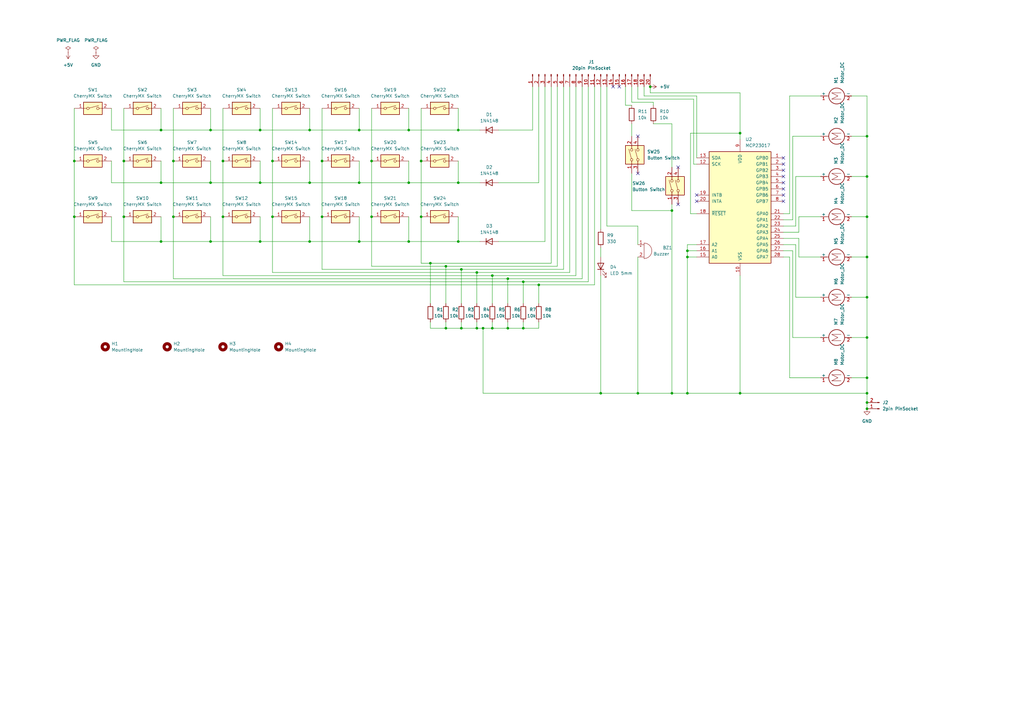
<source format=kicad_sch>
(kicad_sch
	(version 20231120)
	(generator "eeschema")
	(generator_version "8.0")
	(uuid "6bdb54e8-4f40-4360-81be-e3fbb34aeb3c")
	(paper "A3")
	(title_block
		(title "Trainer V4")
		(date "2024-12-04")
		(rev "4")
	)
	(lib_symbols
		(symbol "Connector:Conn_01x02_Pin"
			(pin_names
				(offset 1.016) hide)
			(exclude_from_sim no)
			(in_bom yes)
			(on_board yes)
			(property "Reference" "J"
				(at 0 2.54 0)
				(effects
					(font
						(size 1.27 1.27)
					)
				)
			)
			(property "Value" "Conn_01x02_Pin"
				(at 0 -5.08 0)
				(effects
					(font
						(size 1.27 1.27)
					)
				)
			)
			(property "Footprint" ""
				(at 0 0 0)
				(effects
					(font
						(size 1.27 1.27)
					)
					(hide yes)
				)
			)
			(property "Datasheet" "~"
				(at 0 0 0)
				(effects
					(font
						(size 1.27 1.27)
					)
					(hide yes)
				)
			)
			(property "Description" "Generic connector, single row, 01x02, script generated"
				(at 0 0 0)
				(effects
					(font
						(size 1.27 1.27)
					)
					(hide yes)
				)
			)
			(property "ki_locked" ""
				(at 0 0 0)
				(effects
					(font
						(size 1.27 1.27)
					)
				)
			)
			(property "ki_keywords" "connector"
				(at 0 0 0)
				(effects
					(font
						(size 1.27 1.27)
					)
					(hide yes)
				)
			)
			(property "ki_fp_filters" "Connector*:*_1x??_*"
				(at 0 0 0)
				(effects
					(font
						(size 1.27 1.27)
					)
					(hide yes)
				)
			)
			(symbol "Conn_01x02_Pin_1_1"
				(polyline
					(pts
						(xy 1.27 -2.54) (xy 0.8636 -2.54)
					)
					(stroke
						(width 0.1524)
						(type default)
					)
					(fill
						(type none)
					)
				)
				(polyline
					(pts
						(xy 1.27 0) (xy 0.8636 0)
					)
					(stroke
						(width 0.1524)
						(type default)
					)
					(fill
						(type none)
					)
				)
				(rectangle
					(start 0.8636 -2.413)
					(end 0 -2.667)
					(stroke
						(width 0.1524)
						(type default)
					)
					(fill
						(type outline)
					)
				)
				(rectangle
					(start 0.8636 0.127)
					(end 0 -0.127)
					(stroke
						(width 0.1524)
						(type default)
					)
					(fill
						(type outline)
					)
				)
				(pin passive line
					(at 5.08 0 180)
					(length 3.81)
					(name "Pin_1"
						(effects
							(font
								(size 1.27 1.27)
							)
						)
					)
					(number "1"
						(effects
							(font
								(size 1.27 1.27)
							)
						)
					)
				)
				(pin passive line
					(at 5.08 -2.54 180)
					(length 3.81)
					(name "Pin_2"
						(effects
							(font
								(size 1.27 1.27)
							)
						)
					)
					(number "2"
						(effects
							(font
								(size 1.27 1.27)
							)
						)
					)
				)
			)
		)
		(symbol "Connector:Conn_01x20_Pin"
			(pin_names
				(offset 1.016) hide)
			(exclude_from_sim no)
			(in_bom yes)
			(on_board yes)
			(property "Reference" "J"
				(at 0 25.4 0)
				(effects
					(font
						(size 1.27 1.27)
					)
				)
			)
			(property "Value" "Conn_01x20_Pin"
				(at 0 -27.94 0)
				(effects
					(font
						(size 1.27 1.27)
					)
				)
			)
			(property "Footprint" ""
				(at 0 0 0)
				(effects
					(font
						(size 1.27 1.27)
					)
					(hide yes)
				)
			)
			(property "Datasheet" "~"
				(at 0 0 0)
				(effects
					(font
						(size 1.27 1.27)
					)
					(hide yes)
				)
			)
			(property "Description" "Generic connector, single row, 01x20, script generated"
				(at 0 0 0)
				(effects
					(font
						(size 1.27 1.27)
					)
					(hide yes)
				)
			)
			(property "ki_locked" ""
				(at 0 0 0)
				(effects
					(font
						(size 1.27 1.27)
					)
				)
			)
			(property "ki_keywords" "connector"
				(at 0 0 0)
				(effects
					(font
						(size 1.27 1.27)
					)
					(hide yes)
				)
			)
			(property "ki_fp_filters" "Connector*:*_1x??_*"
				(at 0 0 0)
				(effects
					(font
						(size 1.27 1.27)
					)
					(hide yes)
				)
			)
			(symbol "Conn_01x20_Pin_1_1"
				(polyline
					(pts
						(xy 1.27 -25.4) (xy 0.8636 -25.4)
					)
					(stroke
						(width 0.1524)
						(type default)
					)
					(fill
						(type none)
					)
				)
				(polyline
					(pts
						(xy 1.27 -22.86) (xy 0.8636 -22.86)
					)
					(stroke
						(width 0.1524)
						(type default)
					)
					(fill
						(type none)
					)
				)
				(polyline
					(pts
						(xy 1.27 -20.32) (xy 0.8636 -20.32)
					)
					(stroke
						(width 0.1524)
						(type default)
					)
					(fill
						(type none)
					)
				)
				(polyline
					(pts
						(xy 1.27 -17.78) (xy 0.8636 -17.78)
					)
					(stroke
						(width 0.1524)
						(type default)
					)
					(fill
						(type none)
					)
				)
				(polyline
					(pts
						(xy 1.27 -15.24) (xy 0.8636 -15.24)
					)
					(stroke
						(width 0.1524)
						(type default)
					)
					(fill
						(type none)
					)
				)
				(polyline
					(pts
						(xy 1.27 -12.7) (xy 0.8636 -12.7)
					)
					(stroke
						(width 0.1524)
						(type default)
					)
					(fill
						(type none)
					)
				)
				(polyline
					(pts
						(xy 1.27 -10.16) (xy 0.8636 -10.16)
					)
					(stroke
						(width 0.1524)
						(type default)
					)
					(fill
						(type none)
					)
				)
				(polyline
					(pts
						(xy 1.27 -7.62) (xy 0.8636 -7.62)
					)
					(stroke
						(width 0.1524)
						(type default)
					)
					(fill
						(type none)
					)
				)
				(polyline
					(pts
						(xy 1.27 -5.08) (xy 0.8636 -5.08)
					)
					(stroke
						(width 0.1524)
						(type default)
					)
					(fill
						(type none)
					)
				)
				(polyline
					(pts
						(xy 1.27 -2.54) (xy 0.8636 -2.54)
					)
					(stroke
						(width 0.1524)
						(type default)
					)
					(fill
						(type none)
					)
				)
				(polyline
					(pts
						(xy 1.27 0) (xy 0.8636 0)
					)
					(stroke
						(width 0.1524)
						(type default)
					)
					(fill
						(type none)
					)
				)
				(polyline
					(pts
						(xy 1.27 2.54) (xy 0.8636 2.54)
					)
					(stroke
						(width 0.1524)
						(type default)
					)
					(fill
						(type none)
					)
				)
				(polyline
					(pts
						(xy 1.27 5.08) (xy 0.8636 5.08)
					)
					(stroke
						(width 0.1524)
						(type default)
					)
					(fill
						(type none)
					)
				)
				(polyline
					(pts
						(xy 1.27 7.62) (xy 0.8636 7.62)
					)
					(stroke
						(width 0.1524)
						(type default)
					)
					(fill
						(type none)
					)
				)
				(polyline
					(pts
						(xy 1.27 10.16) (xy 0.8636 10.16)
					)
					(stroke
						(width 0.1524)
						(type default)
					)
					(fill
						(type none)
					)
				)
				(polyline
					(pts
						(xy 1.27 12.7) (xy 0.8636 12.7)
					)
					(stroke
						(width 0.1524)
						(type default)
					)
					(fill
						(type none)
					)
				)
				(polyline
					(pts
						(xy 1.27 15.24) (xy 0.8636 15.24)
					)
					(stroke
						(width 0.1524)
						(type default)
					)
					(fill
						(type none)
					)
				)
				(polyline
					(pts
						(xy 1.27 17.78) (xy 0.8636 17.78)
					)
					(stroke
						(width 0.1524)
						(type default)
					)
					(fill
						(type none)
					)
				)
				(polyline
					(pts
						(xy 1.27 20.32) (xy 0.8636 20.32)
					)
					(stroke
						(width 0.1524)
						(type default)
					)
					(fill
						(type none)
					)
				)
				(polyline
					(pts
						(xy 1.27 22.86) (xy 0.8636 22.86)
					)
					(stroke
						(width 0.1524)
						(type default)
					)
					(fill
						(type none)
					)
				)
				(rectangle
					(start 0.8636 -25.273)
					(end 0 -25.527)
					(stroke
						(width 0.1524)
						(type default)
					)
					(fill
						(type outline)
					)
				)
				(rectangle
					(start 0.8636 -22.733)
					(end 0 -22.987)
					(stroke
						(width 0.1524)
						(type default)
					)
					(fill
						(type outline)
					)
				)
				(rectangle
					(start 0.8636 -20.193)
					(end 0 -20.447)
					(stroke
						(width 0.1524)
						(type default)
					)
					(fill
						(type outline)
					)
				)
				(rectangle
					(start 0.8636 -17.653)
					(end 0 -17.907)
					(stroke
						(width 0.1524)
						(type default)
					)
					(fill
						(type outline)
					)
				)
				(rectangle
					(start 0.8636 -15.113)
					(end 0 -15.367)
					(stroke
						(width 0.1524)
						(type default)
					)
					(fill
						(type outline)
					)
				)
				(rectangle
					(start 0.8636 -12.573)
					(end 0 -12.827)
					(stroke
						(width 0.1524)
						(type default)
					)
					(fill
						(type outline)
					)
				)
				(rectangle
					(start 0.8636 -10.033)
					(end 0 -10.287)
					(stroke
						(width 0.1524)
						(type default)
					)
					(fill
						(type outline)
					)
				)
				(rectangle
					(start 0.8636 -7.493)
					(end 0 -7.747)
					(stroke
						(width 0.1524)
						(type default)
					)
					(fill
						(type outline)
					)
				)
				(rectangle
					(start 0.8636 -4.953)
					(end 0 -5.207)
					(stroke
						(width 0.1524)
						(type default)
					)
					(fill
						(type outline)
					)
				)
				(rectangle
					(start 0.8636 -2.413)
					(end 0 -2.667)
					(stroke
						(width 0.1524)
						(type default)
					)
					(fill
						(type outline)
					)
				)
				(rectangle
					(start 0.8636 0.127)
					(end 0 -0.127)
					(stroke
						(width 0.1524)
						(type default)
					)
					(fill
						(type outline)
					)
				)
				(rectangle
					(start 0.8636 2.667)
					(end 0 2.413)
					(stroke
						(width 0.1524)
						(type default)
					)
					(fill
						(type outline)
					)
				)
				(rectangle
					(start 0.8636 5.207)
					(end 0 4.953)
					(stroke
						(width 0.1524)
						(type default)
					)
					(fill
						(type outline)
					)
				)
				(rectangle
					(start 0.8636 7.747)
					(end 0 7.493)
					(stroke
						(width 0.1524)
						(type default)
					)
					(fill
						(type outline)
					)
				)
				(rectangle
					(start 0.8636 10.287)
					(end 0 10.033)
					(stroke
						(width 0.1524)
						(type default)
					)
					(fill
						(type outline)
					)
				)
				(rectangle
					(start 0.8636 12.827)
					(end 0 12.573)
					(stroke
						(width 0.1524)
						(type default)
					)
					(fill
						(type outline)
					)
				)
				(rectangle
					(start 0.8636 15.367)
					(end 0 15.113)
					(stroke
						(width 0.1524)
						(type default)
					)
					(fill
						(type outline)
					)
				)
				(rectangle
					(start 0.8636 17.907)
					(end 0 17.653)
					(stroke
						(width 0.1524)
						(type default)
					)
					(fill
						(type outline)
					)
				)
				(rectangle
					(start 0.8636 20.447)
					(end 0 20.193)
					(stroke
						(width 0.1524)
						(type default)
					)
					(fill
						(type outline)
					)
				)
				(rectangle
					(start 0.8636 22.987)
					(end 0 22.733)
					(stroke
						(width 0.1524)
						(type default)
					)
					(fill
						(type outline)
					)
				)
				(pin passive line
					(at 5.08 22.86 180)
					(length 3.81)
					(name "Pin_1"
						(effects
							(font
								(size 1.27 1.27)
							)
						)
					)
					(number "1"
						(effects
							(font
								(size 1.27 1.27)
							)
						)
					)
				)
				(pin passive line
					(at 5.08 0 180)
					(length 3.81)
					(name "Pin_10"
						(effects
							(font
								(size 1.27 1.27)
							)
						)
					)
					(number "10"
						(effects
							(font
								(size 1.27 1.27)
							)
						)
					)
				)
				(pin passive line
					(at 5.08 -2.54 180)
					(length 3.81)
					(name "Pin_11"
						(effects
							(font
								(size 1.27 1.27)
							)
						)
					)
					(number "11"
						(effects
							(font
								(size 1.27 1.27)
							)
						)
					)
				)
				(pin passive line
					(at 5.08 -5.08 180)
					(length 3.81)
					(name "Pin_12"
						(effects
							(font
								(size 1.27 1.27)
							)
						)
					)
					(number "12"
						(effects
							(font
								(size 1.27 1.27)
							)
						)
					)
				)
				(pin passive line
					(at 5.08 -7.62 180)
					(length 3.81)
					(name "Pin_13"
						(effects
							(font
								(size 1.27 1.27)
							)
						)
					)
					(number "13"
						(effects
							(font
								(size 1.27 1.27)
							)
						)
					)
				)
				(pin passive line
					(at 5.08 -10.16 180)
					(length 3.81)
					(name "Pin_14"
						(effects
							(font
								(size 1.27 1.27)
							)
						)
					)
					(number "14"
						(effects
							(font
								(size 1.27 1.27)
							)
						)
					)
				)
				(pin passive line
					(at 5.08 -12.7 180)
					(length 3.81)
					(name "Pin_15"
						(effects
							(font
								(size 1.27 1.27)
							)
						)
					)
					(number "15"
						(effects
							(font
								(size 1.27 1.27)
							)
						)
					)
				)
				(pin passive line
					(at 5.08 -15.24 180)
					(length 3.81)
					(name "Pin_16"
						(effects
							(font
								(size 1.27 1.27)
							)
						)
					)
					(number "16"
						(effects
							(font
								(size 1.27 1.27)
							)
						)
					)
				)
				(pin passive line
					(at 5.08 -17.78 180)
					(length 3.81)
					(name "Pin_17"
						(effects
							(font
								(size 1.27 1.27)
							)
						)
					)
					(number "17"
						(effects
							(font
								(size 1.27 1.27)
							)
						)
					)
				)
				(pin passive line
					(at 5.08 -20.32 180)
					(length 3.81)
					(name "Pin_18"
						(effects
							(font
								(size 1.27 1.27)
							)
						)
					)
					(number "18"
						(effects
							(font
								(size 1.27 1.27)
							)
						)
					)
				)
				(pin passive line
					(at 5.08 -22.86 180)
					(length 3.81)
					(name "Pin_19"
						(effects
							(font
								(size 1.27 1.27)
							)
						)
					)
					(number "19"
						(effects
							(font
								(size 1.27 1.27)
							)
						)
					)
				)
				(pin passive line
					(at 5.08 20.32 180)
					(length 3.81)
					(name "Pin_2"
						(effects
							(font
								(size 1.27 1.27)
							)
						)
					)
					(number "2"
						(effects
							(font
								(size 1.27 1.27)
							)
						)
					)
				)
				(pin passive line
					(at 5.08 -25.4 180)
					(length 3.81)
					(name "Pin_20"
						(effects
							(font
								(size 1.27 1.27)
							)
						)
					)
					(number "20"
						(effects
							(font
								(size 1.27 1.27)
							)
						)
					)
				)
				(pin passive line
					(at 5.08 17.78 180)
					(length 3.81)
					(name "Pin_3"
						(effects
							(font
								(size 1.27 1.27)
							)
						)
					)
					(number "3"
						(effects
							(font
								(size 1.27 1.27)
							)
						)
					)
				)
				(pin passive line
					(at 5.08 15.24 180)
					(length 3.81)
					(name "Pin_4"
						(effects
							(font
								(size 1.27 1.27)
							)
						)
					)
					(number "4"
						(effects
							(font
								(size 1.27 1.27)
							)
						)
					)
				)
				(pin passive line
					(at 5.08 12.7 180)
					(length 3.81)
					(name "Pin_5"
						(effects
							(font
								(size 1.27 1.27)
							)
						)
					)
					(number "5"
						(effects
							(font
								(size 1.27 1.27)
							)
						)
					)
				)
				(pin passive line
					(at 5.08 10.16 180)
					(length 3.81)
					(name "Pin_6"
						(effects
							(font
								(size 1.27 1.27)
							)
						)
					)
					(number "6"
						(effects
							(font
								(size 1.27 1.27)
							)
						)
					)
				)
				(pin passive line
					(at 5.08 7.62 180)
					(length 3.81)
					(name "Pin_7"
						(effects
							(font
								(size 1.27 1.27)
							)
						)
					)
					(number "7"
						(effects
							(font
								(size 1.27 1.27)
							)
						)
					)
				)
				(pin passive line
					(at 5.08 5.08 180)
					(length 3.81)
					(name "Pin_8"
						(effects
							(font
								(size 1.27 1.27)
							)
						)
					)
					(number "8"
						(effects
							(font
								(size 1.27 1.27)
							)
						)
					)
				)
				(pin passive line
					(at 5.08 2.54 180)
					(length 3.81)
					(name "Pin_9"
						(effects
							(font
								(size 1.27 1.27)
							)
						)
					)
					(number "9"
						(effects
							(font
								(size 1.27 1.27)
							)
						)
					)
				)
			)
		)
		(symbol "Device:Buzzer"
			(pin_names
				(offset 0.0254) hide)
			(exclude_from_sim no)
			(in_bom yes)
			(on_board yes)
			(property "Reference" "BZ"
				(at 3.81 1.27 0)
				(effects
					(font
						(size 1.27 1.27)
					)
					(justify left)
				)
			)
			(property "Value" "Buzzer"
				(at 3.81 -1.27 0)
				(effects
					(font
						(size 1.27 1.27)
					)
					(justify left)
				)
			)
			(property "Footprint" ""
				(at -0.635 2.54 90)
				(effects
					(font
						(size 1.27 1.27)
					)
					(hide yes)
				)
			)
			(property "Datasheet" "~"
				(at -0.635 2.54 90)
				(effects
					(font
						(size 1.27 1.27)
					)
					(hide yes)
				)
			)
			(property "Description" "Buzzer, polarized"
				(at 0 0 0)
				(effects
					(font
						(size 1.27 1.27)
					)
					(hide yes)
				)
			)
			(property "ki_keywords" "quartz resonator ceramic"
				(at 0 0 0)
				(effects
					(font
						(size 1.27 1.27)
					)
					(hide yes)
				)
			)
			(property "ki_fp_filters" "*Buzzer*"
				(at 0 0 0)
				(effects
					(font
						(size 1.27 1.27)
					)
					(hide yes)
				)
			)
			(symbol "Buzzer_0_1"
				(arc
					(start 0 -3.175)
					(mid 3.1612 0)
					(end 0 3.175)
					(stroke
						(width 0)
						(type default)
					)
					(fill
						(type none)
					)
				)
				(polyline
					(pts
						(xy -1.651 1.905) (xy -1.143 1.905)
					)
					(stroke
						(width 0)
						(type default)
					)
					(fill
						(type none)
					)
				)
				(polyline
					(pts
						(xy -1.397 2.159) (xy -1.397 1.651)
					)
					(stroke
						(width 0)
						(type default)
					)
					(fill
						(type none)
					)
				)
				(polyline
					(pts
						(xy 0 3.175) (xy 0 -3.175)
					)
					(stroke
						(width 0)
						(type default)
					)
					(fill
						(type none)
					)
				)
			)
			(symbol "Buzzer_1_1"
				(pin passive line
					(at -2.54 2.54 0)
					(length 2.54)
					(name "+"
						(effects
							(font
								(size 1.27 1.27)
							)
						)
					)
					(number "1"
						(effects
							(font
								(size 1.27 1.27)
							)
						)
					)
				)
				(pin passive line
					(at -2.54 -2.54 0)
					(length 2.54)
					(name "-"
						(effects
							(font
								(size 1.27 1.27)
							)
						)
					)
					(number "2"
						(effects
							(font
								(size 1.27 1.27)
							)
						)
					)
				)
			)
		)
		(symbol "Device:LED"
			(pin_numbers hide)
			(pin_names
				(offset 1.016) hide)
			(exclude_from_sim no)
			(in_bom yes)
			(on_board yes)
			(property "Reference" "D"
				(at 0 2.54 0)
				(effects
					(font
						(size 1.27 1.27)
					)
				)
			)
			(property "Value" "LED"
				(at 0 -2.54 0)
				(effects
					(font
						(size 1.27 1.27)
					)
				)
			)
			(property "Footprint" ""
				(at 0 0 0)
				(effects
					(font
						(size 1.27 1.27)
					)
					(hide yes)
				)
			)
			(property "Datasheet" "~"
				(at 0 0 0)
				(effects
					(font
						(size 1.27 1.27)
					)
					(hide yes)
				)
			)
			(property "Description" "Light emitting diode"
				(at 0 0 0)
				(effects
					(font
						(size 1.27 1.27)
					)
					(hide yes)
				)
			)
			(property "ki_keywords" "LED diode"
				(at 0 0 0)
				(effects
					(font
						(size 1.27 1.27)
					)
					(hide yes)
				)
			)
			(property "ki_fp_filters" "LED* LED_SMD:* LED_THT:*"
				(at 0 0 0)
				(effects
					(font
						(size 1.27 1.27)
					)
					(hide yes)
				)
			)
			(symbol "LED_0_1"
				(polyline
					(pts
						(xy -1.27 -1.27) (xy -1.27 1.27)
					)
					(stroke
						(width 0.254)
						(type default)
					)
					(fill
						(type none)
					)
				)
				(polyline
					(pts
						(xy -1.27 0) (xy 1.27 0)
					)
					(stroke
						(width 0)
						(type default)
					)
					(fill
						(type none)
					)
				)
				(polyline
					(pts
						(xy 1.27 -1.27) (xy 1.27 1.27) (xy -1.27 0) (xy 1.27 -1.27)
					)
					(stroke
						(width 0.254)
						(type default)
					)
					(fill
						(type none)
					)
				)
				(polyline
					(pts
						(xy -3.048 -0.762) (xy -4.572 -2.286) (xy -3.81 -2.286) (xy -4.572 -2.286) (xy -4.572 -1.524)
					)
					(stroke
						(width 0)
						(type default)
					)
					(fill
						(type none)
					)
				)
				(polyline
					(pts
						(xy -1.778 -0.762) (xy -3.302 -2.286) (xy -2.54 -2.286) (xy -3.302 -2.286) (xy -3.302 -1.524)
					)
					(stroke
						(width 0)
						(type default)
					)
					(fill
						(type none)
					)
				)
			)
			(symbol "LED_1_1"
				(pin passive line
					(at -3.81 0 0)
					(length 2.54)
					(name "K"
						(effects
							(font
								(size 1.27 1.27)
							)
						)
					)
					(number "1"
						(effects
							(font
								(size 1.27 1.27)
							)
						)
					)
				)
				(pin passive line
					(at 3.81 0 180)
					(length 2.54)
					(name "A"
						(effects
							(font
								(size 1.27 1.27)
							)
						)
					)
					(number "2"
						(effects
							(font
								(size 1.27 1.27)
							)
						)
					)
				)
			)
		)
		(symbol "Device:R"
			(pin_numbers hide)
			(pin_names
				(offset 0)
			)
			(exclude_from_sim no)
			(in_bom yes)
			(on_board yes)
			(property "Reference" "R"
				(at 2.032 0 90)
				(effects
					(font
						(size 1.27 1.27)
					)
				)
			)
			(property "Value" "R"
				(at 0 0 90)
				(effects
					(font
						(size 1.27 1.27)
					)
				)
			)
			(property "Footprint" ""
				(at -1.778 0 90)
				(effects
					(font
						(size 1.27 1.27)
					)
					(hide yes)
				)
			)
			(property "Datasheet" "~"
				(at 0 0 0)
				(effects
					(font
						(size 1.27 1.27)
					)
					(hide yes)
				)
			)
			(property "Description" "Resistor"
				(at 0 0 0)
				(effects
					(font
						(size 1.27 1.27)
					)
					(hide yes)
				)
			)
			(property "ki_keywords" "R res resistor"
				(at 0 0 0)
				(effects
					(font
						(size 1.27 1.27)
					)
					(hide yes)
				)
			)
			(property "ki_fp_filters" "R_*"
				(at 0 0 0)
				(effects
					(font
						(size 1.27 1.27)
					)
					(hide yes)
				)
			)
			(symbol "R_0_1"
				(rectangle
					(start -1.016 -2.54)
					(end 1.016 2.54)
					(stroke
						(width 0.254)
						(type default)
					)
					(fill
						(type none)
					)
				)
			)
			(symbol "R_1_1"
				(pin passive line
					(at 0 3.81 270)
					(length 1.27)
					(name "~"
						(effects
							(font
								(size 1.27 1.27)
							)
						)
					)
					(number "1"
						(effects
							(font
								(size 1.27 1.27)
							)
						)
					)
				)
				(pin passive line
					(at 0 -3.81 90)
					(length 1.27)
					(name "~"
						(effects
							(font
								(size 1.27 1.27)
							)
						)
					)
					(number "2"
						(effects
							(font
								(size 1.27 1.27)
							)
						)
					)
				)
			)
		)
		(symbol "Diode:1N4148"
			(pin_numbers hide)
			(pin_names hide)
			(exclude_from_sim no)
			(in_bom yes)
			(on_board yes)
			(property "Reference" "D"
				(at 0 2.54 0)
				(effects
					(font
						(size 1.27 1.27)
					)
				)
			)
			(property "Value" "1N4148"
				(at 0 -2.54 0)
				(effects
					(font
						(size 1.27 1.27)
					)
				)
			)
			(property "Footprint" "Diode_THT:D_DO-35_SOD27_P7.62mm_Horizontal"
				(at 0 0 0)
				(effects
					(font
						(size 1.27 1.27)
					)
					(hide yes)
				)
			)
			(property "Datasheet" "https://assets.nexperia.com/documents/data-sheet/1N4148_1N4448.pdf"
				(at 0 0 0)
				(effects
					(font
						(size 1.27 1.27)
					)
					(hide yes)
				)
			)
			(property "Description" "100V 0.15A standard switching diode, DO-35"
				(at 0 0 0)
				(effects
					(font
						(size 1.27 1.27)
					)
					(hide yes)
				)
			)
			(property "Sim.Device" "D"
				(at 0 0 0)
				(effects
					(font
						(size 1.27 1.27)
					)
					(hide yes)
				)
			)
			(property "Sim.Pins" "1=K 2=A"
				(at 0 0 0)
				(effects
					(font
						(size 1.27 1.27)
					)
					(hide yes)
				)
			)
			(property "ki_keywords" "diode"
				(at 0 0 0)
				(effects
					(font
						(size 1.27 1.27)
					)
					(hide yes)
				)
			)
			(property "ki_fp_filters" "D*DO?35*"
				(at 0 0 0)
				(effects
					(font
						(size 1.27 1.27)
					)
					(hide yes)
				)
			)
			(symbol "1N4148_0_1"
				(polyline
					(pts
						(xy -1.27 1.27) (xy -1.27 -1.27)
					)
					(stroke
						(width 0.254)
						(type default)
					)
					(fill
						(type none)
					)
				)
				(polyline
					(pts
						(xy 1.27 0) (xy -1.27 0)
					)
					(stroke
						(width 0)
						(type default)
					)
					(fill
						(type none)
					)
				)
				(polyline
					(pts
						(xy 1.27 1.27) (xy 1.27 -1.27) (xy -1.27 0) (xy 1.27 1.27)
					)
					(stroke
						(width 0.254)
						(type default)
					)
					(fill
						(type none)
					)
				)
			)
			(symbol "1N4148_1_1"
				(pin passive line
					(at -3.81 0 0)
					(length 2.54)
					(name "K"
						(effects
							(font
								(size 1.27 1.27)
							)
						)
					)
					(number "1"
						(effects
							(font
								(size 1.27 1.27)
							)
						)
					)
				)
				(pin passive line
					(at 3.81 0 180)
					(length 2.54)
					(name "A"
						(effects
							(font
								(size 1.27 1.27)
							)
						)
					)
					(number "2"
						(effects
							(font
								(size 1.27 1.27)
							)
						)
					)
				)
			)
		)
		(symbol "Interface_Expansion:MCP23017_SP"
			(pin_names
				(offset 1.016)
			)
			(exclude_from_sim no)
			(in_bom yes)
			(on_board yes)
			(property "Reference" "U"
				(at -11.43 24.13 0)
				(effects
					(font
						(size 1.27 1.27)
					)
				)
			)
			(property "Value" "MCP23017_SP"
				(at 0 0 0)
				(effects
					(font
						(size 1.27 1.27)
					)
				)
			)
			(property "Footprint" "Package_DIP:DIP-28_W7.62mm"
				(at 5.08 -25.4 0)
				(effects
					(font
						(size 1.27 1.27)
					)
					(justify left)
					(hide yes)
				)
			)
			(property "Datasheet" "https://ww1.microchip.com/downloads/aemDocuments/documents/APID/ProductDocuments/DataSheets/MCP23017-Data-Sheet-DS20001952.pdf"
				(at 5.08 -27.94 0)
				(effects
					(font
						(size 1.27 1.27)
					)
					(justify left)
					(hide yes)
				)
			)
			(property "Description" "16-bit I/O expander, I2C, interrupts, w pull-ups, SPDIP-28"
				(at 0 0 0)
				(effects
					(font
						(size 1.27 1.27)
					)
					(hide yes)
				)
			)
			(property "ki_keywords" "I2C parallel port expander"
				(at 0 0 0)
				(effects
					(font
						(size 1.27 1.27)
					)
					(hide yes)
				)
			)
			(property "ki_fp_filters" "DIP*W7.62mm*"
				(at 0 0 0)
				(effects
					(font
						(size 1.27 1.27)
					)
					(hide yes)
				)
			)
			(symbol "MCP23017_SP_0_1"
				(rectangle
					(start -12.7 22.86)
					(end 12.7 -22.86)
					(stroke
						(width 0.254)
						(type default)
					)
					(fill
						(type background)
					)
				)
			)
			(symbol "MCP23017_SP_1_1"
				(pin bidirectional line
					(at 17.78 20.32 180)
					(length 5.08)
					(name "GPB0"
						(effects
							(font
								(size 1.27 1.27)
							)
						)
					)
					(number "1"
						(effects
							(font
								(size 1.27 1.27)
							)
						)
					)
				)
				(pin power_in line
					(at 0 -27.94 90)
					(length 5.08)
					(name "VSS"
						(effects
							(font
								(size 1.27 1.27)
							)
						)
					)
					(number "10"
						(effects
							(font
								(size 1.27 1.27)
							)
						)
					)
				)
				(pin no_connect line
					(at -12.7 15.24 0)
					(length 5.08) hide
					(name "NC"
						(effects
							(font
								(size 1.27 1.27)
							)
						)
					)
					(number "11"
						(effects
							(font
								(size 1.27 1.27)
							)
						)
					)
				)
				(pin input line
					(at -17.78 17.78 0)
					(length 5.08)
					(name "SCK"
						(effects
							(font
								(size 1.27 1.27)
							)
						)
					)
					(number "12"
						(effects
							(font
								(size 1.27 1.27)
							)
						)
					)
				)
				(pin bidirectional line
					(at -17.78 20.32 0)
					(length 5.08)
					(name "SDA"
						(effects
							(font
								(size 1.27 1.27)
							)
						)
					)
					(number "13"
						(effects
							(font
								(size 1.27 1.27)
							)
						)
					)
				)
				(pin no_connect line
					(at -12.7 12.7 0)
					(length 5.08) hide
					(name "NC"
						(effects
							(font
								(size 1.27 1.27)
							)
						)
					)
					(number "14"
						(effects
							(font
								(size 1.27 1.27)
							)
						)
					)
				)
				(pin input line
					(at -17.78 -20.32 0)
					(length 5.08)
					(name "A0"
						(effects
							(font
								(size 1.27 1.27)
							)
						)
					)
					(number "15"
						(effects
							(font
								(size 1.27 1.27)
							)
						)
					)
				)
				(pin input line
					(at -17.78 -17.78 0)
					(length 5.08)
					(name "A1"
						(effects
							(font
								(size 1.27 1.27)
							)
						)
					)
					(number "16"
						(effects
							(font
								(size 1.27 1.27)
							)
						)
					)
				)
				(pin input line
					(at -17.78 -15.24 0)
					(length 5.08)
					(name "A2"
						(effects
							(font
								(size 1.27 1.27)
							)
						)
					)
					(number "17"
						(effects
							(font
								(size 1.27 1.27)
							)
						)
					)
				)
				(pin input line
					(at -17.78 -2.54 0)
					(length 5.08)
					(name "~{RESET}"
						(effects
							(font
								(size 1.27 1.27)
							)
						)
					)
					(number "18"
						(effects
							(font
								(size 1.27 1.27)
							)
						)
					)
				)
				(pin tri_state line
					(at -17.78 5.08 0)
					(length 5.08)
					(name "INTB"
						(effects
							(font
								(size 1.27 1.27)
							)
						)
					)
					(number "19"
						(effects
							(font
								(size 1.27 1.27)
							)
						)
					)
				)
				(pin bidirectional line
					(at 17.78 17.78 180)
					(length 5.08)
					(name "GPB1"
						(effects
							(font
								(size 1.27 1.27)
							)
						)
					)
					(number "2"
						(effects
							(font
								(size 1.27 1.27)
							)
						)
					)
				)
				(pin tri_state line
					(at -17.78 2.54 0)
					(length 5.08)
					(name "INTA"
						(effects
							(font
								(size 1.27 1.27)
							)
						)
					)
					(number "20"
						(effects
							(font
								(size 1.27 1.27)
							)
						)
					)
				)
				(pin bidirectional line
					(at 17.78 -2.54 180)
					(length 5.08)
					(name "GPA0"
						(effects
							(font
								(size 1.27 1.27)
							)
						)
					)
					(number "21"
						(effects
							(font
								(size 1.27 1.27)
							)
						)
					)
				)
				(pin bidirectional line
					(at 17.78 -5.08 180)
					(length 5.08)
					(name "GPA1"
						(effects
							(font
								(size 1.27 1.27)
							)
						)
					)
					(number "22"
						(effects
							(font
								(size 1.27 1.27)
							)
						)
					)
				)
				(pin bidirectional line
					(at 17.78 -7.62 180)
					(length 5.08)
					(name "GPA2"
						(effects
							(font
								(size 1.27 1.27)
							)
						)
					)
					(number "23"
						(effects
							(font
								(size 1.27 1.27)
							)
						)
					)
				)
				(pin bidirectional line
					(at 17.78 -10.16 180)
					(length 5.08)
					(name "GPA3"
						(effects
							(font
								(size 1.27 1.27)
							)
						)
					)
					(number "24"
						(effects
							(font
								(size 1.27 1.27)
							)
						)
					)
				)
				(pin bidirectional line
					(at 17.78 -12.7 180)
					(length 5.08)
					(name "GPA4"
						(effects
							(font
								(size 1.27 1.27)
							)
						)
					)
					(number "25"
						(effects
							(font
								(size 1.27 1.27)
							)
						)
					)
				)
				(pin bidirectional line
					(at 17.78 -15.24 180)
					(length 5.08)
					(name "GPA5"
						(effects
							(font
								(size 1.27 1.27)
							)
						)
					)
					(number "26"
						(effects
							(font
								(size 1.27 1.27)
							)
						)
					)
				)
				(pin bidirectional line
					(at 17.78 -17.78 180)
					(length 5.08)
					(name "GPA6"
						(effects
							(font
								(size 1.27 1.27)
							)
						)
					)
					(number "27"
						(effects
							(font
								(size 1.27 1.27)
							)
						)
					)
				)
				(pin output line
					(at 17.78 -20.32 180)
					(length 5.08)
					(name "GPA7"
						(effects
							(font
								(size 1.27 1.27)
							)
						)
					)
					(number "28"
						(effects
							(font
								(size 1.27 1.27)
							)
						)
					)
				)
				(pin bidirectional line
					(at 17.78 15.24 180)
					(length 5.08)
					(name "GPB2"
						(effects
							(font
								(size 1.27 1.27)
							)
						)
					)
					(number "3"
						(effects
							(font
								(size 1.27 1.27)
							)
						)
					)
				)
				(pin bidirectional line
					(at 17.78 12.7 180)
					(length 5.08)
					(name "GPB3"
						(effects
							(font
								(size 1.27 1.27)
							)
						)
					)
					(number "4"
						(effects
							(font
								(size 1.27 1.27)
							)
						)
					)
				)
				(pin bidirectional line
					(at 17.78 10.16 180)
					(length 5.08)
					(name "GPB4"
						(effects
							(font
								(size 1.27 1.27)
							)
						)
					)
					(number "5"
						(effects
							(font
								(size 1.27 1.27)
							)
						)
					)
				)
				(pin bidirectional line
					(at 17.78 7.62 180)
					(length 5.08)
					(name "GPB5"
						(effects
							(font
								(size 1.27 1.27)
							)
						)
					)
					(number "6"
						(effects
							(font
								(size 1.27 1.27)
							)
						)
					)
				)
				(pin bidirectional line
					(at 17.78 5.08 180)
					(length 5.08)
					(name "GPB6"
						(effects
							(font
								(size 1.27 1.27)
							)
						)
					)
					(number "7"
						(effects
							(font
								(size 1.27 1.27)
							)
						)
					)
				)
				(pin output line
					(at 17.78 2.54 180)
					(length 5.08)
					(name "GPB7"
						(effects
							(font
								(size 1.27 1.27)
							)
						)
					)
					(number "8"
						(effects
							(font
								(size 1.27 1.27)
							)
						)
					)
				)
				(pin power_in line
					(at 0 27.94 270)
					(length 5.08)
					(name "VDD"
						(effects
							(font
								(size 1.27 1.27)
							)
						)
					)
					(number "9"
						(effects
							(font
								(size 1.27 1.27)
							)
						)
					)
				)
			)
		)
		(symbol "Mechanical:MountingHole"
			(pin_names
				(offset 1.016)
			)
			(exclude_from_sim yes)
			(in_bom no)
			(on_board yes)
			(property "Reference" "H"
				(at 0 5.08 0)
				(effects
					(font
						(size 1.27 1.27)
					)
				)
			)
			(property "Value" "MountingHole"
				(at 0 3.175 0)
				(effects
					(font
						(size 1.27 1.27)
					)
				)
			)
			(property "Footprint" ""
				(at 0 0 0)
				(effects
					(font
						(size 1.27 1.27)
					)
					(hide yes)
				)
			)
			(property "Datasheet" "~"
				(at 0 0 0)
				(effects
					(font
						(size 1.27 1.27)
					)
					(hide yes)
				)
			)
			(property "Description" "Mounting Hole without connection"
				(at 0 0 0)
				(effects
					(font
						(size 1.27 1.27)
					)
					(hide yes)
				)
			)
			(property "ki_keywords" "mounting hole"
				(at 0 0 0)
				(effects
					(font
						(size 1.27 1.27)
					)
					(hide yes)
				)
			)
			(property "ki_fp_filters" "MountingHole*"
				(at 0 0 0)
				(effects
					(font
						(size 1.27 1.27)
					)
					(hide yes)
				)
			)
			(symbol "MountingHole_0_1"
				(circle
					(center 0 0)
					(radius 1.27)
					(stroke
						(width 1.27)
						(type default)
					)
					(fill
						(type none)
					)
				)
			)
		)
		(symbol "Motor:Motor_DC"
			(pin_names
				(offset 0)
			)
			(exclude_from_sim no)
			(in_bom yes)
			(on_board yes)
			(property "Reference" "M"
				(at 2.54 2.54 0)
				(effects
					(font
						(size 1.27 1.27)
					)
					(justify left)
				)
			)
			(property "Value" "Motor_DC"
				(at 2.54 -5.08 0)
				(effects
					(font
						(size 1.27 1.27)
					)
					(justify left top)
				)
			)
			(property "Footprint" ""
				(at 0 -2.286 0)
				(effects
					(font
						(size 1.27 1.27)
					)
					(hide yes)
				)
			)
			(property "Datasheet" "~"
				(at 0 -2.286 0)
				(effects
					(font
						(size 1.27 1.27)
					)
					(hide yes)
				)
			)
			(property "Description" "DC Motor"
				(at 0 0 0)
				(effects
					(font
						(size 1.27 1.27)
					)
					(hide yes)
				)
			)
			(property "ki_keywords" "DC Motor"
				(at 0 0 0)
				(effects
					(font
						(size 1.27 1.27)
					)
					(hide yes)
				)
			)
			(property "ki_fp_filters" "PinHeader*P2.54mm* TerminalBlock*"
				(at 0 0 0)
				(effects
					(font
						(size 1.27 1.27)
					)
					(hide yes)
				)
			)
			(symbol "Motor_DC_0_0"
				(polyline
					(pts
						(xy -1.27 -3.302) (xy -1.27 0.508) (xy 0 -2.032) (xy 1.27 0.508) (xy 1.27 -3.302)
					)
					(stroke
						(width 0)
						(type default)
					)
					(fill
						(type none)
					)
				)
			)
			(symbol "Motor_DC_0_1"
				(circle
					(center 0 -1.524)
					(radius 3.2512)
					(stroke
						(width 0.254)
						(type default)
					)
					(fill
						(type none)
					)
				)
				(polyline
					(pts
						(xy 0 -7.62) (xy 0 -7.112)
					)
					(stroke
						(width 0)
						(type default)
					)
					(fill
						(type none)
					)
				)
				(polyline
					(pts
						(xy 0 -4.7752) (xy 0 -5.1816)
					)
					(stroke
						(width 0)
						(type default)
					)
					(fill
						(type none)
					)
				)
				(polyline
					(pts
						(xy 0 1.7272) (xy 0 2.0828)
					)
					(stroke
						(width 0)
						(type default)
					)
					(fill
						(type none)
					)
				)
				(polyline
					(pts
						(xy 0 2.032) (xy 0 2.54)
					)
					(stroke
						(width 0)
						(type default)
					)
					(fill
						(type none)
					)
				)
			)
			(symbol "Motor_DC_1_1"
				(pin passive line
					(at 0 5.08 270)
					(length 2.54)
					(name "+"
						(effects
							(font
								(size 1.27 1.27)
							)
						)
					)
					(number "1"
						(effects
							(font
								(size 1.27 1.27)
							)
						)
					)
				)
				(pin passive line
					(at 0 -7.62 90)
					(length 2.54)
					(name "-"
						(effects
							(font
								(size 1.27 1.27)
							)
						)
					)
					(number "2"
						(effects
							(font
								(size 1.27 1.27)
							)
						)
					)
				)
			)
		)
		(symbol "Switch:SW_DIP_x01"
			(pin_names
				(offset 0) hide)
			(exclude_from_sim no)
			(in_bom yes)
			(on_board yes)
			(property "Reference" "SW"
				(at 0 3.81 0)
				(effects
					(font
						(size 1.27 1.27)
					)
				)
			)
			(property "Value" "SW_DIP_x01"
				(at 0 -3.81 0)
				(effects
					(font
						(size 1.27 1.27)
					)
				)
			)
			(property "Footprint" ""
				(at 0 0 0)
				(effects
					(font
						(size 1.27 1.27)
					)
					(hide yes)
				)
			)
			(property "Datasheet" "~"
				(at 0 0 0)
				(effects
					(font
						(size 1.27 1.27)
					)
					(hide yes)
				)
			)
			(property "Description" "1x DIP Switch, Single Pole Single Throw (SPST) switch, small symbol"
				(at 0 0 0)
				(effects
					(font
						(size 1.27 1.27)
					)
					(hide yes)
				)
			)
			(property "ki_keywords" "dip switch"
				(at 0 0 0)
				(effects
					(font
						(size 1.27 1.27)
					)
					(hide yes)
				)
			)
			(property "ki_fp_filters" "SW?DIP?x1*"
				(at 0 0 0)
				(effects
					(font
						(size 1.27 1.27)
					)
					(hide yes)
				)
			)
			(symbol "SW_DIP_x01_0_0"
				(circle
					(center -2.032 0)
					(radius 0.508)
					(stroke
						(width 0)
						(type default)
					)
					(fill
						(type none)
					)
				)
				(polyline
					(pts
						(xy -1.524 0.127) (xy 2.3622 1.1684)
					)
					(stroke
						(width 0)
						(type default)
					)
					(fill
						(type none)
					)
				)
				(circle
					(center 2.032 0)
					(radius 0.508)
					(stroke
						(width 0)
						(type default)
					)
					(fill
						(type none)
					)
				)
			)
			(symbol "SW_DIP_x01_0_1"
				(rectangle
					(start -3.81 2.54)
					(end 3.81 -2.54)
					(stroke
						(width 0.254)
						(type default)
					)
					(fill
						(type background)
					)
				)
			)
			(symbol "SW_DIP_x01_1_1"
				(pin passive line
					(at -7.62 0 0)
					(length 5.08)
					(name "~"
						(effects
							(font
								(size 1.27 1.27)
							)
						)
					)
					(number "1"
						(effects
							(font
								(size 1.27 1.27)
							)
						)
					)
				)
				(pin passive line
					(at 7.62 0 180)
					(length 5.08)
					(name "~"
						(effects
							(font
								(size 1.27 1.27)
							)
						)
					)
					(number "2"
						(effects
							(font
								(size 1.27 1.27)
							)
						)
					)
				)
			)
		)
		(symbol "Switchb:SW_DIP_x02b"
			(pin_names
				(offset 0) hide)
			(exclude_from_sim no)
			(in_bom yes)
			(on_board yes)
			(property "Reference" "SW"
				(at 0 6.35 0)
				(effects
					(font
						(size 1.27 1.27)
					)
				)
			)
			(property "Value" "SW_DIP_x02b"
				(at 0 -3.81 0)
				(effects
					(font
						(size 1.27 1.27)
					)
				)
			)
			(property "Footprint" ""
				(at 0 0 0)
				(effects
					(font
						(size 1.27 1.27)
					)
					(hide yes)
				)
			)
			(property "Datasheet" "~"
				(at 0 0 0)
				(effects
					(font
						(size 1.27 1.27)
					)
					(hide yes)
				)
			)
			(property "Description" "2x DIP Switch, Single Pole Single Throw (SPST) switch, small symbol"
				(at 0 0 0)
				(effects
					(font
						(size 1.27 1.27)
					)
					(hide yes)
				)
			)
			(property "ki_keywords" "dip switch"
				(at 0 0 0)
				(effects
					(font
						(size 1.27 1.27)
					)
					(hide yes)
				)
			)
			(property "ki_fp_filters" "SW?DIP?x2*"
				(at 0 0 0)
				(effects
					(font
						(size 1.27 1.27)
					)
					(hide yes)
				)
			)
			(symbol "SW_DIP_x02b_0_0"
				(circle
					(center -2.032 0)
					(radius 0.508)
					(stroke
						(width 0)
						(type default)
					)
					(fill
						(type none)
					)
				)
				(circle
					(center -2.032 2.54)
					(radius 0.508)
					(stroke
						(width 0)
						(type default)
					)
					(fill
						(type none)
					)
				)
				(polyline
					(pts
						(xy -1.524 0.127) (xy 2.3622 1.1684)
					)
					(stroke
						(width 0)
						(type default)
					)
					(fill
						(type none)
					)
				)
				(polyline
					(pts
						(xy -1.524 2.667) (xy 2.3622 3.7084)
					)
					(stroke
						(width 0)
						(type default)
					)
					(fill
						(type none)
					)
				)
				(circle
					(center 2.032 0)
					(radius 0.508)
					(stroke
						(width 0)
						(type default)
					)
					(fill
						(type none)
					)
				)
				(circle
					(center 2.032 2.54)
					(radius 0.508)
					(stroke
						(width 0)
						(type default)
					)
					(fill
						(type none)
					)
				)
			)
			(symbol "SW_DIP_x02b_0_1"
				(rectangle
					(start -3.81 5.08)
					(end 3.81 -2.54)
					(stroke
						(width 0.254)
						(type default)
					)
					(fill
						(type background)
					)
				)
			)
			(symbol "SW_DIP_x02b_1_1"
				(pin passive line
					(at -7.62 2.54 0)
					(length 5.08)
					(name "~"
						(effects
							(font
								(size 1.27 1.27)
							)
						)
					)
					(number "1"
						(effects
							(font
								(size 1.27 1.27)
							)
						)
					)
				)
				(pin passive line
					(at 7.62 2.54 180)
					(length 5.08)
					(name "~"
						(effects
							(font
								(size 1.27 1.27)
							)
						)
					)
					(number "2"
						(effects
							(font
								(size 1.27 1.27)
							)
						)
					)
				)
				(pin passive line
					(at -7.62 0 0)
					(length 5.08)
					(name "~"
						(effects
							(font
								(size 1.27 1.27)
							)
						)
					)
					(number "3"
						(effects
							(font
								(size 1.27 1.27)
							)
						)
					)
				)
				(pin passive line
					(at 7.62 0 180)
					(length 5.08)
					(name "~"
						(effects
							(font
								(size 1.27 1.27)
							)
						)
					)
					(number "4"
						(effects
							(font
								(size 1.27 1.27)
							)
						)
					)
				)
			)
		)
		(symbol "power:+5V"
			(power)
			(pin_numbers hide)
			(pin_names
				(offset 0) hide)
			(exclude_from_sim no)
			(in_bom yes)
			(on_board yes)
			(property "Reference" "#PWR"
				(at 0 -3.81 0)
				(effects
					(font
						(size 1.27 1.27)
					)
					(hide yes)
				)
			)
			(property "Value" "+5V"
				(at 0 3.556 0)
				(effects
					(font
						(size 1.27 1.27)
					)
				)
			)
			(property "Footprint" ""
				(at 0 0 0)
				(effects
					(font
						(size 1.27 1.27)
					)
					(hide yes)
				)
			)
			(property "Datasheet" ""
				(at 0 0 0)
				(effects
					(font
						(size 1.27 1.27)
					)
					(hide yes)
				)
			)
			(property "Description" "Power symbol creates a global label with name \"+5V\""
				(at 0 0 0)
				(effects
					(font
						(size 1.27 1.27)
					)
					(hide yes)
				)
			)
			(property "ki_keywords" "global power"
				(at 0 0 0)
				(effects
					(font
						(size 1.27 1.27)
					)
					(hide yes)
				)
			)
			(symbol "+5V_0_1"
				(polyline
					(pts
						(xy -0.762 1.27) (xy 0 2.54)
					)
					(stroke
						(width 0)
						(type default)
					)
					(fill
						(type none)
					)
				)
				(polyline
					(pts
						(xy 0 0) (xy 0 2.54)
					)
					(stroke
						(width 0)
						(type default)
					)
					(fill
						(type none)
					)
				)
				(polyline
					(pts
						(xy 0 2.54) (xy 0.762 1.27)
					)
					(stroke
						(width 0)
						(type default)
					)
					(fill
						(type none)
					)
				)
			)
			(symbol "+5V_1_1"
				(pin power_in line
					(at 0 0 90)
					(length 0)
					(name "~"
						(effects
							(font
								(size 1.27 1.27)
							)
						)
					)
					(number "1"
						(effects
							(font
								(size 1.27 1.27)
							)
						)
					)
				)
			)
		)
		(symbol "power:GND"
			(power)
			(pin_numbers hide)
			(pin_names
				(offset 0) hide)
			(exclude_from_sim no)
			(in_bom yes)
			(on_board yes)
			(property "Reference" "#PWR"
				(at 0 -6.35 0)
				(effects
					(font
						(size 1.27 1.27)
					)
					(hide yes)
				)
			)
			(property "Value" "GND"
				(at 0 -3.81 0)
				(effects
					(font
						(size 1.27 1.27)
					)
				)
			)
			(property "Footprint" ""
				(at 0 0 0)
				(effects
					(font
						(size 1.27 1.27)
					)
					(hide yes)
				)
			)
			(property "Datasheet" ""
				(at 0 0 0)
				(effects
					(font
						(size 1.27 1.27)
					)
					(hide yes)
				)
			)
			(property "Description" "Power symbol creates a global label with name \"GND\" , ground"
				(at 0 0 0)
				(effects
					(font
						(size 1.27 1.27)
					)
					(hide yes)
				)
			)
			(property "ki_keywords" "global power"
				(at 0 0 0)
				(effects
					(font
						(size 1.27 1.27)
					)
					(hide yes)
				)
			)
			(symbol "GND_0_1"
				(polyline
					(pts
						(xy 0 0) (xy 0 -1.27) (xy 1.27 -1.27) (xy 0 -2.54) (xy -1.27 -1.27) (xy 0 -1.27)
					)
					(stroke
						(width 0)
						(type default)
					)
					(fill
						(type none)
					)
				)
			)
			(symbol "GND_1_1"
				(pin power_in line
					(at 0 0 270)
					(length 0)
					(name "~"
						(effects
							(font
								(size 1.27 1.27)
							)
						)
					)
					(number "1"
						(effects
							(font
								(size 1.27 1.27)
							)
						)
					)
				)
			)
		)
		(symbol "power:PWR_FLAG"
			(power)
			(pin_numbers hide)
			(pin_names
				(offset 0) hide)
			(exclude_from_sim no)
			(in_bom yes)
			(on_board yes)
			(property "Reference" "#FLG"
				(at 0 1.905 0)
				(effects
					(font
						(size 1.27 1.27)
					)
					(hide yes)
				)
			)
			(property "Value" "PWR_FLAG"
				(at 0 3.81 0)
				(effects
					(font
						(size 1.27 1.27)
					)
				)
			)
			(property "Footprint" ""
				(at 0 0 0)
				(effects
					(font
						(size 1.27 1.27)
					)
					(hide yes)
				)
			)
			(property "Datasheet" "~"
				(at 0 0 0)
				(effects
					(font
						(size 1.27 1.27)
					)
					(hide yes)
				)
			)
			(property "Description" "Special symbol for telling ERC where power comes from"
				(at 0 0 0)
				(effects
					(font
						(size 1.27 1.27)
					)
					(hide yes)
				)
			)
			(property "ki_keywords" "flag power"
				(at 0 0 0)
				(effects
					(font
						(size 1.27 1.27)
					)
					(hide yes)
				)
			)
			(symbol "PWR_FLAG_0_0"
				(pin power_out line
					(at 0 0 90)
					(length 0)
					(name "~"
						(effects
							(font
								(size 1.27 1.27)
							)
						)
					)
					(number "1"
						(effects
							(font
								(size 1.27 1.27)
							)
						)
					)
				)
			)
			(symbol "PWR_FLAG_0_1"
				(polyline
					(pts
						(xy 0 0) (xy 0 1.27) (xy -1.016 1.905) (xy 0 2.54) (xy 1.016 1.905) (xy 0 1.27)
					)
					(stroke
						(width 0)
						(type default)
					)
					(fill
						(type none)
					)
				)
			)
		)
	)
	(junction
		(at 71.12 88.9)
		(diameter 0)
		(color 0 0 0 0)
		(uuid "0284be1e-43a7-41e0-93e9-df27fe562586")
	)
	(junction
		(at 355.6 72.39)
		(diameter 0)
		(color 0 0 0 0)
		(uuid "035741f2-91f9-4e80-b405-38ed7a175b67")
	)
	(junction
		(at 50.8 66.04)
		(diameter 0)
		(color 0 0 0 0)
		(uuid "0395afee-acdc-49cb-85c4-48294ea6af51")
	)
	(junction
		(at 355.6 121.92)
		(diameter 0)
		(color 0 0 0 0)
		(uuid "0608d05b-ec5f-4e24-96cd-a912d43127b9")
	)
	(junction
		(at 86.36 53.34)
		(diameter 0)
		(color 0 0 0 0)
		(uuid "0abd33ce-ffd7-4f78-9ffe-926e4bdcbc2c")
	)
	(junction
		(at 182.88 134.62)
		(diameter 0)
		(color 0 0 0 0)
		(uuid "0f43ae28-dc4c-42b6-829c-89b868d8b2f0")
	)
	(junction
		(at 106.68 53.34)
		(diameter 0)
		(color 0 0 0 0)
		(uuid "0fb8f5ca-b69b-448c-9444-9b4186a322c3")
	)
	(junction
		(at 152.4 66.04)
		(diameter 0)
		(color 0 0 0 0)
		(uuid "1072bde5-d64f-4e55-b064-1da1dd9f495c")
	)
	(junction
		(at 187.96 53.34)
		(diameter 0)
		(color 0 0 0 0)
		(uuid "13bb03af-8579-4105-8a31-f0c76757e19d")
	)
	(junction
		(at 106.68 74.93)
		(diameter 0)
		(color 0 0 0 0)
		(uuid "169a8f8c-8001-445d-891a-32784154b1e7")
	)
	(junction
		(at 187.96 99.06)
		(diameter 0)
		(color 0 0 0 0)
		(uuid "18916868-9aab-4651-8487-aa32fd95f0df")
	)
	(junction
		(at 111.76 88.9)
		(diameter 0)
		(color 0 0 0 0)
		(uuid "19202638-3531-4181-aeb4-f09b82f3c05f")
	)
	(junction
		(at 208.28 114.3)
		(diameter 0)
		(color 0 0 0 0)
		(uuid "19d495cf-5289-4c7a-ada3-ad987968b2d7")
	)
	(junction
		(at 152.4 88.9)
		(diameter 0)
		(color 0 0 0 0)
		(uuid "1a8f7bb9-e1cd-46a9-a327-a4f124ff6c32")
	)
	(junction
		(at 355.6 161.29)
		(diameter 0)
		(color 0 0 0 0)
		(uuid "1ff7765f-2d25-46c9-8904-ea4b4852ded8")
	)
	(junction
		(at 195.58 134.62)
		(diameter 0)
		(color 0 0 0 0)
		(uuid "215798a5-d6f2-4448-8457-6b8019037216")
	)
	(junction
		(at 355.6 105.41)
		(diameter 0)
		(color 0 0 0 0)
		(uuid "259008f5-ce91-49b3-ad79-f10731e05097")
	)
	(junction
		(at 132.08 88.9)
		(diameter 0)
		(color 0 0 0 0)
		(uuid "27199825-8e69-4a41-bd5e-3ce08b656329")
	)
	(junction
		(at 275.59 86.36)
		(diameter 0)
		(color 0 0 0 0)
		(uuid "282c30c0-f371-4420-ae3f-3735c4341418")
	)
	(junction
		(at 187.96 74.93)
		(diameter 0)
		(color 0 0 0 0)
		(uuid "28fb8c53-69ef-459d-b8d3-e4a984fdaadf")
	)
	(junction
		(at 355.6 167.64)
		(diameter 0)
		(color 0 0 0 0)
		(uuid "2d74b994-e04f-4f31-9704-3cc1f6de8882")
	)
	(junction
		(at 355.6 154.94)
		(diameter 0)
		(color 0 0 0 0)
		(uuid "2f5e6797-53ef-4c90-b41e-278c92d41175")
	)
	(junction
		(at 91.44 66.04)
		(diameter 0)
		(color 0 0 0 0)
		(uuid "33be5f24-b65f-4af5-ac36-fd04e7bd8252")
	)
	(junction
		(at 50.8 88.9)
		(diameter 0)
		(color 0 0 0 0)
		(uuid "37a2fb84-751a-4e8c-a4bb-f51cf1cc25c4")
	)
	(junction
		(at 189.23 134.62)
		(diameter 0)
		(color 0 0 0 0)
		(uuid "3cc08567-adb4-4019-ba7f-2916a12d78e8")
	)
	(junction
		(at 172.72 66.04)
		(diameter 0)
		(color 0 0 0 0)
		(uuid "4918794b-c7ea-4f4f-8931-62696035f14d")
	)
	(junction
		(at 214.63 134.62)
		(diameter 0)
		(color 0 0 0 0)
		(uuid "4b592407-3522-4692-9f23-4db3f9d64957")
	)
	(junction
		(at 266.7 35.56)
		(diameter 0)
		(color 0 0 0 0)
		(uuid "4c50c455-964d-4ab1-bdab-30bdbc1b81d7")
	)
	(junction
		(at 167.64 53.34)
		(diameter 0)
		(color 0 0 0 0)
		(uuid "5d3487b1-eb38-4ab7-b464-fe3af9b4c13a")
	)
	(junction
		(at 172.72 88.9)
		(diameter 0)
		(color 0 0 0 0)
		(uuid "63073763-0ebd-4564-91a8-b12cd17ae4f8")
	)
	(junction
		(at 106.68 99.06)
		(diameter 0)
		(color 0 0 0 0)
		(uuid "68cb745c-c025-471a-bc75-85f77f4cf93e")
	)
	(junction
		(at 275.59 161.29)
		(diameter 0)
		(color 0 0 0 0)
		(uuid "6c89da88-2640-4d31-bccd-614486bcef1b")
	)
	(junction
		(at 355.6 55.88)
		(diameter 0)
		(color 0 0 0 0)
		(uuid "6fe6bc3c-d710-4270-8fcf-1883543380c6")
	)
	(junction
		(at 220.98 116.84)
		(diameter 0)
		(color 0 0 0 0)
		(uuid "772c272f-5a75-4b69-9aed-38d78f8da898")
	)
	(junction
		(at 132.08 66.04)
		(diameter 0)
		(color 0 0 0 0)
		(uuid "7bbeccb8-0c8a-4555-a86c-ca5b4a8fb6cd")
	)
	(junction
		(at 86.36 99.06)
		(diameter 0)
		(color 0 0 0 0)
		(uuid "7f6d4398-d8cb-4a71-805c-7b75e6398411")
	)
	(junction
		(at 66.04 74.93)
		(diameter 0)
		(color 0 0 0 0)
		(uuid "8183bb6f-dd0c-484b-aa66-ba7d42423505")
	)
	(junction
		(at 198.12 134.62)
		(diameter 0)
		(color 0 0 0 0)
		(uuid "824ff76d-0572-4628-9e77-93a1c337ddfb")
	)
	(junction
		(at 214.63 115.57)
		(diameter 0)
		(color 0 0 0 0)
		(uuid "839c8da6-5f88-43fe-8041-b85d6d3a5e18")
	)
	(junction
		(at 176.53 107.95)
		(diameter 0)
		(color 0 0 0 0)
		(uuid "89596f11-0d1c-4660-8055-bfd0cd4db09f")
	)
	(junction
		(at 201.93 134.62)
		(diameter 0)
		(color 0 0 0 0)
		(uuid "8c1ab14a-aab6-470d-b11f-6fd27636e877")
	)
	(junction
		(at 167.64 99.06)
		(diameter 0)
		(color 0 0 0 0)
		(uuid "914ad461-432b-4f31-9d9b-5c25c1fbc18a")
	)
	(junction
		(at 66.04 53.34)
		(diameter 0)
		(color 0 0 0 0)
		(uuid "981528b4-2a8f-4ffd-8ca2-fe8f94da8f62")
	)
	(junction
		(at 91.44 88.9)
		(diameter 0)
		(color 0 0 0 0)
		(uuid "9fd9388d-f0e1-46fc-a461-0cef42533431")
	)
	(junction
		(at 182.88 109.22)
		(diameter 0)
		(color 0 0 0 0)
		(uuid "a4215597-c493-4d50-b261-45f54d2a3c2e")
	)
	(junction
		(at 355.6 165.1)
		(diameter 0)
		(color 0 0 0 0)
		(uuid "a74b789c-5668-4e76-a33a-c93844de8da4")
	)
	(junction
		(at 127 53.34)
		(diameter 0)
		(color 0 0 0 0)
		(uuid "aefa0698-1a10-4f24-981e-f6cae16aa064")
	)
	(junction
		(at 355.6 88.9)
		(diameter 0)
		(color 0 0 0 0)
		(uuid "b13181bb-5ffb-4865-b303-8f520e2f48a1")
	)
	(junction
		(at 281.94 105.41)
		(diameter 0)
		(color 0 0 0 0)
		(uuid "b64e4df9-b949-4a7c-95c4-e5c38b57182e")
	)
	(junction
		(at 355.6 138.43)
		(diameter 0)
		(color 0 0 0 0)
		(uuid "bc576bba-f532-4e28-8025-8300c3b4d7ef")
	)
	(junction
		(at 147.32 53.34)
		(diameter 0)
		(color 0 0 0 0)
		(uuid "bd26b39e-cf29-4df8-9c99-636994cc7c76")
	)
	(junction
		(at 201.93 113.03)
		(diameter 0)
		(color 0 0 0 0)
		(uuid "bdf81836-209d-4d52-a033-35b4056c1141")
	)
	(junction
		(at 189.23 110.49)
		(diameter 0)
		(color 0 0 0 0)
		(uuid "c5eaf3b0-8fda-41d4-9d18-6f8723ecb9f1")
	)
	(junction
		(at 281.94 161.29)
		(diameter 0)
		(color 0 0 0 0)
		(uuid "c6e04939-aced-4709-ad1f-7b82f34365aa")
	)
	(junction
		(at 167.64 74.93)
		(diameter 0)
		(color 0 0 0 0)
		(uuid "ca2d60e2-1b94-4aba-9b3f-1e5591b472b7")
	)
	(junction
		(at 30.48 88.9)
		(diameter 0)
		(color 0 0 0 0)
		(uuid "cd57eaf1-9ca9-4b01-a8bb-eebd733fb797")
	)
	(junction
		(at 86.36 74.93)
		(diameter 0)
		(color 0 0 0 0)
		(uuid "cd97af25-32f8-4b17-8f71-cc2d12ddf8b3")
	)
	(junction
		(at 111.76 66.04)
		(diameter 0)
		(color 0 0 0 0)
		(uuid "d0c7197b-15f2-4a23-9bd2-530d7032b257")
	)
	(junction
		(at 147.32 74.93)
		(diameter 0)
		(color 0 0 0 0)
		(uuid "d1e0c65d-a2fc-4f1e-8428-8a48ec69ac69")
	)
	(junction
		(at 281.94 102.87)
		(diameter 0)
		(color 0 0 0 0)
		(uuid "d23990c7-1b00-4418-a6d3-d887f21dd9ce")
	)
	(junction
		(at 30.48 66.04)
		(diameter 0)
		(color 0 0 0 0)
		(uuid "d3170b65-1f28-4d6e-89e1-30735a49443e")
	)
	(junction
		(at 127 99.06)
		(diameter 0)
		(color 0 0 0 0)
		(uuid "d4ccaeb3-d746-483f-8d7e-b8cc24d0e9d8")
	)
	(junction
		(at 71.12 66.04)
		(diameter 0)
		(color 0 0 0 0)
		(uuid "d785f7de-726f-4d4a-979e-567fef160536")
	)
	(junction
		(at 66.04 99.06)
		(diameter 0)
		(color 0 0 0 0)
		(uuid "da34e23e-b0e9-450e-956f-95cd15d79583")
	)
	(junction
		(at 208.28 134.62)
		(diameter 0)
		(color 0 0 0 0)
		(uuid "daa63731-37f3-4f25-9345-a50f4f720b57")
	)
	(junction
		(at 195.58 111.76)
		(diameter 0)
		(color 0 0 0 0)
		(uuid "e6579efb-597e-4b67-8009-2d548958bdc0")
	)
	(junction
		(at 261.62 161.29)
		(diameter 0)
		(color 0 0 0 0)
		(uuid "e698e64b-a80d-4b11-ae87-d0311fb95a58")
	)
	(junction
		(at 246.38 161.29)
		(diameter 0)
		(color 0 0 0 0)
		(uuid "e9193677-3ff7-4ac9-9ed1-b8518c2ae4be")
	)
	(junction
		(at 303.53 161.29)
		(diameter 0)
		(color 0 0 0 0)
		(uuid "f220fbd9-c5cc-44ee-b005-23c70e3a4af9")
	)
	(junction
		(at 303.53 54.61)
		(diameter 0)
		(color 0 0 0 0)
		(uuid "f8bf8bc8-b03d-4e8e-a21a-5c85ae461847")
	)
	(junction
		(at 127 74.93)
		(diameter 0)
		(color 0 0 0 0)
		(uuid "fb9fed45-c192-4145-87db-a136b7b71dd9")
	)
	(junction
		(at 147.32 99.06)
		(diameter 0)
		(color 0 0 0 0)
		(uuid "fe99f057-50b6-4537-a76a-2d2a96dbf8a5")
	)
	(no_connect
		(at 278.13 83.82)
		(uuid "06f4b488-4457-42ef-be72-42f4eb4ec952")
	)
	(no_connect
		(at 321.31 64.77)
		(uuid "15245fc0-aa08-4854-8552-fa3b70b3cda5")
	)
	(no_connect
		(at 254 35.56)
		(uuid "184d506f-14ce-4845-a1e4-7eae8b58a878")
	)
	(no_connect
		(at 261.62 55.88)
		(uuid "3aef4e45-cc93-4c64-bbcb-ece9002ceda7")
	)
	(no_connect
		(at 321.31 72.39)
		(uuid "6edfc186-f4b1-4668-bbd2-89ad7c1524d5")
	)
	(no_connect
		(at 321.31 67.31)
		(uuid "870b725a-4197-4032-abbe-083ff110ec5c")
	)
	(no_connect
		(at 321.31 74.93)
		(uuid "8d0e04c9-9136-4e4f-95da-392d0d5dcb46")
	)
	(no_connect
		(at 278.13 68.58)
		(uuid "98061a94-a0c0-45bd-98bf-b33328436b14")
	)
	(no_connect
		(at 261.62 71.12)
		(uuid "9d6a8ade-6717-463b-b2b5-7c38b0013528")
	)
	(no_connect
		(at 285.75 80.01)
		(uuid "a52ed4b4-3447-4189-b35f-746945263969")
	)
	(no_connect
		(at 251.46 35.56)
		(uuid "b2af1cf2-4018-4304-97fc-89e92fa28aef")
	)
	(no_connect
		(at 321.31 82.55)
		(uuid "be4a2c55-30e7-4437-aba5-7abb5e69a475")
	)
	(no_connect
		(at 321.31 69.85)
		(uuid "d9505b04-21ef-4102-9e50-f02b7e980b52")
	)
	(no_connect
		(at 285.75 82.55)
		(uuid "e9550b04-369f-4b42-9cb6-3afa5b7b808d")
	)
	(no_connect
		(at 321.31 80.01)
		(uuid "f440e36d-d8c2-4678-b496-a5eebf34e22f")
	)
	(no_connect
		(at 321.31 77.47)
		(uuid "f985ab22-cbef-468e-9e3c-02b888ad7939")
	)
	(wire
		(pts
			(xy 172.72 66.04) (xy 172.72 88.9)
		)
		(stroke
			(width 0)
			(type default)
		)
		(uuid "00620ebc-fe39-4405-9c16-7c13ec85944e")
	)
	(wire
		(pts
			(xy 111.76 66.04) (xy 111.76 88.9)
		)
		(stroke
			(width 0)
			(type default)
		)
		(uuid "00c2c0e6-e85f-42a3-9b1f-c5a662c7750d")
	)
	(wire
		(pts
			(xy 189.23 110.49) (xy 231.14 110.49)
		)
		(stroke
			(width 0)
			(type default)
		)
		(uuid "01fea200-0de8-4ca1-a161-4d3c219c1afb")
	)
	(wire
		(pts
			(xy 248.92 35.56) (xy 248.92 92.71)
		)
		(stroke
			(width 0)
			(type default)
		)
		(uuid "03383020-351c-45c3-b178-2278f4a07f46")
	)
	(wire
		(pts
			(xy 336.55 88.9) (xy 327.66 88.9)
		)
		(stroke
			(width 0)
			(type default)
		)
		(uuid "03e003b7-b6fe-4001-8604-a080e57b67f3")
	)
	(wire
		(pts
			(xy 349.25 72.39) (xy 355.6 72.39)
		)
		(stroke
			(width 0)
			(type default)
		)
		(uuid "04913fe0-a986-4920-aab9-ee4e81f3df54")
	)
	(wire
		(pts
			(xy 327.66 105.41) (xy 327.66 97.79)
		)
		(stroke
			(width 0)
			(type default)
		)
		(uuid "0496b161-977e-4ece-8344-028232520ded")
	)
	(wire
		(pts
			(xy 172.72 107.95) (xy 176.53 107.95)
		)
		(stroke
			(width 0)
			(type default)
		)
		(uuid "056fa707-c7a2-4225-b7ea-a26fa56d76de")
	)
	(wire
		(pts
			(xy 111.76 44.45) (xy 111.76 66.04)
		)
		(stroke
			(width 0)
			(type default)
		)
		(uuid "059846fd-dd98-47e8-9ca2-9c6b8747a1bc")
	)
	(wire
		(pts
			(xy 176.53 107.95) (xy 226.06 107.95)
		)
		(stroke
			(width 0)
			(type default)
		)
		(uuid "067c0edc-efab-4eaf-b2c1-7f214a3a2938")
	)
	(wire
		(pts
			(xy 66.04 88.9) (xy 66.04 99.06)
		)
		(stroke
			(width 0)
			(type default)
		)
		(uuid "067d6a6a-15f6-4981-a0c6-db2935eb44e4")
	)
	(wire
		(pts
			(xy 91.44 44.45) (xy 91.44 66.04)
		)
		(stroke
			(width 0)
			(type default)
		)
		(uuid "0714d30f-a15d-48f2-a941-6cec6ae212d0")
	)
	(wire
		(pts
			(xy 91.44 66.04) (xy 91.44 88.9)
		)
		(stroke
			(width 0)
			(type default)
		)
		(uuid "072758d3-cca1-4e66-ba11-9d64c683fa68")
	)
	(wire
		(pts
			(xy 86.36 74.93) (xy 66.04 74.93)
		)
		(stroke
			(width 0)
			(type default)
		)
		(uuid "09c241cf-ce1d-43dd-b981-ae462d8f2f43")
	)
	(wire
		(pts
			(xy 218.44 53.34) (xy 218.44 35.56)
		)
		(stroke
			(width 0)
			(type default)
		)
		(uuid "0af5db01-85e6-4602-a49a-35ffab1170ee")
	)
	(wire
		(pts
			(xy 259.08 41.91) (xy 267.97 41.91)
		)
		(stroke
			(width 0)
			(type default)
		)
		(uuid "0b9cb62f-874b-4e5b-969d-92ed282ca626")
	)
	(wire
		(pts
			(xy 284.48 67.31) (xy 285.75 67.31)
		)
		(stroke
			(width 0)
			(type default)
		)
		(uuid "0cc38450-728e-4477-8c10-6ba6955c2f2d")
	)
	(wire
		(pts
			(xy 127 66.04) (xy 127 74.93)
		)
		(stroke
			(width 0)
			(type default)
		)
		(uuid "0e713948-284d-4e88-8529-fcaf37f25873")
	)
	(wire
		(pts
			(xy 285.75 39.37) (xy 285.75 64.77)
		)
		(stroke
			(width 0)
			(type default)
		)
		(uuid "0f6b8f31-a300-40c8-bac0-3a76a84ae0a5")
	)
	(wire
		(pts
			(xy 152.4 44.45) (xy 152.4 66.04)
		)
		(stroke
			(width 0)
			(type default)
		)
		(uuid "12e19dff-47d7-4ef3-afde-503863e27b9f")
	)
	(wire
		(pts
			(xy 355.6 88.9) (xy 355.6 105.41)
		)
		(stroke
			(width 0)
			(type default)
		)
		(uuid "1311d53c-0c6f-4f4f-8419-24e26d4740e3")
	)
	(wire
		(pts
			(xy 106.68 66.04) (xy 106.68 74.93)
		)
		(stroke
			(width 0)
			(type default)
		)
		(uuid "15052488-d0de-4d50-8746-17327dbfa76f")
	)
	(wire
		(pts
			(xy 266.7 35.56) (xy 266.7 38.1)
		)
		(stroke
			(width 0)
			(type default)
		)
		(uuid "16734eb7-a25d-4e7c-bd53-f0d06c09c4f3")
	)
	(wire
		(pts
			(xy 256.54 35.56) (xy 256.54 43.18)
		)
		(stroke
			(width 0)
			(type default)
		)
		(uuid "169ff728-288c-4766-a7c2-6eb3d0ab072c")
	)
	(wire
		(pts
			(xy 256.54 43.18) (xy 259.08 43.18)
		)
		(stroke
			(width 0)
			(type default)
		)
		(uuid "16ee64a5-7c7b-4fd7-a059-cdb47616bd4e")
	)
	(wire
		(pts
			(xy 355.6 72.39) (xy 355.6 88.9)
		)
		(stroke
			(width 0)
			(type default)
		)
		(uuid "1918590b-8b78-4153-9046-b2d3d19808bb")
	)
	(wire
		(pts
			(xy 241.3 35.56) (xy 241.3 115.57)
		)
		(stroke
			(width 0)
			(type default)
		)
		(uuid "1a7ef7b6-d918-4bee-bcfd-cb688bb3f0ac")
	)
	(wire
		(pts
			(xy 66.04 66.04) (xy 66.04 74.93)
		)
		(stroke
			(width 0)
			(type default)
		)
		(uuid "1b9b3fa8-e970-418a-9390-9813811fd012")
	)
	(wire
		(pts
			(xy 182.88 109.22) (xy 152.4 109.22)
		)
		(stroke
			(width 0)
			(type default)
		)
		(uuid "1bbe495b-402d-4228-9349-24e12c1abf19")
	)
	(wire
		(pts
			(xy 355.6 165.1) (xy 355.6 167.64)
		)
		(stroke
			(width 0)
			(type default)
		)
		(uuid "1c4a9d92-3fbf-4aa3-b9d5-d802ec1c315d")
	)
	(wire
		(pts
			(xy 246.38 101.6) (xy 246.38 105.41)
		)
		(stroke
			(width 0)
			(type default)
		)
		(uuid "1cc94111-4651-4371-b226-dd992ce5f6ae")
	)
	(wire
		(pts
			(xy 275.59 86.36) (xy 275.59 161.29)
		)
		(stroke
			(width 0)
			(type default)
		)
		(uuid "1d3e673e-edc0-42e1-8d92-7cfd14382d63")
	)
	(wire
		(pts
			(xy 195.58 111.76) (xy 195.58 124.46)
		)
		(stroke
			(width 0)
			(type default)
		)
		(uuid "1db760a2-35f8-486a-9c8f-f87f5b193ee0")
	)
	(wire
		(pts
			(xy 325.12 55.88) (xy 325.12 90.17)
		)
		(stroke
			(width 0)
			(type default)
		)
		(uuid "2102d87d-c788-4df2-85dc-ef048f102406")
	)
	(wire
		(pts
			(xy 327.66 95.25) (xy 321.31 95.25)
		)
		(stroke
			(width 0)
			(type default)
		)
		(uuid "213f13b0-a708-4ce9-82dd-18eeeb4217df")
	)
	(wire
		(pts
			(xy 127 99.06) (xy 106.68 99.06)
		)
		(stroke
			(width 0)
			(type default)
		)
		(uuid "21cf3ac9-c953-4dfe-8fe8-e0262a8dfdaf")
	)
	(wire
		(pts
			(xy 336.55 55.88) (xy 325.12 55.88)
		)
		(stroke
			(width 0)
			(type default)
		)
		(uuid "26284d9e-76ac-4ac5-befb-01d50fa7dabb")
	)
	(wire
		(pts
			(xy 176.53 132.08) (xy 176.53 134.62)
		)
		(stroke
			(width 0)
			(type default)
		)
		(uuid "263421c7-bed9-4a28-92ba-fbd281cf767a")
	)
	(wire
		(pts
			(xy 259.08 71.12) (xy 259.08 86.36)
		)
		(stroke
			(width 0)
			(type default)
		)
		(uuid "289e3132-8b62-4686-84bb-1a0c5ad6abab")
	)
	(wire
		(pts
			(xy 127 53.34) (xy 106.68 53.34)
		)
		(stroke
			(width 0)
			(type default)
		)
		(uuid "292ba6ab-bb15-4f18-8c48-cf367af27c0c")
	)
	(wire
		(pts
			(xy 259.08 86.36) (xy 275.59 86.36)
		)
		(stroke
			(width 0)
			(type default)
		)
		(uuid "294aaea5-bc90-4f73-8587-c6bdbc87377a")
	)
	(wire
		(pts
			(xy 228.6 35.56) (xy 228.6 109.22)
		)
		(stroke
			(width 0)
			(type default)
		)
		(uuid "2a1d3467-b69b-4f2f-9273-c10be11ee8f5")
	)
	(wire
		(pts
			(xy 281.94 102.87) (xy 281.94 105.41)
		)
		(stroke
			(width 0)
			(type default)
		)
		(uuid "2ab680b5-2a16-42fd-a47e-bba8224ad857")
	)
	(wire
		(pts
			(xy 325.12 90.17) (xy 321.31 90.17)
		)
		(stroke
			(width 0)
			(type default)
		)
		(uuid "2c0a7867-46da-495c-9da2-c4cd6726886a")
	)
	(wire
		(pts
			(xy 147.32 53.34) (xy 167.64 53.34)
		)
		(stroke
			(width 0)
			(type default)
		)
		(uuid "2c7743fa-18e7-4d87-a70b-7b490f303280")
	)
	(wire
		(pts
			(xy 238.76 35.56) (xy 238.76 114.3)
		)
		(stroke
			(width 0)
			(type default)
		)
		(uuid "2cf06256-d1d8-4f4d-948a-66a2e0746f1e")
	)
	(wire
		(pts
			(xy 201.93 113.03) (xy 201.93 124.46)
		)
		(stroke
			(width 0)
			(type default)
		)
		(uuid "2d040f81-bf1e-48df-b6c2-baf04bfc1759")
	)
	(wire
		(pts
			(xy 355.6 154.94) (xy 355.6 161.29)
		)
		(stroke
			(width 0)
			(type default)
		)
		(uuid "2ddbfff3-c4ae-4386-a564-614bc7373130")
	)
	(wire
		(pts
			(xy 152.4 66.04) (xy 152.4 88.9)
		)
		(stroke
			(width 0)
			(type default)
		)
		(uuid "2eb128e9-f450-4b93-af50-f335c55509ae")
	)
	(wire
		(pts
			(xy 132.08 66.04) (xy 132.08 88.9)
		)
		(stroke
			(width 0)
			(type default)
		)
		(uuid "300a9fe5-8e08-402f-9fae-2a8b6ef56d11")
	)
	(wire
		(pts
			(xy 187.96 74.93) (xy 167.64 74.93)
		)
		(stroke
			(width 0)
			(type default)
		)
		(uuid "3077e1f9-8e07-40dc-9d30-301256e9baac")
	)
	(wire
		(pts
			(xy 147.32 88.9) (xy 147.32 99.06)
		)
		(stroke
			(width 0)
			(type default)
		)
		(uuid "32ceb6db-b70b-40f3-aa9f-73d95be539df")
	)
	(wire
		(pts
			(xy 349.25 55.88) (xy 355.6 55.88)
		)
		(stroke
			(width 0)
			(type default)
		)
		(uuid "350e5bb4-31b2-4e3c-a2e8-46a0639c0ce0")
	)
	(wire
		(pts
			(xy 326.39 100.33) (xy 321.31 100.33)
		)
		(stroke
			(width 0)
			(type default)
		)
		(uuid "35a32564-b063-4f78-a50b-f37492ed1cc3")
	)
	(wire
		(pts
			(xy 106.68 44.45) (xy 106.68 53.34)
		)
		(stroke
			(width 0)
			(type default)
		)
		(uuid "35a3c8eb-a8ea-4c74-917e-a1e2f19fdb05")
	)
	(wire
		(pts
			(xy 91.44 113.03) (xy 201.93 113.03)
		)
		(stroke
			(width 0)
			(type default)
		)
		(uuid "35b1e978-da63-425f-817e-bc7c5a7fa976")
	)
	(wire
		(pts
			(xy 325.12 138.43) (xy 325.12 102.87)
		)
		(stroke
			(width 0)
			(type default)
		)
		(uuid "366aa4b8-daea-4dc5-866d-c43379cd04fb")
	)
	(wire
		(pts
			(xy 323.85 105.41) (xy 321.31 105.41)
		)
		(stroke
			(width 0)
			(type default)
		)
		(uuid "3785cb40-a161-4ea4-aa6f-6aa364432d62")
	)
	(wire
		(pts
			(xy 281.94 100.33) (xy 285.75 100.33)
		)
		(stroke
			(width 0)
			(type default)
		)
		(uuid "37b3aa22-2f97-4119-ae44-73feb679cc7f")
	)
	(wire
		(pts
			(xy 243.84 35.56) (xy 243.84 116.84)
		)
		(stroke
			(width 0)
			(type default)
		)
		(uuid "3858984e-88ca-481b-b9ce-829597f32708")
	)
	(wire
		(pts
			(xy 214.63 134.62) (xy 220.98 134.62)
		)
		(stroke
			(width 0)
			(type default)
		)
		(uuid "3b58695f-b455-49ec-b967-b1e7ad83d323")
	)
	(wire
		(pts
			(xy 246.38 113.03) (xy 246.38 161.29)
		)
		(stroke
			(width 0)
			(type default)
		)
		(uuid "3bb0e8d1-84a8-46a3-b4e6-13cb6e1587a7")
	)
	(wire
		(pts
			(xy 45.72 74.93) (xy 45.72 66.04)
		)
		(stroke
			(width 0)
			(type default)
		)
		(uuid "3c17f885-af1d-4cc1-b3d5-64d03ef981e1")
	)
	(wire
		(pts
			(xy 86.36 44.45) (xy 86.36 53.34)
		)
		(stroke
			(width 0)
			(type default)
		)
		(uuid "3d43563e-abb1-4c56-8925-25681448346f")
	)
	(wire
		(pts
			(xy 71.12 88.9) (xy 71.12 114.3)
		)
		(stroke
			(width 0)
			(type default)
		)
		(uuid "3f8e62be-5c24-4bce-b7d5-b1113f929ab1")
	)
	(wire
		(pts
			(xy 355.6 161.29) (xy 355.6 165.1)
		)
		(stroke
			(width 0)
			(type default)
		)
		(uuid "40c2fa2c-65d0-475c-8dc1-513b458e2b4c")
	)
	(wire
		(pts
			(xy 264.16 39.37) (xy 285.75 39.37)
		)
		(stroke
			(width 0)
			(type default)
		)
		(uuid "41fe0a4b-d13d-4292-8e15-3fbe4a5c98a2")
	)
	(wire
		(pts
			(xy 349.25 88.9) (xy 355.6 88.9)
		)
		(stroke
			(width 0)
			(type default)
		)
		(uuid "422198c6-08f4-4443-83cd-24344942c3fa")
	)
	(wire
		(pts
			(xy 111.76 111.76) (xy 195.58 111.76)
		)
		(stroke
			(width 0)
			(type default)
		)
		(uuid "4310d7c1-a4a0-4397-8a85-5ed8643d6a56")
	)
	(wire
		(pts
			(xy 147.32 99.06) (xy 127 99.06)
		)
		(stroke
			(width 0)
			(type default)
		)
		(uuid "44f6bd18-0525-48c8-825a-3bd29f5265df")
	)
	(wire
		(pts
			(xy 66.04 99.06) (xy 45.72 99.06)
		)
		(stroke
			(width 0)
			(type default)
		)
		(uuid "462d9a15-15d7-4857-8e7c-d773e10fab9e")
	)
	(wire
		(pts
			(xy 187.96 66.04) (xy 187.96 74.93)
		)
		(stroke
			(width 0)
			(type default)
		)
		(uuid "4693e589-01e2-460e-994b-a36843f5f99c")
	)
	(wire
		(pts
			(xy 248.92 92.71) (xy 261.62 92.71)
		)
		(stroke
			(width 0)
			(type default)
		)
		(uuid "47275163-f3fa-427f-a9d4-ca0505bcd43a")
	)
	(wire
		(pts
			(xy 196.85 99.06) (xy 187.96 99.06)
		)
		(stroke
			(width 0)
			(type default)
		)
		(uuid "491bc6ee-089a-437b-9a34-0b11ed7cbfb6")
	)
	(wire
		(pts
			(xy 349.25 138.43) (xy 355.6 138.43)
		)
		(stroke
			(width 0)
			(type default)
		)
		(uuid "4b3e2d09-7fa2-446d-9af0-255e6c986890")
	)
	(wire
		(pts
			(xy 246.38 161.29) (xy 198.12 161.29)
		)
		(stroke
			(width 0)
			(type default)
		)
		(uuid "4ce22f88-8770-4485-ab48-3984e0a4c8f3")
	)
	(wire
		(pts
			(xy 236.22 35.56) (xy 236.22 113.03)
		)
		(stroke
			(width 0)
			(type default)
		)
		(uuid "4f0ae8a1-ba6b-4f4b-b602-4cad506220d2")
	)
	(wire
		(pts
			(xy 325.12 102.87) (xy 321.31 102.87)
		)
		(stroke
			(width 0)
			(type default)
		)
		(uuid "4f2d01f7-2781-490f-b8f1-89df5de15690")
	)
	(wire
		(pts
			(xy 303.53 54.61) (xy 303.53 57.15)
		)
		(stroke
			(width 0)
			(type default)
		)
		(uuid "4f710422-17a6-440c-bbe8-29a33b85bedd")
	)
	(wire
		(pts
			(xy 127 74.93) (xy 106.68 74.93)
		)
		(stroke
			(width 0)
			(type default)
		)
		(uuid "4fc96349-98c6-4369-815f-576bda6dd947")
	)
	(wire
		(pts
			(xy 50.8 44.45) (xy 50.8 66.04)
		)
		(stroke
			(width 0)
			(type default)
		)
		(uuid "552bd3d7-cb1e-47d7-a4e7-38266c40da14")
	)
	(wire
		(pts
			(xy 336.55 105.41) (xy 327.66 105.41)
		)
		(stroke
			(width 0)
			(type default)
		)
		(uuid "55a193d6-4a38-454a-ab62-ac81f647fef7")
	)
	(wire
		(pts
			(xy 182.88 109.22) (xy 182.88 124.46)
		)
		(stroke
			(width 0)
			(type default)
		)
		(uuid "568419af-3bc9-49e6-8b71-292612bbe3b9")
	)
	(wire
		(pts
			(xy 281.94 105.41) (xy 281.94 161.29)
		)
		(stroke
			(width 0)
			(type default)
		)
		(uuid "57196034-0a04-47bd-9835-c9ece25a9ae0")
	)
	(wire
		(pts
			(xy 182.88 132.08) (xy 182.88 134.62)
		)
		(stroke
			(width 0)
			(type default)
		)
		(uuid "5c7e9db5-07aa-4080-9f1a-4ed9710f28d2")
	)
	(wire
		(pts
			(xy 208.28 132.08) (xy 208.28 134.62)
		)
		(stroke
			(width 0)
			(type default)
		)
		(uuid "5db1d902-40fa-456d-996b-23920dad2330")
	)
	(wire
		(pts
			(xy 261.62 35.56) (xy 261.62 40.64)
		)
		(stroke
			(width 0)
			(type default)
		)
		(uuid "5dd6fc3c-4c50-440c-b4af-52318e332e1c")
	)
	(wire
		(pts
			(xy 201.93 132.08) (xy 201.93 134.62)
		)
		(stroke
			(width 0)
			(type default)
		)
		(uuid "5df62dc9-bb02-4b02-87e4-1ee00ceb6ecf")
	)
	(wire
		(pts
			(xy 261.62 92.71) (xy 261.62 100.33)
		)
		(stroke
			(width 0)
			(type default)
		)
		(uuid "5e50e62c-e715-4631-839c-d8f42854b208")
	)
	(wire
		(pts
			(xy 261.62 161.29) (xy 275.59 161.29)
		)
		(stroke
			(width 0)
			(type default)
		)
		(uuid "5fd3a265-ba7c-4332-bcd1-92918d765681")
	)
	(wire
		(pts
			(xy 50.8 115.57) (xy 214.63 115.57)
		)
		(stroke
			(width 0)
			(type default)
		)
		(uuid "6281345c-f841-4688-82fc-2535399a925b")
	)
	(wire
		(pts
			(xy 355.6 105.41) (xy 355.6 121.92)
		)
		(stroke
			(width 0)
			(type default)
		)
		(uuid "6352e439-e77d-4150-a08b-3831f93950b5")
	)
	(wire
		(pts
			(xy 195.58 132.08) (xy 195.58 134.62)
		)
		(stroke
			(width 0)
			(type default)
		)
		(uuid "660a220c-108a-4e96-932a-0df3718a8f9a")
	)
	(wire
		(pts
			(xy 323.85 39.37) (xy 323.85 87.63)
		)
		(stroke
			(width 0)
			(type default)
		)
		(uuid "6778e417-eeb5-4f8e-a9c8-0f304739d97b")
	)
	(wire
		(pts
			(xy 283.21 87.63) (xy 283.21 54.61)
		)
		(stroke
			(width 0)
			(type default)
		)
		(uuid "6839b954-27c7-41f2-9bc9-efe465f004ec")
	)
	(wire
		(pts
			(xy 355.6 39.37) (xy 355.6 55.88)
		)
		(stroke
			(width 0)
			(type default)
		)
		(uuid "692e2f67-15fd-4fa2-b2fd-0a152af6fa6d")
	)
	(wire
		(pts
			(xy 189.23 110.49) (xy 189.23 124.46)
		)
		(stroke
			(width 0)
			(type default)
		)
		(uuid "6a4f1454-d561-40eb-b9a0-ef2370ea88ad")
	)
	(wire
		(pts
			(xy 196.85 74.93) (xy 187.96 74.93)
		)
		(stroke
			(width 0)
			(type default)
		)
		(uuid "6d22746d-209f-48fa-b776-30deccb19c2e")
	)
	(wire
		(pts
			(xy 208.28 114.3) (xy 238.76 114.3)
		)
		(stroke
			(width 0)
			(type default)
		)
		(uuid "6e918947-cdd9-4287-82c9-17b7ef0cf1f8")
	)
	(wire
		(pts
			(xy 182.88 134.62) (xy 189.23 134.62)
		)
		(stroke
			(width 0)
			(type default)
		)
		(uuid "6f5678cc-acf4-46ef-82ce-c0fcdfb5d4d3")
	)
	(wire
		(pts
			(xy 355.6 55.88) (xy 355.6 72.39)
		)
		(stroke
			(width 0)
			(type default)
		)
		(uuid "6f67d403-1376-432e-af57-7bb9b62fbaa6")
	)
	(wire
		(pts
			(xy 266.7 38.1) (xy 303.53 38.1)
		)
		(stroke
			(width 0)
			(type default)
		)
		(uuid "6fb1e659-1e08-4bed-b6bd-d0c6222bdc23")
	)
	(wire
		(pts
			(xy 285.75 87.63) (xy 283.21 87.63)
		)
		(stroke
			(width 0)
			(type default)
		)
		(uuid "7249a2ee-3830-47cf-8fa3-844cf2779805")
	)
	(wire
		(pts
			(xy 30.48 116.84) (xy 220.98 116.84)
		)
		(stroke
			(width 0)
			(type default)
		)
		(uuid "7339cf48-a744-43e5-b3aa-f479f0910e27")
	)
	(wire
		(pts
			(xy 327.66 97.79) (xy 321.31 97.79)
		)
		(stroke
			(width 0)
			(type default)
		)
		(uuid "7416c53e-8ce9-46f9-a3e1-740d5b4a85e5")
	)
	(wire
		(pts
			(xy 71.12 44.45) (xy 71.12 66.04)
		)
		(stroke
			(width 0)
			(type default)
		)
		(uuid "757f98ec-701a-4f7f-b5b6-7db6feb2a07a")
	)
	(wire
		(pts
			(xy 275.59 161.29) (xy 281.94 161.29)
		)
		(stroke
			(width 0)
			(type default)
		)
		(uuid "7611f41b-d709-43b3-89d4-97e73e7c6f89")
	)
	(wire
		(pts
			(xy 167.64 99.06) (xy 147.32 99.06)
		)
		(stroke
			(width 0)
			(type default)
		)
		(uuid "76170b8d-ad88-4053-beab-c51cbd0f61df")
	)
	(wire
		(pts
			(xy 323.85 154.94) (xy 323.85 105.41)
		)
		(stroke
			(width 0)
			(type default)
		)
		(uuid "7721e280-35dd-447b-ab4c-397b906a8bd4")
	)
	(wire
		(pts
			(xy 167.64 88.9) (xy 167.64 99.06)
		)
		(stroke
			(width 0)
			(type default)
		)
		(uuid "77b99345-46e8-49a8-b5c4-4231f406821e")
	)
	(wire
		(pts
			(xy 233.68 35.56) (xy 233.68 111.76)
		)
		(stroke
			(width 0)
			(type default)
		)
		(uuid "78de7d15-26bc-4822-beab-dc0a81f743e1")
	)
	(wire
		(pts
			(xy 267.97 50.8) (xy 275.59 50.8)
		)
		(stroke
			(width 0)
			(type default)
		)
		(uuid "7cde0d35-82d8-4aad-95ee-f15b644e98a3")
	)
	(wire
		(pts
			(xy 50.8 66.04) (xy 50.8 88.9)
		)
		(stroke
			(width 0)
			(type default)
		)
		(uuid "7ce5689a-e20f-4095-9bf8-1674220138c7")
	)
	(wire
		(pts
			(xy 284.48 40.64) (xy 284.48 67.31)
		)
		(stroke
			(width 0)
			(type default)
		)
		(uuid "7cece74f-46be-4aee-983e-874142c4f52b")
	)
	(wire
		(pts
			(xy 147.32 74.93) (xy 127 74.93)
		)
		(stroke
			(width 0)
			(type default)
		)
		(uuid "7e51ae2f-0bef-46d4-9f92-06f4586e6694")
	)
	(wire
		(pts
			(xy 220.98 116.84) (xy 220.98 124.46)
		)
		(stroke
			(width 0)
			(type default)
		)
		(uuid "7e9b94a1-53b0-435f-aaa9-83d0ecb2aba3")
	)
	(wire
		(pts
			(xy 303.53 113.03) (xy 303.53 161.29)
		)
		(stroke
			(width 0)
			(type default)
		)
		(uuid "7eeb78f4-edc0-439e-8a97-0f20d80dd775")
	)
	(wire
		(pts
			(xy 127 88.9) (xy 127 99.06)
		)
		(stroke
			(width 0)
			(type default)
		)
		(uuid "7f8e2b5b-d5dd-4465-bddd-5680e44dd7d2")
	)
	(wire
		(pts
			(xy 303.53 38.1) (xy 303.53 54.61)
		)
		(stroke
			(width 0)
			(type default)
		)
		(uuid "8266effe-9214-4ab2-8d28-a9cb95457f94")
	)
	(wire
		(pts
			(xy 220.98 74.93) (xy 220.98 35.56)
		)
		(stroke
			(width 0)
			(type default)
		)
		(uuid "82c4c08a-0790-4979-b72b-db51e5d2ae28")
	)
	(wire
		(pts
			(xy 261.62 161.29) (xy 246.38 161.29)
		)
		(stroke
			(width 0)
			(type default)
		)
		(uuid "85a7a65c-6a06-4825-bd18-b83354ec7f6e")
	)
	(wire
		(pts
			(xy 167.64 74.93) (xy 147.32 74.93)
		)
		(stroke
			(width 0)
			(type default)
		)
		(uuid "87235b6f-8987-4b22-979c-88dd87dfaca4")
	)
	(wire
		(pts
			(xy 259.08 35.56) (xy 259.08 41.91)
		)
		(stroke
			(width 0)
			(type default)
		)
		(uuid "87a6f635-7fe6-4091-91ed-1b2605f7c5dc")
	)
	(wire
		(pts
			(xy 127 53.34) (xy 147.32 53.34)
		)
		(stroke
			(width 0)
			(type default)
		)
		(uuid "882869e6-081d-4076-86fc-f98f7a21f850")
	)
	(wire
		(pts
			(xy 195.58 111.76) (xy 233.68 111.76)
		)
		(stroke
			(width 0)
			(type default)
		)
		(uuid "89307077-569b-42cb-b518-5b7556fcff74")
	)
	(wire
		(pts
			(xy 106.68 88.9) (xy 106.68 99.06)
		)
		(stroke
			(width 0)
			(type default)
		)
		(uuid "89af70c9-688a-4207-a59a-3cb0681009f1")
	)
	(wire
		(pts
			(xy 201.93 134.62) (xy 208.28 134.62)
		)
		(stroke
			(width 0)
			(type default)
		)
		(uuid "8a417ae4-3944-4a5b-a025-555a2baf8626")
	)
	(wire
		(pts
			(xy 214.63 115.57) (xy 214.63 124.46)
		)
		(stroke
			(width 0)
			(type default)
		)
		(uuid "8a94fead-4475-4b0d-a5c5-5950b8a05db4")
	)
	(wire
		(pts
			(xy 326.39 92.71) (xy 321.31 92.71)
		)
		(stroke
			(width 0)
			(type default)
		)
		(uuid "8ba3ec33-1972-437a-ab99-78658d422a39")
	)
	(wire
		(pts
			(xy 111.76 88.9) (xy 111.76 111.76)
		)
		(stroke
			(width 0)
			(type default)
		)
		(uuid "8e2a26cc-6514-4457-ab54-3fcd78c08704")
	)
	(wire
		(pts
			(xy 71.12 66.04) (xy 71.12 88.9)
		)
		(stroke
			(width 0)
			(type default)
		)
		(uuid "92380675-8c43-4127-bb44-afe14a8c6227")
	)
	(wire
		(pts
			(xy 30.48 88.9) (xy 30.48 116.84)
		)
		(stroke
			(width 0)
			(type default)
		)
		(uuid "94c0c766-b3d3-42b0-9ec2-d6e5573a97cf")
	)
	(wire
		(pts
			(xy 106.68 74.93) (xy 86.36 74.93)
		)
		(stroke
			(width 0)
			(type default)
		)
		(uuid "95e6d02b-6ac5-478b-b10c-d226fdb63a5a")
	)
	(wire
		(pts
			(xy 275.59 83.82) (xy 275.59 86.36)
		)
		(stroke
			(width 0)
			(type default)
		)
		(uuid "993e506c-1486-4888-b0e9-ee6543c94c9f")
	)
	(wire
		(pts
			(xy 187.96 53.34) (xy 196.85 53.34)
		)
		(stroke
			(width 0)
			(type default)
		)
		(uuid "994f67d6-561c-4b34-98b3-32bb0d5d8b1a")
	)
	(wire
		(pts
			(xy 198.12 134.62) (xy 198.12 161.29)
		)
		(stroke
			(width 0)
			(type default)
		)
		(uuid "9aa03cb0-0b74-4d71-8ea6-7c42e864c705")
	)
	(wire
		(pts
			(xy 326.39 72.39) (xy 326.39 92.71)
		)
		(stroke
			(width 0)
			(type default)
		)
		(uuid "9caf6203-e8da-4fdd-b2ec-7ca35af5caa1")
	)
	(wire
		(pts
			(xy 66.04 44.45) (xy 66.04 53.34)
		)
		(stroke
			(width 0)
			(type default)
		)
		(uuid "9e060c07-e1f1-4c1e-870c-e6bb198a5deb")
	)
	(wire
		(pts
			(xy 50.8 88.9) (xy 50.8 115.57)
		)
		(stroke
			(width 0)
			(type default)
		)
		(uuid "9e30c580-91a6-4458-adb2-7fc068f45fd5")
	)
	(wire
		(pts
			(xy 275.59 50.8) (xy 275.59 68.58)
		)
		(stroke
			(width 0)
			(type default)
		)
		(uuid "a12aafe7-380e-4584-ae5b-28837269f167")
	)
	(wire
		(pts
			(xy 349.25 121.92) (xy 355.6 121.92)
		)
		(stroke
			(width 0)
			(type default)
		)
		(uuid "a2b768da-6c99-4a08-a26a-bd4a4112a976")
	)
	(wire
		(pts
			(xy 204.47 53.34) (xy 218.44 53.34)
		)
		(stroke
			(width 0)
			(type default)
		)
		(uuid "a482faca-aa21-4365-a93c-2b8321ec4c92")
	)
	(wire
		(pts
			(xy 86.36 99.06) (xy 66.04 99.06)
		)
		(stroke
			(width 0)
			(type default)
		)
		(uuid "a499ef87-e7d2-4997-9123-dcb75162e4c3")
	)
	(wire
		(pts
			(xy 187.96 99.06) (xy 167.64 99.06)
		)
		(stroke
			(width 0)
			(type default)
		)
		(uuid "a507affa-551c-493c-b0a2-28a1760684d0")
	)
	(wire
		(pts
			(xy 71.12 114.3) (xy 208.28 114.3)
		)
		(stroke
			(width 0)
			(type default)
		)
		(uuid "a553dc78-a70f-4571-8d5c-b427b896590b")
	)
	(wire
		(pts
			(xy 187.96 44.45) (xy 187.96 53.34)
		)
		(stroke
			(width 0)
			(type default)
		)
		(uuid "a8f7d468-841c-46c8-80c8-5ed053cf4786")
	)
	(wire
		(pts
			(xy 45.72 44.45) (xy 45.72 53.34)
		)
		(stroke
			(width 0)
			(type default)
		)
		(uuid "aa528871-9582-449c-ad78-ce5a4c051c18")
	)
	(wire
		(pts
			(xy 167.64 44.45) (xy 167.64 53.34)
		)
		(stroke
			(width 0)
			(type default)
		)
		(uuid "abc0f9a3-5761-4d25-a7a8-01bd067b109f")
	)
	(wire
		(pts
			(xy 86.36 88.9) (xy 86.36 99.06)
		)
		(stroke
			(width 0)
			(type default)
		)
		(uuid "ac349bf0-bf6f-4f4a-8e68-a27a23acd92c")
	)
	(wire
		(pts
			(xy 176.53 107.95) (xy 176.53 124.46)
		)
		(stroke
			(width 0)
			(type default)
		)
		(uuid "ada4acf7-6b44-4167-be84-eb810154949c")
	)
	(wire
		(pts
			(xy 30.48 66.04) (xy 30.48 88.9)
		)
		(stroke
			(width 0)
			(type default)
		)
		(uuid "ae131354-8707-494a-80ea-f0876101023a")
	)
	(wire
		(pts
			(xy 195.58 134.62) (xy 198.12 134.62)
		)
		(stroke
			(width 0)
			(type default)
		)
		(uuid "aef9a9de-cf5a-4620-83cf-971442d07ed3")
	)
	(wire
		(pts
			(xy 172.72 44.45) (xy 172.72 66.04)
		)
		(stroke
			(width 0)
			(type default)
		)
		(uuid "b0bf4b22-1b3d-4159-8bd4-e3c281f461e1")
	)
	(wire
		(pts
			(xy 45.72 99.06) (xy 45.72 88.9)
		)
		(stroke
			(width 0)
			(type default)
		)
		(uuid "b0c4af11-a565-406a-a3fc-7f9c3082422a")
	)
	(wire
		(pts
			(xy 259.08 50.8) (xy 259.08 55.88)
		)
		(stroke
			(width 0)
			(type default)
		)
		(uuid "b167d603-7ad9-45da-98dc-302a528e0d6e")
	)
	(wire
		(pts
			(xy 86.36 66.04) (xy 86.36 74.93)
		)
		(stroke
			(width 0)
			(type default)
		)
		(uuid "b22ce09c-d5fb-4b33-a3ff-bac5240afa44")
	)
	(wire
		(pts
			(xy 132.08 88.9) (xy 132.08 110.49)
		)
		(stroke
			(width 0)
			(type default)
		)
		(uuid "b3f699c5-400e-4288-afd3-54fb155a7dbc")
	)
	(wire
		(pts
			(xy 106.68 99.06) (xy 86.36 99.06)
		)
		(stroke
			(width 0)
			(type default)
		)
		(uuid "b48bdc17-b2f4-416f-911d-e6f5ee335a24")
	)
	(wire
		(pts
			(xy 86.36 53.34) (xy 66.04 53.34)
		)
		(stroke
			(width 0)
			(type default)
		)
		(uuid "b678101d-bca3-45e4-8a2e-5839b0d0cf7f")
	)
	(wire
		(pts
			(xy 214.63 115.57) (xy 241.3 115.57)
		)
		(stroke
			(width 0)
			(type default)
		)
		(uuid "b9090fb6-0312-449c-8e04-93af7290b50c")
	)
	(wire
		(pts
			(xy 127 44.45) (xy 127 53.34)
		)
		(stroke
			(width 0)
			(type default)
		)
		(uuid "b9510d43-6e85-4389-937f-a94e7573efd7")
	)
	(wire
		(pts
			(xy 132.08 110.49) (xy 189.23 110.49)
		)
		(stroke
			(width 0)
			(type default)
		)
		(uuid "bbe9102b-47a4-4b95-884a-a682c74143d6")
	)
	(wire
		(pts
			(xy 326.39 121.92) (xy 326.39 100.33)
		)
		(stroke
			(width 0)
			(type default)
		)
		(uuid "bcdc0f90-b1d1-48df-91fe-d95621bebf55")
	)
	(wire
		(pts
			(xy 189.23 132.08) (xy 189.23 134.62)
		)
		(stroke
			(width 0)
			(type default)
		)
		(uuid "bf6519c7-09d9-47ba-9952-7072af874f38")
	)
	(wire
		(pts
			(xy 226.06 35.56) (xy 226.06 107.95)
		)
		(stroke
			(width 0)
			(type default)
		)
		(uuid "bfa96dbb-71b3-4610-87cb-e6665652a9b7")
	)
	(wire
		(pts
			(xy 204.47 74.93) (xy 220.98 74.93)
		)
		(stroke
			(width 0)
			(type default)
		)
		(uuid "c2cc021c-59e8-4fb4-8d4e-8316cd5974a3")
	)
	(wire
		(pts
			(xy 264.16 35.56) (xy 264.16 39.37)
		)
		(stroke
			(width 0)
			(type default)
		)
		(uuid "c4803abc-89aa-4188-a940-d6d2428bc6df")
	)
	(wire
		(pts
			(xy 66.04 74.93) (xy 45.72 74.93)
		)
		(stroke
			(width 0)
			(type default)
		)
		(uuid "c50d1f34-7894-4ef6-8744-e2264b38ec3c")
	)
	(wire
		(pts
			(xy 327.66 88.9) (xy 327.66 95.25)
		)
		(stroke
			(width 0)
			(type default)
		)
		(uuid "c64c637d-62c1-4157-838a-4a252fb09b1d")
	)
	(wire
		(pts
			(xy 281.94 161.29) (xy 303.53 161.29)
		)
		(stroke
			(width 0)
			(type default)
		)
		(uuid "c82c1f25-6ef2-4b28-b58a-66f4c008d865")
	)
	(wire
		(pts
			(xy 303.53 161.29) (xy 355.6 161.29)
		)
		(stroke
			(width 0)
			(type default)
		)
		(uuid "ca156f65-72d1-4f43-aefc-c7049c663ffc")
	)
	(wire
		(pts
			(xy 189.23 134.62) (xy 195.58 134.62)
		)
		(stroke
			(width 0)
			(type default)
		)
		(uuid "cbd52749-e06f-4a79-91c5-a0da21c7b679")
	)
	(wire
		(pts
			(xy 30.48 44.45) (xy 30.48 66.04)
		)
		(stroke
			(width 0)
			(type default)
		)
		(uuid "cdeb635c-8197-48e7-ab74-360e291a2d17")
	)
	(wire
		(pts
			(xy 91.44 88.9) (xy 91.44 113.03)
		)
		(stroke
			(width 0)
			(type default)
		)
		(uuid "ce109051-2f1a-424a-995a-d9d976ee46ee")
	)
	(wire
		(pts
			(xy 220.98 116.84) (xy 243.84 116.84)
		)
		(stroke
			(width 0)
			(type default)
		)
		(uuid "d26ba99c-6cd2-4815-a4d9-02232683c50d")
	)
	(wire
		(pts
			(xy 182.88 109.22) (xy 228.6 109.22)
		)
		(stroke
			(width 0)
			(type default)
		)
		(uuid "d3ffd9b0-9065-4023-b68c-142ff310db7a")
	)
	(wire
		(pts
			(xy 283.21 54.61) (xy 303.53 54.61)
		)
		(stroke
			(width 0)
			(type default)
		)
		(uuid "d5158a75-c891-4fb8-b2b6-55335dfb9ee1")
	)
	(wire
		(pts
			(xy 267.97 41.91) (xy 267.97 43.18)
		)
		(stroke
			(width 0)
			(type default)
		)
		(uuid "d5f949bf-235b-4c2b-b330-b660bf5309e0")
	)
	(wire
		(pts
			(xy 285.75 105.41) (xy 281.94 105.41)
		)
		(stroke
			(width 0)
			(type default)
		)
		(uuid "d5fb6750-819c-4181-94e5-d22795cff10f")
	)
	(wire
		(pts
			(xy 349.25 105.41) (xy 355.6 105.41)
		)
		(stroke
			(width 0)
			(type default)
		)
		(uuid "d696f67e-87ad-4e46-94e1-4d29088ec332")
	)
	(wire
		(pts
			(xy 208.28 134.62) (xy 214.63 134.62)
		)
		(stroke
			(width 0)
			(type default)
		)
		(uuid "d79db3b9-1302-4675-ab7c-ddef42b6b5e5")
	)
	(wire
		(pts
			(xy 208.28 114.3) (xy 208.28 124.46)
		)
		(stroke
			(width 0)
			(type default)
		)
		(uuid "d7e9cedc-0284-4697-918e-90ac4308b8ba")
	)
	(wire
		(pts
			(xy 167.64 66.04) (xy 167.64 74.93)
		)
		(stroke
			(width 0)
			(type default)
		)
		(uuid "d82b47f5-fdbe-4af6-b972-cb3a4fb9d361")
	)
	(wire
		(pts
			(xy 223.52 99.06) (xy 204.47 99.06)
		)
		(stroke
			(width 0)
			(type default)
		)
		(uuid "d89e8ff8-c089-45bd-9c01-8fcd0c864c40")
	)
	(wire
		(pts
			(xy 152.4 109.22) (xy 152.4 88.9)
		)
		(stroke
			(width 0)
			(type default)
		)
		(uuid "da891650-dc78-4e14-8715-c4b3122e0395")
	)
	(wire
		(pts
			(xy 132.08 44.45) (xy 132.08 66.04)
		)
		(stroke
			(width 0)
			(type default)
		)
		(uuid "dbea9e9a-1867-4597-8094-c23bb53daac6")
	)
	(wire
		(pts
			(xy 201.93 113.03) (xy 236.22 113.03)
		)
		(stroke
			(width 0)
			(type default)
		)
		(uuid "dc11b47b-5756-4153-8a3c-258b34e6008a")
	)
	(wire
		(pts
			(xy 214.63 132.08) (xy 214.63 134.62)
		)
		(stroke
			(width 0)
			(type default)
		)
		(uuid "dd5cacc3-a76e-4c23-9770-8fab51bb6e75")
	)
	(wire
		(pts
			(xy 336.55 121.92) (xy 326.39 121.92)
		)
		(stroke
			(width 0)
			(type default)
		)
		(uuid "de2cb9b5-e94f-45eb-850d-70e34909bd35")
	)
	(wire
		(pts
			(xy 66.04 53.34) (xy 45.72 53.34)
		)
		(stroke
			(width 0)
			(type default)
		)
		(uuid "de62efa0-93f2-492b-8365-6ab5754749b6")
	)
	(wire
		(pts
			(xy 281.94 102.87) (xy 281.94 100.33)
		)
		(stroke
			(width 0)
			(type default)
		)
		(uuid "e390d20b-a5e2-4322-aaf9-942679528d9d")
	)
	(wire
		(pts
			(xy 231.14 35.56) (xy 231.14 110.49)
		)
		(stroke
			(width 0)
			(type default)
		)
		(uuid "e4649037-80d9-4918-b664-468e4071776d")
	)
	(wire
		(pts
			(xy 349.25 39.37) (xy 355.6 39.37)
		)
		(stroke
			(width 0)
			(type default)
		)
		(uuid "e91cc721-35c8-4837-b666-041117296182")
	)
	(wire
		(pts
			(xy 261.62 40.64) (xy 284.48 40.64)
		)
		(stroke
			(width 0)
			(type default)
		)
		(uuid "e9360bf6-14ee-44b1-91b4-3ba477f50c96")
	)
	(wire
		(pts
			(xy 336.55 72.39) (xy 326.39 72.39)
		)
		(stroke
			(width 0)
			(type default)
		)
		(uuid "e949e38f-b9b1-4e43-bbe0-12da0d0da584")
	)
	(wire
		(pts
			(xy 147.32 66.04) (xy 147.32 74.93)
		)
		(stroke
			(width 0)
			(type default)
		)
		(uuid "ec0662c2-ed9d-402b-8108-b3ba6a217f44")
	)
	(wire
		(pts
			(xy 355.6 138.43) (xy 355.6 154.94)
		)
		(stroke
			(width 0)
			(type default)
		)
		(uuid "ecb5c054-67c2-436b-9221-cb664430e889")
	)
	(wire
		(pts
			(xy 220.98 132.08) (xy 220.98 134.62)
		)
		(stroke
			(width 0)
			(type default)
		)
		(uuid "ed143729-4bbc-494a-8911-34634335ee14")
	)
	(wire
		(pts
			(xy 223.52 35.56) (xy 223.52 99.06)
		)
		(stroke
			(width 0)
			(type default)
		)
		(uuid "eecf0be6-936d-4e4e-be5d-c0cd1ee5a3d5")
	)
	(wire
		(pts
			(xy 187.96 88.9) (xy 187.96 99.06)
		)
		(stroke
			(width 0)
			(type default)
		)
		(uuid "f18a2cc5-39f8-4c52-b2d0-47993469b2af")
	)
	(wire
		(pts
			(xy 246.38 35.56) (xy 246.38 93.98)
		)
		(stroke
			(width 0)
			(type default)
		)
		(uuid "f1d2e4e1-f04e-4d6d-b07a-6550143a63a1")
	)
	(wire
		(pts
			(xy 261.62 105.41) (xy 261.62 161.29)
		)
		(stroke
			(width 0)
			(type default)
		)
		(uuid "f4076ac2-7dc1-4509-b0e0-69928b6613c9")
	)
	(wire
		(pts
			(xy 167.64 53.34) (xy 187.96 53.34)
		)
		(stroke
			(width 0)
			(type default)
		)
		(uuid "f58ee6fe-4a0b-40cf-b0fe-0feeb9c81c9a")
	)
	(wire
		(pts
			(xy 176.53 134.62) (xy 182.88 134.62)
		)
		(stroke
			(width 0)
			(type default)
		)
		(uuid "f6a2a0e8-fad1-4736-ac1b-30ec7f510808")
	)
	(wire
		(pts
			(xy 198.12 134.62) (xy 201.93 134.62)
		)
		(stroke
			(width 0)
			(type default)
		)
		(uuid "f73b7702-2cc3-44ed-91e3-5a6f509daa15")
	)
	(wire
		(pts
			(xy 323.85 87.63) (xy 321.31 87.63)
		)
		(stroke
			(width 0)
			(type default)
		)
		(uuid "f8b6e069-dbb7-49fe-a901-420cad45170b")
	)
	(wire
		(pts
			(xy 172.72 107.95) (xy 172.72 88.9)
		)
		(stroke
			(width 0)
			(type default)
		)
		(uuid "f95ef470-fdcf-4a1a-bfcd-f697a1776219")
	)
	(wire
		(pts
			(xy 349.25 154.94) (xy 355.6 154.94)
		)
		(stroke
			(width 0)
			(type default)
		)
		(uuid "fa660f52-506d-4dd8-a116-1ad78be13c95")
	)
	(wire
		(pts
			(xy 336.55 154.94) (xy 323.85 154.94)
		)
		(stroke
			(width 0)
			(type default)
		)
		(uuid "fa8ad5c0-2213-4cd8-bf78-69f65ca96670")
	)
	(wire
		(pts
			(xy 355.6 121.92) (xy 355.6 138.43)
		)
		(stroke
			(width 0)
			(type default)
		)
		(uuid "fb30b197-1650-4011-a5b4-df3ee0dc6d26")
	)
	(wire
		(pts
			(xy 336.55 138.43) (xy 325.12 138.43)
		)
		(stroke
			(width 0)
			(type default)
		)
		(uuid "fcebbc41-d654-4960-bfdc-f01abe7482fc")
	)
	(wire
		(pts
			(xy 106.68 53.34) (xy 86.36 53.34)
		)
		(stroke
			(width 0)
			(type default)
		)
		(uuid "fd360d29-01d2-428a-b18b-89a15302d7ae")
	)
	(wire
		(pts
			(xy 147.32 44.45) (xy 147.32 53.34)
		)
		(stroke
			(width 0)
			(type default)
		)
		(uuid "fda1c6ae-ba49-4c4b-875a-5ccd54ab4a10")
	)
	(wire
		(pts
			(xy 336.55 39.37) (xy 323.85 39.37)
		)
		(stroke
			(width 0)
			(type default)
		)
		(uuid "fecdc968-ef19-4c7f-928f-b57222bce181")
	)
	(wire
		(pts
			(xy 285.75 102.87) (xy 281.94 102.87)
		)
		(stroke
			(width 0)
			(type default)
		)
		(uuid "ffa7f373-c57e-49be-9d3c-7b8176c0ffe0")
	)
	(symbol
		(lib_id "power:GND")
		(at 39.37 21.59 0)
		(unit 1)
		(exclude_from_sim no)
		(in_bom yes)
		(on_board yes)
		(dnp no)
		(fields_autoplaced yes)
		(uuid "038d3130-4980-4260-b6a4-063047a46b3b")
		(property "Reference" "#PWR03"
			(at 39.37 27.94 0)
			(effects
				(font
					(size 1.27 1.27)
				)
				(hide yes)
			)
		)
		(property "Value" "GND"
			(at 39.37 26.67 0)
			(effects
				(font
					(size 1.27 1.27)
				)
			)
		)
		(property "Footprint" ""
			(at 39.37 21.59 0)
			(effects
				(font
					(size 1.27 1.27)
				)
				(hide yes)
			)
		)
		(property "Datasheet" ""
			(at 39.37 21.59 0)
			(effects
				(font
					(size 1.27 1.27)
				)
				(hide yes)
			)
		)
		(property "Description" "Power symbol creates a global label with name \"GND\" , ground"
			(at 39.37 21.59 0)
			(effects
				(font
					(size 1.27 1.27)
				)
				(hide yes)
			)
		)
		(pin "1"
			(uuid "8a7b4c44-4475-4c43-9cb9-b687698f7c47")
		)
		(instances
			(project "TYPING-TRAINER-V3-1"
				(path "/6bdb54e8-4f40-4360-81be-e3fbb34aeb3c"
					(reference "#PWR03")
					(unit 1)
				)
			)
		)
	)
	(symbol
		(lib_id "Diode:1N4148")
		(at 200.66 53.34 0)
		(unit 1)
		(exclude_from_sim no)
		(in_bom yes)
		(on_board yes)
		(dnp no)
		(fields_autoplaced yes)
		(uuid "1508cd23-dc01-49d3-8c25-00a0b239e423")
		(property "Reference" "D1"
			(at 200.66 46.99 0)
			(effects
				(font
					(size 1.27 1.27)
				)
			)
		)
		(property "Value" "1N4148"
			(at 200.66 49.53 0)
			(effects
				(font
					(size 1.27 1.27)
				)
			)
		)
		(property "Footprint" "Diode_THT:D_DO-35_SOD27_P7.62mm_Horizontal"
			(at 200.66 53.34 0)
			(effects
				(font
					(size 1.27 1.27)
				)
				(hide yes)
			)
		)
		(property "Datasheet" "https://assets.nexperia.com/documents/data-sheet/1N4148_1N4448.pdf"
			(at 200.66 53.34 0)
			(effects
				(font
					(size 1.27 1.27)
				)
				(hide yes)
			)
		)
		(property "Description" "100V 0.15A standard switching diode, DO-35"
			(at 200.66 53.34 0)
			(effects
				(font
					(size 1.27 1.27)
				)
				(hide yes)
			)
		)
		(property "Sim.Device" "D"
			(at 200.66 53.34 0)
			(effects
				(font
					(size 1.27 1.27)
				)
				(hide yes)
			)
		)
		(property "Sim.Pins" "1=K 2=A"
			(at 200.66 53.34 0)
			(effects
				(font
					(size 1.27 1.27)
				)
				(hide yes)
			)
		)
		(pin "1"
			(uuid "29e8306f-1067-4ff8-8a09-7c0a4dfc0ad0")
		)
		(pin "2"
			(uuid "cedcf0af-2404-491e-ab91-12a42df32d14")
		)
		(instances
			(project "TYPING-TRAINER-V3-1"
				(path "/6bdb54e8-4f40-4360-81be-e3fbb34aeb3c"
					(reference "D1")
					(unit 1)
				)
			)
		)
	)
	(symbol
		(lib_id "Device:R")
		(at 208.28 128.27 0)
		(unit 1)
		(exclude_from_sim no)
		(in_bom yes)
		(on_board yes)
		(dnp no)
		(uuid "18c5414d-9b9a-49a1-b40a-7e2aed8e5b76")
		(property "Reference" "R6"
			(at 210.82 126.9999 0)
			(effects
				(font
					(size 1.27 1.27)
				)
				(justify left)
			)
		)
		(property "Value" "10k"
			(at 209.804 129.54 0)
			(effects
				(font
					(size 1.27 1.27)
				)
				(justify left)
			)
		)
		(property "Footprint" "Resistor_THT:R_Axial_DIN0207_L6.3mm_D2.5mm_P10.16mm_Horizontal"
			(at 206.502 128.27 90)
			(effects
				(font
					(size 1.27 1.27)
				)
				(hide yes)
			)
		)
		(property "Datasheet" "~"
			(at 208.28 128.27 0)
			(effects
				(font
					(size 1.27 1.27)
				)
				(hide yes)
			)
		)
		(property "Description" "Resistor"
			(at 208.28 128.27 0)
			(effects
				(font
					(size 1.27 1.27)
				)
				(hide yes)
			)
		)
		(pin "2"
			(uuid "a003454a-5133-4318-ae89-c77ff345e155")
		)
		(pin "1"
			(uuid "2343bc09-bae2-49f0-9065-8951e8330c91")
		)
		(instances
			(project "TYPING-TRAINER-V3-1"
				(path "/6bdb54e8-4f40-4360-81be-e3fbb34aeb3c"
					(reference "R6")
					(unit 1)
				)
			)
		)
	)
	(symbol
		(lib_id "Switch:SW_DIP_x01")
		(at 119.38 88.9 0)
		(unit 1)
		(exclude_from_sim no)
		(in_bom yes)
		(on_board yes)
		(dnp no)
		(fields_autoplaced yes)
		(uuid "1a374026-d6d2-4498-90b3-49b9d9b050dc")
		(property "Reference" "SW15"
			(at 119.38 81.28 0)
			(effects
				(font
					(size 1.27 1.27)
				)
			)
		)
		(property "Value" "CherryMX Switch"
			(at 119.38 83.82 0)
			(effects
				(font
					(size 1.27 1.27)
				)
			)
		)
		(property "Footprint" "Button_Switch_Keyboard:SW_Cherry_MX_1.00u_PCB"
			(at 119.38 88.9 0)
			(effects
				(font
					(size 1.27 1.27)
				)
				(hide yes)
			)
		)
		(property "Datasheet" "~"
			(at 119.38 88.9 0)
			(effects
				(font
					(size 1.27 1.27)
				)
				(hide yes)
			)
		)
		(property "Description" "1x DIP Switch, Single Pole Single Throw (SPST) switch, small symbol"
			(at 119.38 88.9 0)
			(effects
				(font
					(size 1.27 1.27)
				)
				(hide yes)
			)
		)
		(pin "2"
			(uuid "c953287a-928e-49aa-b1f5-4247ea3888c5")
		)
		(pin "1"
			(uuid "bc344627-7aff-4c8c-acaa-dd7668431e26")
		)
		(instances
			(project "TYPING-TRAINER-V3-1"
				(path "/6bdb54e8-4f40-4360-81be-e3fbb34aeb3c"
					(reference "SW15")
					(unit 1)
				)
			)
		)
	)
	(symbol
		(lib_id "Switch:SW_DIP_x01")
		(at 160.02 88.9 0)
		(unit 1)
		(exclude_from_sim no)
		(in_bom yes)
		(on_board yes)
		(dnp no)
		(fields_autoplaced yes)
		(uuid "1a3c5378-45b6-4aff-8586-e9d2097d4290")
		(property "Reference" "SW21"
			(at 160.02 81.28 0)
			(effects
				(font
					(size 1.27 1.27)
				)
			)
		)
		(property "Value" "CherryMX Switch"
			(at 160.02 83.82 0)
			(effects
				(font
					(size 1.27 1.27)
				)
			)
		)
		(property "Footprint" "Button_Switch_Keyboard:SW_Cherry_MX_1.00u_PCB"
			(at 160.02 88.9 0)
			(effects
				(font
					(size 1.27 1.27)
				)
				(hide yes)
			)
		)
		(property "Datasheet" "~"
			(at 160.02 88.9 0)
			(effects
				(font
					(size 1.27 1.27)
				)
				(hide yes)
			)
		)
		(property "Description" "1x DIP Switch, Single Pole Single Throw (SPST) switch, small symbol"
			(at 160.02 88.9 0)
			(effects
				(font
					(size 1.27 1.27)
				)
				(hide yes)
			)
		)
		(pin "2"
			(uuid "99fc22c2-45ca-4607-b518-4c46c51aad44")
		)
		(pin "1"
			(uuid "74a529f0-854b-4183-9f11-ac41411310cd")
		)
		(instances
			(project "TYPING-TRAINER-V3-1"
				(path "/6bdb54e8-4f40-4360-81be-e3fbb34aeb3c"
					(reference "SW21")
					(unit 1)
				)
			)
		)
	)
	(symbol
		(lib_id "Switch:SW_DIP_x01")
		(at 38.1 66.04 0)
		(unit 1)
		(exclude_from_sim no)
		(in_bom yes)
		(on_board yes)
		(dnp no)
		(fields_autoplaced yes)
		(uuid "1f033aaf-f906-46c8-850f-fe4feaca0011")
		(property "Reference" "SW5"
			(at 38.1 58.42 0)
			(effects
				(font
					(size 1.27 1.27)
				)
			)
		)
		(property "Value" "CherryMX Switch"
			(at 38.1 60.96 0)
			(effects
				(font
					(size 1.27 1.27)
				)
			)
		)
		(property "Footprint" "Button_Switch_Keyboard:SW_Cherry_MX_1.00u_PCB"
			(at 38.1 66.04 0)
			(effects
				(font
					(size 1.27 1.27)
				)
				(hide yes)
			)
		)
		(property "Datasheet" "~"
			(at 38.1 66.04 0)
			(effects
				(font
					(size 1.27 1.27)
				)
				(hide yes)
			)
		)
		(property "Description" "1x DIP Switch, Single Pole Single Throw (SPST) switch, small symbol"
			(at 38.1 66.04 0)
			(effects
				(font
					(size 1.27 1.27)
				)
				(hide yes)
			)
		)
		(pin "2"
			(uuid "a6231aa2-11c0-4eb8-8edd-c8929c996b25")
		)
		(pin "1"
			(uuid "fb8cc14c-5853-4e33-b197-2ad97e9bf636")
		)
		(instances
			(project "TYPING-TRAINER-V3-1"
				(path "/6bdb54e8-4f40-4360-81be-e3fbb34aeb3c"
					(reference "SW5")
					(unit 1)
				)
			)
		)
	)
	(symbol
		(lib_id "Switch:SW_DIP_x01")
		(at 139.7 44.45 0)
		(unit 1)
		(exclude_from_sim no)
		(in_bom yes)
		(on_board yes)
		(dnp no)
		(fields_autoplaced yes)
		(uuid "1fc9feea-3d05-4bbd-8d95-55408494c780")
		(property "Reference" "SW16"
			(at 139.7 36.83 0)
			(effects
				(font
					(size 1.27 1.27)
				)
			)
		)
		(property "Value" "CherryMX Switch"
			(at 139.7 39.37 0)
			(effects
				(font
					(size 1.27 1.27)
				)
			)
		)
		(property "Footprint" "Button_Switch_Keyboard:SW_Cherry_MX_1.00u_PCB"
			(at 139.7 44.45 0)
			(effects
				(font
					(size 1.27 1.27)
				)
				(hide yes)
			)
		)
		(property "Datasheet" "~"
			(at 139.7 44.45 0)
			(effects
				(font
					(size 1.27 1.27)
				)
				(hide yes)
			)
		)
		(property "Description" "1x DIP Switch, Single Pole Single Throw (SPST) switch, small symbol"
			(at 139.7 44.45 0)
			(effects
				(font
					(size 1.27 1.27)
				)
				(hide yes)
			)
		)
		(pin "2"
			(uuid "304ba279-2ca3-411b-ba32-7ea1d31c94cf")
		)
		(pin "1"
			(uuid "12c111e7-9712-4b44-89cf-38b1eff4f8d9")
		)
		(instances
			(project "TYPING-TRAINER-V3-1"
				(path "/6bdb54e8-4f40-4360-81be-e3fbb34aeb3c"
					(reference "SW16")
					(unit 1)
				)
			)
		)
	)
	(symbol
		(lib_id "power:+5V")
		(at 27.94 21.59 180)
		(unit 1)
		(exclude_from_sim no)
		(in_bom yes)
		(on_board yes)
		(dnp no)
		(fields_autoplaced yes)
		(uuid "25e34413-852a-4c2f-907b-a38c6df7f25e")
		(property "Reference" "#PWR04"
			(at 27.94 17.78 0)
			(effects
				(font
					(size 1.27 1.27)
				)
				(hide yes)
			)
		)
		(property "Value" "+5V"
			(at 27.94 26.67 0)
			(effects
				(font
					(size 1.27 1.27)
				)
			)
		)
		(property "Footprint" ""
			(at 27.94 21.59 0)
			(effects
				(font
					(size 1.27 1.27)
				)
				(hide yes)
			)
		)
		(property "Datasheet" ""
			(at 27.94 21.59 0)
			(effects
				(font
					(size 1.27 1.27)
				)
				(hide yes)
			)
		)
		(property "Description" "Power symbol creates a global label with name \"+5V\""
			(at 27.94 21.59 0)
			(effects
				(font
					(size 1.27 1.27)
				)
				(hide yes)
			)
		)
		(pin "1"
			(uuid "cdb2b6d0-3753-421f-9116-7d1701269778")
		)
		(instances
			(project "TYPING-TRAINER-V3-1"
				(path "/6bdb54e8-4f40-4360-81be-e3fbb34aeb3c"
					(reference "#PWR04")
					(unit 1)
				)
			)
		)
	)
	(symbol
		(lib_id "Switch:SW_DIP_x01")
		(at 180.34 88.9 0)
		(unit 1)
		(exclude_from_sim no)
		(in_bom yes)
		(on_board yes)
		(dnp no)
		(fields_autoplaced yes)
		(uuid "26d84ac7-0ff8-4c4e-89ff-eddf028ffe87")
		(property "Reference" "SW24"
			(at 180.34 81.28 0)
			(effects
				(font
					(size 1.27 1.27)
				)
			)
		)
		(property "Value" "CherryMX Switch"
			(at 180.34 83.82 0)
			(effects
				(font
					(size 1.27 1.27)
				)
			)
		)
		(property "Footprint" "Button_Switch_Keyboard:SW_Cherry_MX_1.00u_PCB"
			(at 180.34 88.9 0)
			(effects
				(font
					(size 1.27 1.27)
				)
				(hide yes)
			)
		)
		(property "Datasheet" "~"
			(at 180.34 88.9 0)
			(effects
				(font
					(size 1.27 1.27)
				)
				(hide yes)
			)
		)
		(property "Description" "1x DIP Switch, Single Pole Single Throw (SPST) switch, small symbol"
			(at 180.34 88.9 0)
			(effects
				(font
					(size 1.27 1.27)
				)
				(hide yes)
			)
		)
		(pin "2"
			(uuid "871ef165-37a3-43d3-a445-2f67aa5e83aa")
		)
		(pin "1"
			(uuid "60fabeab-8d00-4483-9567-b2dedda7d412")
		)
		(instances
			(project "TYPING-TRAINER-V3-1"
				(path "/6bdb54e8-4f40-4360-81be-e3fbb34aeb3c"
					(reference "SW24")
					(unit 1)
				)
			)
		)
	)
	(symbol
		(lib_id "power:GND")
		(at 355.6 167.64 0)
		(unit 1)
		(exclude_from_sim no)
		(in_bom yes)
		(on_board yes)
		(dnp no)
		(fields_autoplaced yes)
		(uuid "2fb5715d-4f97-42fd-9ee0-7df27a79c703")
		(property "Reference" "#PWR02"
			(at 355.6 173.99 0)
			(effects
				(font
					(size 1.27 1.27)
				)
				(hide yes)
			)
		)
		(property "Value" "GND"
			(at 355.6 172.72 0)
			(effects
				(font
					(size 1.27 1.27)
				)
			)
		)
		(property "Footprint" ""
			(at 355.6 167.64 0)
			(effects
				(font
					(size 1.27 1.27)
				)
				(hide yes)
			)
		)
		(property "Datasheet" ""
			(at 355.6 167.64 0)
			(effects
				(font
					(size 1.27 1.27)
				)
				(hide yes)
			)
		)
		(property "Description" "Power symbol creates a global label with name \"GND\" , ground"
			(at 355.6 167.64 0)
			(effects
				(font
					(size 1.27 1.27)
				)
				(hide yes)
			)
		)
		(pin "1"
			(uuid "eef8b12e-38a3-4950-bdba-79fec55a1a4b")
		)
		(instances
			(project "TYPING-TRAINER-V3-1"
				(path "/6bdb54e8-4f40-4360-81be-e3fbb34aeb3c"
					(reference "#PWR02")
					(unit 1)
				)
			)
		)
	)
	(symbol
		(lib_id "Switch:SW_DIP_x01")
		(at 99.06 44.45 0)
		(unit 1)
		(exclude_from_sim no)
		(in_bom yes)
		(on_board yes)
		(dnp no)
		(fields_autoplaced yes)
		(uuid "32ae9a4f-9ac1-4d2e-b03f-b9456e2a401e")
		(property "Reference" "SW4"
			(at 99.06 36.83 0)
			(effects
				(font
					(size 1.27 1.27)
				)
			)
		)
		(property "Value" "CherryMX Switch"
			(at 99.06 39.37 0)
			(effects
				(font
					(size 1.27 1.27)
				)
			)
		)
		(property "Footprint" "Button_Switch_Keyboard:SW_Cherry_MX_1.00u_PCB"
			(at 99.06 44.45 0)
			(effects
				(font
					(size 1.27 1.27)
				)
				(hide yes)
			)
		)
		(property "Datasheet" "~"
			(at 99.06 44.45 0)
			(effects
				(font
					(size 1.27 1.27)
				)
				(hide yes)
			)
		)
		(property "Description" "1x DIP Switch, Single Pole Single Throw (SPST) switch, small symbol"
			(at 99.06 44.45 0)
			(effects
				(font
					(size 1.27 1.27)
				)
				(hide yes)
			)
		)
		(pin "2"
			(uuid "ec2a9d9a-d620-4151-a56a-c9b08b85b963")
		)
		(pin "1"
			(uuid "fce76354-a5f9-48a9-87c6-6fb885073438")
		)
		(instances
			(project "TYPING-TRAINER-V3-1"
				(path "/6bdb54e8-4f40-4360-81be-e3fbb34aeb3c"
					(reference "SW4")
					(unit 1)
				)
			)
		)
	)
	(symbol
		(lib_id "Motor:Motor_DC")
		(at 341.63 88.9 90)
		(unit 1)
		(exclude_from_sim no)
		(in_bom yes)
		(on_board yes)
		(dnp no)
		(fields_autoplaced yes)
		(uuid "355152c8-9e9a-471e-a7b9-0b4ce8155fc9")
		(property "Reference" "M4"
			(at 342.8999 83.82 0)
			(effects
				(font
					(size 1.27 1.27)
				)
				(justify left)
			)
		)
		(property "Value" "Motor_DC"
			(at 345.4399 83.82 0)
			(effects
				(font
					(size 1.27 1.27)
				)
				(justify left)
			)
		)
		(property "Footprint" "Connector_PinHeader_2.54mm:PinHeader_1x02_P2.54mm_Vertical"
			(at 343.916 88.9 0)
			(effects
				(font
					(size 1.27 1.27)
				)
				(hide yes)
			)
		)
		(property "Datasheet" "~"
			(at 343.916 88.9 0)
			(effects
				(font
					(size 1.27 1.27)
				)
				(hide yes)
			)
		)
		(property "Description" "DC Motor"
			(at 341.63 88.9 0)
			(effects
				(font
					(size 1.27 1.27)
				)
				(hide yes)
			)
		)
		(pin "1"
			(uuid "d4ce863f-1da8-4306-be59-3f4298f5365c")
		)
		(pin "2"
			(uuid "8102bed8-dcae-4d07-a9e1-03d81817a804")
		)
		(instances
			(project "TYPING-TRAINER-V3-1"
				(path "/6bdb54e8-4f40-4360-81be-e3fbb34aeb3c"
					(reference "M4")
					(unit 1)
				)
			)
		)
	)
	(symbol
		(lib_id "power:PWR_FLAG")
		(at 27.94 21.59 0)
		(unit 1)
		(exclude_from_sim no)
		(in_bom yes)
		(on_board yes)
		(dnp no)
		(fields_autoplaced yes)
		(uuid "386770b7-6773-40db-88b3-e5013c5c6caa")
		(property "Reference" "#FLG02"
			(at 27.94 19.685 0)
			(effects
				(font
					(size 1.27 1.27)
				)
				(hide yes)
			)
		)
		(property "Value" "PWR_FLAG"
			(at 27.94 16.51 0)
			(effects
				(font
					(size 1.27 1.27)
				)
			)
		)
		(property "Footprint" ""
			(at 27.94 21.59 0)
			(effects
				(font
					(size 1.27 1.27)
				)
				(hide yes)
			)
		)
		(property "Datasheet" "~"
			(at 27.94 21.59 0)
			(effects
				(font
					(size 1.27 1.27)
				)
				(hide yes)
			)
		)
		(property "Description" "Special symbol for telling ERC where power comes from"
			(at 27.94 21.59 0)
			(effects
				(font
					(size 1.27 1.27)
				)
				(hide yes)
			)
		)
		(pin "1"
			(uuid "0579a8b7-54cf-4538-afb6-eeb02c7441fd")
		)
		(instances
			(project "TYPING-TRAINER-V3-1"
				(path "/6bdb54e8-4f40-4360-81be-e3fbb34aeb3c"
					(reference "#FLG02")
					(unit 1)
				)
			)
		)
	)
	(symbol
		(lib_id "Switch:SW_DIP_x01")
		(at 160.02 44.45 0)
		(unit 1)
		(exclude_from_sim no)
		(in_bom yes)
		(on_board yes)
		(dnp no)
		(fields_autoplaced yes)
		(uuid "3e25d85d-686d-4627-9c82-80b95de129d1")
		(property "Reference" "SW19"
			(at 160.02 36.83 0)
			(effects
				(font
					(size 1.27 1.27)
				)
			)
		)
		(property "Value" "CherryMX Switch"
			(at 160.02 39.37 0)
			(effects
				(font
					(size 1.27 1.27)
				)
			)
		)
		(property "Footprint" "Button_Switch_Keyboard:SW_Cherry_MX_1.00u_PCB"
			(at 160.02 44.45 0)
			(effects
				(font
					(size 1.27 1.27)
				)
				(hide yes)
			)
		)
		(property "Datasheet" "~"
			(at 160.02 44.45 0)
			(effects
				(font
					(size 1.27 1.27)
				)
				(hide yes)
			)
		)
		(property "Description" "1x DIP Switch, Single Pole Single Throw (SPST) switch, small symbol"
			(at 160.02 44.45 0)
			(effects
				(font
					(size 1.27 1.27)
				)
				(hide yes)
			)
		)
		(pin "2"
			(uuid "b5f65ad7-f6d1-401c-8800-f55ee69a4e3c")
		)
		(pin "1"
			(uuid "3dfe56b6-6407-4b95-9d50-13281530666e")
		)
		(instances
			(project "TYPING-TRAINER-V3-1"
				(path "/6bdb54e8-4f40-4360-81be-e3fbb34aeb3c"
					(reference "SW19")
					(unit 1)
				)
			)
		)
	)
	(symbol
		(lib_id "Device:R")
		(at 182.88 128.27 0)
		(unit 1)
		(exclude_from_sim no)
		(in_bom yes)
		(on_board yes)
		(dnp no)
		(uuid "44f3f0a8-a274-4306-a933-9090aa026632")
		(property "Reference" "R2"
			(at 185.42 126.9999 0)
			(effects
				(font
					(size 1.27 1.27)
				)
				(justify left)
			)
		)
		(property "Value" "10k"
			(at 184.404 129.54 0)
			(effects
				(font
					(size 1.27 1.27)
				)
				(justify left)
			)
		)
		(property "Footprint" "Resistor_THT:R_Axial_DIN0207_L6.3mm_D2.5mm_P10.16mm_Horizontal"
			(at 181.102 128.27 90)
			(effects
				(font
					(size 1.27 1.27)
				)
				(hide yes)
			)
		)
		(property "Datasheet" "~"
			(at 182.88 128.27 0)
			(effects
				(font
					(size 1.27 1.27)
				)
				(hide yes)
			)
		)
		(property "Description" "Resistor"
			(at 182.88 128.27 0)
			(effects
				(font
					(size 1.27 1.27)
				)
				(hide yes)
			)
		)
		(pin "2"
			(uuid "4923c700-941d-4ab3-afaf-f864352dc3d1")
		)
		(pin "1"
			(uuid "7294a7a9-5427-4450-9d4a-b9a80649463e")
		)
		(instances
			(project "TYPING-TRAINER-V3-1"
				(path "/6bdb54e8-4f40-4360-81be-e3fbb34aeb3c"
					(reference "R2")
					(unit 1)
				)
			)
		)
	)
	(symbol
		(lib_id "power:+5V")
		(at 266.7 35.56 270)
		(unit 1)
		(exclude_from_sim no)
		(in_bom yes)
		(on_board yes)
		(dnp no)
		(fields_autoplaced yes)
		(uuid "45d64f76-e538-41bc-a174-1d3452b6a70c")
		(property "Reference" "#PWR01"
			(at 262.89 35.56 0)
			(effects
				(font
					(size 1.27 1.27)
				)
				(hide yes)
			)
		)
		(property "Value" "+5V"
			(at 270.51 35.5599 90)
			(effects
				(font
					(size 1.27 1.27)
				)
				(justify left)
			)
		)
		(property "Footprint" ""
			(at 266.7 35.56 0)
			(effects
				(font
					(size 1.27 1.27)
				)
				(hide yes)
			)
		)
		(property "Datasheet" ""
			(at 266.7 35.56 0)
			(effects
				(font
					(size 1.27 1.27)
				)
				(hide yes)
			)
		)
		(property "Description" "Power symbol creates a global label with name \"+5V\""
			(at 266.7 35.56 0)
			(effects
				(font
					(size 1.27 1.27)
				)
				(hide yes)
			)
		)
		(pin "1"
			(uuid "c75963bd-47c7-46dd-b3db-4ffeab492311")
		)
		(instances
			(project "TYPING-TRAINER-V3-1"
				(path "/6bdb54e8-4f40-4360-81be-e3fbb34aeb3c"
					(reference "#PWR01")
					(unit 1)
				)
			)
		)
	)
	(symbol
		(lib_id "Switch:SW_DIP_x01")
		(at 139.7 66.04 0)
		(unit 1)
		(exclude_from_sim no)
		(in_bom yes)
		(on_board yes)
		(dnp no)
		(fields_autoplaced yes)
		(uuid "4a4766e5-4891-4204-8e90-9790bf7d0aba")
		(property "Reference" "SW17"
			(at 139.7 58.42 0)
			(effects
				(font
					(size 1.27 1.27)
				)
			)
		)
		(property "Value" "CherryMX Switch"
			(at 139.7 60.96 0)
			(effects
				(font
					(size 1.27 1.27)
				)
			)
		)
		(property "Footprint" "Button_Switch_Keyboard:SW_Cherry_MX_1.00u_PCB"
			(at 139.7 66.04 0)
			(effects
				(font
					(size 1.27 1.27)
				)
				(hide yes)
			)
		)
		(property "Datasheet" "~"
			(at 139.7 66.04 0)
			(effects
				(font
					(size 1.27 1.27)
				)
				(hide yes)
			)
		)
		(property "Description" "1x DIP Switch, Single Pole Single Throw (SPST) switch, small symbol"
			(at 139.7 66.04 0)
			(effects
				(font
					(size 1.27 1.27)
				)
				(hide yes)
			)
		)
		(pin "2"
			(uuid "5f89e459-a624-4ade-bfbb-73634514116d")
		)
		(pin "1"
			(uuid "e8232360-3e27-42b2-a8ea-607937d37b76")
		)
		(instances
			(project "TYPING-TRAINER-V3-1"
				(path "/6bdb54e8-4f40-4360-81be-e3fbb34aeb3c"
					(reference "SW17")
					(unit 1)
				)
			)
		)
	)
	(symbol
		(lib_id "Interface_Expansion:MCP23017_SP")
		(at 303.53 85.09 0)
		(unit 1)
		(exclude_from_sim no)
		(in_bom yes)
		(on_board yes)
		(dnp no)
		(fields_autoplaced yes)
		(uuid "4a7e2766-8165-4a8e-9007-66858ab288f1")
		(property "Reference" "U2"
			(at 305.7241 57.15 0)
			(effects
				(font
					(size 1.27 1.27)
				)
				(justify left)
			)
		)
		(property "Value" "MCP23017"
			(at 305.7241 59.69 0)
			(effects
				(font
					(size 1.27 1.27)
				)
				(justify left)
			)
		)
		(property "Footprint" "Package_DIP:DIP-28_W7.62mm"
			(at 308.61 110.49 0)
			(effects
				(font
					(size 1.27 1.27)
				)
				(justify left)
				(hide yes)
			)
		)
		(property "Datasheet" "https://ww1.microchip.com/downloads/aemDocuments/documents/APID/ProductDocuments/DataSheets/MCP23017-Data-Sheet-DS20001952.pdf"
			(at 308.61 113.03 0)
			(effects
				(font
					(size 1.27 1.27)
				)
				(justify left)
				(hide yes)
			)
		)
		(property "Description" "16-bit I/O expander, I2C, interrupts, w pull-ups, SPDIP-28"
			(at 303.53 85.09 0)
			(effects
				(font
					(size 1.27 1.27)
				)
				(hide yes)
			)
		)
		(pin "26"
			(uuid "8d53ca5c-ca1b-46ef-a7d8-dbc41d9e84bf")
		)
		(pin "3"
			(uuid "ca51a8e0-f891-49b9-bcc8-f50add0fe1e1")
		)
		(pin "10"
			(uuid "e6bfa072-b484-42ab-a451-aafd308cc37b")
		)
		(pin "24"
			(uuid "99470395-7bcf-46ce-abef-a6f63c5f8fbb")
		)
		(pin "5"
			(uuid "ebe609a1-d7f1-40d5-bd19-e086712e130a")
		)
		(pin "1"
			(uuid "b94fdd40-80eb-488e-9dba-5226fade2b32")
		)
		(pin "7"
			(uuid "33e0b045-feaf-4b2c-8736-f0d88be53b43")
		)
		(pin "8"
			(uuid "3bf0e676-5c25-4b14-892a-0197d691a422")
		)
		(pin "9"
			(uuid "bd52124c-1162-48e0-b956-c21bc096983a")
		)
		(pin "2"
			(uuid "b9835ed5-9603-4863-9d94-ea2d8d2e3f4e")
		)
		(pin "23"
			(uuid "b0755167-6b59-4558-b6fc-8f12b4647142")
		)
		(pin "28"
			(uuid "5f3dd292-6393-4224-9aa0-87239205eef2")
		)
		(pin "16"
			(uuid "32fd2360-a2f0-4ff2-8b6b-91c4339bc27c")
		)
		(pin "6"
			(uuid "43592ebc-a7bd-4196-b5ee-ab5c72374634")
		)
		(pin "12"
			(uuid "54dbd3fc-d689-401d-b946-046314204f20")
		)
		(pin "13"
			(uuid "85fdcab5-e7e8-45e1-824c-b85f74bf4d05")
		)
		(pin "17"
			(uuid "264db094-96ca-4995-9265-7edb1111191e")
		)
		(pin "21"
			(uuid "0090f910-d974-4f60-850a-5f7afc63cc48")
		)
		(pin "18"
			(uuid "a918215e-73b3-4b09-a473-2701fe999890")
		)
		(pin "22"
			(uuid "24e52150-1635-4537-ad68-4a6d7a990775")
		)
		(pin "25"
			(uuid "37ffd367-ed0c-4f0b-903d-fab85ea357c1")
		)
		(pin "19"
			(uuid "21ff3acf-a596-4198-a48d-157364184450")
		)
		(pin "11"
			(uuid "e8043576-3d72-4227-9fc5-214deec3ce97")
		)
		(pin "14"
			(uuid "21be2a37-9cac-42fa-ba18-2994cdbd2e07")
		)
		(pin "15"
			(uuid "d8e959d6-c555-4446-bfab-fa95ab9d4270")
		)
		(pin "20"
			(uuid "efe0581e-2d74-4c6a-acd4-00b7b19f558c")
		)
		(pin "27"
			(uuid "922e33b6-1b7f-47ba-ac17-cf19ce789b9f")
		)
		(pin "4"
			(uuid "c3f82fe2-3be0-4547-bf79-a51cd147a98a")
		)
		(instances
			(project ""
				(path "/6bdb54e8-4f40-4360-81be-e3fbb34aeb3c"
					(reference "U2")
					(unit 1)
				)
			)
		)
	)
	(symbol
		(lib_id "Switch:SW_DIP_x01")
		(at 78.74 66.04 0)
		(unit 1)
		(exclude_from_sim no)
		(in_bom yes)
		(on_board yes)
		(dnp no)
		(fields_autoplaced yes)
		(uuid "4c8ff90d-8214-4119-b863-5d0b66856239")
		(property "Reference" "SW7"
			(at 78.74 58.42 0)
			(effects
				(font
					(size 1.27 1.27)
				)
			)
		)
		(property "Value" "CherryMX Switch"
			(at 78.74 60.96 0)
			(effects
				(font
					(size 1.27 1.27)
				)
			)
		)
		(property "Footprint" "Button_Switch_Keyboard:SW_Cherry_MX_1.00u_PCB"
			(at 78.74 66.04 0)
			(effects
				(font
					(size 1.27 1.27)
				)
				(hide yes)
			)
		)
		(property "Datasheet" "~"
			(at 78.74 66.04 0)
			(effects
				(font
					(size 1.27 1.27)
				)
				(hide yes)
			)
		)
		(property "Description" "1x DIP Switch, Single Pole Single Throw (SPST) switch, small symbol"
			(at 78.74 66.04 0)
			(effects
				(font
					(size 1.27 1.27)
				)
				(hide yes)
			)
		)
		(pin "2"
			(uuid "3c13cc91-2d2f-4c12-8cdd-d12474ce385e")
		)
		(pin "1"
			(uuid "6eef8455-6eaf-4589-9673-82842ce60a46")
		)
		(instances
			(project "TYPING-TRAINER-V3-1"
				(path "/6bdb54e8-4f40-4360-81be-e3fbb34aeb3c"
					(reference "SW7")
					(unit 1)
				)
			)
		)
	)
	(symbol
		(lib_id "Connector:Conn_01x02_Pin")
		(at 360.68 167.64 180)
		(unit 1)
		(exclude_from_sim no)
		(in_bom yes)
		(on_board yes)
		(dnp no)
		(fields_autoplaced yes)
		(uuid "50f1a001-446f-4188-ba98-bbdc3409ef4e")
		(property "Reference" "J2"
			(at 361.95 165.0999 0)
			(effects
				(font
					(size 1.27 1.27)
				)
				(justify right)
			)
		)
		(property "Value" "2pin PinSocket"
			(at 361.95 167.6399 0)
			(effects
				(font
					(size 1.27 1.27)
				)
				(justify right)
			)
		)
		(property "Footprint" "Connector_PinHeader_2.54mm:PinHeader_1x02_P2.54mm_Vertical"
			(at 360.68 167.64 0)
			(effects
				(font
					(size 1.27 1.27)
				)
				(hide yes)
			)
		)
		(property "Datasheet" "~"
			(at 360.68 167.64 0)
			(effects
				(font
					(size 1.27 1.27)
				)
				(hide yes)
			)
		)
		(property "Description" "Generic connector, single row, 01x02, script generated"
			(at 360.68 167.64 0)
			(effects
				(font
					(size 1.27 1.27)
				)
				(hide yes)
			)
		)
		(pin "1"
			(uuid "a643bd63-f06b-4bc9-8c26-b7642561153e")
		)
		(pin "2"
			(uuid "0cb0b57b-a6b1-4e01-9ef4-0fbcae5d9002")
		)
		(instances
			(project "TYPING-TRAINER-V3-1"
				(path "/6bdb54e8-4f40-4360-81be-e3fbb34aeb3c"
					(reference "J2")
					(unit 1)
				)
			)
		)
	)
	(symbol
		(lib_id "Connector:Conn_01x20_Pin")
		(at 241.3 30.48 90)
		(mirror x)
		(unit 1)
		(exclude_from_sim no)
		(in_bom yes)
		(on_board yes)
		(dnp no)
		(uuid "534fe6b8-4c11-45e3-a497-8dcb6bb2412e")
		(property "Reference" "J1"
			(at 242.57 25.4 90)
			(effects
				(font
					(size 1.27 1.27)
				)
			)
		)
		(property "Value" "20pin PInSocket"
			(at 242.57 27.94 90)
			(effects
				(font
					(size 1.27 1.27)
				)
			)
		)
		(property "Footprint" "Connector_PinHeader_2.54mm:PinHeader_1x20_P2.54mm_Vertical"
			(at 241.3 30.48 0)
			(effects
				(font
					(size 1.27 1.27)
				)
				(hide yes)
			)
		)
		(property "Datasheet" "~"
			(at 241.3 30.48 0)
			(effects
				(font
					(size 1.27 1.27)
				)
				(hide yes)
			)
		)
		(property "Description" "Generic connector, single row, 01x20, script generated"
			(at 241.3 30.48 0)
			(effects
				(font
					(size 1.27 1.27)
				)
				(hide yes)
			)
		)
		(pin "5"
			(uuid "b56c11b3-26fa-4c27-b177-9861633f8336")
		)
		(pin "11"
			(uuid "945a7386-e9b2-4db3-a859-62564f9e7032")
		)
		(pin "15"
			(uuid "38161b9f-8cd1-4b95-b0a5-42b24084b302")
		)
		(pin "12"
			(uuid "883533e3-c91e-48e7-abc7-31419d942a33")
		)
		(pin "18"
			(uuid "d07ceae0-d799-41a6-909c-62dc07ed8424")
		)
		(pin "2"
			(uuid "ec3ac504-7d17-483a-88c1-f33544e286f4")
		)
		(pin "13"
			(uuid "3e97c733-7330-4134-8ef2-d549a4a7dcea")
		)
		(pin "14"
			(uuid "6492b68e-7110-435f-8934-7c1de99cb077")
		)
		(pin "16"
			(uuid "4b798571-412b-4756-a8a3-abbadc180dc5")
		)
		(pin "17"
			(uuid "0055e50a-cfd8-4e16-88f3-43073345cb9c")
		)
		(pin "19"
			(uuid "d5cc5959-c3ee-423b-90bb-9c98f0e18973")
		)
		(pin "1"
			(uuid "379d61cc-a02c-482d-abe3-ca1fa11acdc2")
		)
		(pin "20"
			(uuid "fbdef5ab-6a01-4b44-aa41-e9a1aa24400e")
		)
		(pin "3"
			(uuid "1c592bba-2cbe-423f-a880-89ff7f2dfc09")
		)
		(pin "4"
			(uuid "dfbf9c94-490a-4002-9cac-0278f47da215")
		)
		(pin "10"
			(uuid "fe6775bd-b667-469a-8dff-ce2d5ec3dcbf")
		)
		(pin "6"
			(uuid "eea52d56-e3bc-44f5-80ea-8231a0f7de31")
		)
		(pin "7"
			(uuid "5550d722-05d7-42d0-bcf9-256bbd7b88bb")
		)
		(pin "9"
			(uuid "3ddd75d1-6b7b-4ad3-9032-02759620d99f")
		)
		(pin "8"
			(uuid "e235a8ab-7c71-4be1-a2e2-796e57898821")
		)
		(instances
			(project "TYPING-TRAINER-V3-1"
				(path "/6bdb54e8-4f40-4360-81be-e3fbb34aeb3c"
					(reference "J1")
					(unit 1)
				)
			)
		)
	)
	(symbol
		(lib_id "Switch:SW_DIP_x01")
		(at 160.02 66.04 0)
		(unit 1)
		(exclude_from_sim no)
		(in_bom yes)
		(on_board yes)
		(dnp no)
		(fields_autoplaced yes)
		(uuid "56faf994-e46f-4da1-a75b-1f68adb1de10")
		(property "Reference" "SW20"
			(at 160.02 58.42 0)
			(effects
				(font
					(size 1.27 1.27)
				)
			)
		)
		(property "Value" "CherryMX Switch"
			(at 160.02 60.96 0)
			(effects
				(font
					(size 1.27 1.27)
				)
			)
		)
		(property "Footprint" "Button_Switch_Keyboard:SW_Cherry_MX_1.00u_PCB"
			(at 160.02 66.04 0)
			(effects
				(font
					(size 1.27 1.27)
				)
				(hide yes)
			)
		)
		(property "Datasheet" "~"
			(at 160.02 66.04 0)
			(effects
				(font
					(size 1.27 1.27)
				)
				(hide yes)
			)
		)
		(property "Description" "1x DIP Switch, Single Pole Single Throw (SPST) switch, small symbol"
			(at 160.02 66.04 0)
			(effects
				(font
					(size 1.27 1.27)
				)
				(hide yes)
			)
		)
		(pin "2"
			(uuid "259179bd-83bd-498d-9d6e-a3efabc565ba")
		)
		(pin "1"
			(uuid "6faf6f9a-9bee-47cb-ad76-a1dfa39f3346")
		)
		(instances
			(project "TYPING-TRAINER-V3-1"
				(path "/6bdb54e8-4f40-4360-81be-e3fbb34aeb3c"
					(reference "SW20")
					(unit 1)
				)
			)
		)
	)
	(symbol
		(lib_id "Motor:Motor_DC")
		(at 341.63 72.39 90)
		(unit 1)
		(exclude_from_sim no)
		(in_bom yes)
		(on_board yes)
		(dnp no)
		(fields_autoplaced yes)
		(uuid "582b8195-7a63-482b-95fd-0efae07c5c6e")
		(property "Reference" "M3"
			(at 342.8999 67.31 0)
			(effects
				(font
					(size 1.27 1.27)
				)
				(justify left)
			)
		)
		(property "Value" "Motor_DC"
			(at 345.4399 67.31 0)
			(effects
				(font
					(size 1.27 1.27)
				)
				(justify left)
			)
		)
		(property "Footprint" "Connector_PinHeader_2.54mm:PinHeader_1x02_P2.54mm_Vertical"
			(at 343.916 72.39 0)
			(effects
				(font
					(size 1.27 1.27)
				)
				(hide yes)
			)
		)
		(property "Datasheet" "~"
			(at 343.916 72.39 0)
			(effects
				(font
					(size 1.27 1.27)
				)
				(hide yes)
			)
		)
		(property "Description" "DC Motor"
			(at 341.63 72.39 0)
			(effects
				(font
					(size 1.27 1.27)
				)
				(hide yes)
			)
		)
		(pin "1"
			(uuid "4c7aa830-40b4-45ec-a216-5eb2f55d92ba")
		)
		(pin "2"
			(uuid "edb5bc30-3f12-446e-b608-6e0d998beff9")
		)
		(instances
			(project "TYPING-TRAINER-V3-1"
				(path "/6bdb54e8-4f40-4360-81be-e3fbb34aeb3c"
					(reference "M3")
					(unit 1)
				)
			)
		)
	)
	(symbol
		(lib_id "Device:R")
		(at 220.98 128.27 0)
		(unit 1)
		(exclude_from_sim no)
		(in_bom yes)
		(on_board yes)
		(dnp no)
		(uuid "654840c5-becb-4c51-beb3-d1a3f292f81c")
		(property "Reference" "R8"
			(at 223.52 126.9999 0)
			(effects
				(font
					(size 1.27 1.27)
				)
				(justify left)
			)
		)
		(property "Value" "10k"
			(at 222.504 129.54 0)
			(effects
				(font
					(size 1.27 1.27)
				)
				(justify left)
			)
		)
		(property "Footprint" "Resistor_THT:R_Axial_DIN0207_L6.3mm_D2.5mm_P10.16mm_Horizontal"
			(at 219.202 128.27 90)
			(effects
				(font
					(size 1.27 1.27)
				)
				(hide yes)
			)
		)
		(property "Datasheet" "~"
			(at 220.98 128.27 0)
			(effects
				(font
					(size 1.27 1.27)
				)
				(hide yes)
			)
		)
		(property "Description" "Resistor"
			(at 220.98 128.27 0)
			(effects
				(font
					(size 1.27 1.27)
				)
				(hide yes)
			)
		)
		(pin "2"
			(uuid "64208e18-2560-4ef6-a403-e36343ed2e76")
		)
		(pin "1"
			(uuid "6b7909f3-7d7b-4809-b9c2-75625561cb2f")
		)
		(instances
			(project "TYPING-TRAINER-V3-1"
				(path "/6bdb54e8-4f40-4360-81be-e3fbb34aeb3c"
					(reference "R8")
					(unit 1)
				)
			)
		)
	)
	(symbol
		(lib_id "Device:R")
		(at 259.08 46.99 180)
		(unit 1)
		(exclude_from_sim no)
		(in_bom yes)
		(on_board yes)
		(dnp no)
		(fields_autoplaced yes)
		(uuid "65eed950-6cc4-4f7f-b9a8-710c96053a6a")
		(property "Reference" "R11"
			(at 261.62 45.7199 0)
			(effects
				(font
					(size 1.27 1.27)
				)
				(justify right)
			)
		)
		(property "Value" "10k"
			(at 261.62 48.2599 0)
			(effects
				(font
					(size 1.27 1.27)
				)
				(justify right)
			)
		)
		(property "Footprint" "Resistor_THT:R_Axial_DIN0207_L6.3mm_D2.5mm_P10.16mm_Horizontal"
			(at 260.858 46.99 90)
			(effects
				(font
					(size 1.27 1.27)
				)
				(hide yes)
			)
		)
		(property "Datasheet" "~"
			(at 259.08 46.99 0)
			(effects
				(font
					(size 1.27 1.27)
				)
				(hide yes)
			)
		)
		(property "Description" "Resistor"
			(at 259.08 46.99 0)
			(effects
				(font
					(size 1.27 1.27)
				)
				(hide yes)
			)
		)
		(pin "1"
			(uuid "c616a471-d30a-4025-b2ed-c849c3f09875")
		)
		(pin "2"
			(uuid "1af90e7d-2465-4faa-ab65-99096cab0438")
		)
		(instances
			(project "TYPING-TRAINER-V4"
				(path "/6bdb54e8-4f40-4360-81be-e3fbb34aeb3c"
					(reference "R11")
					(unit 1)
				)
			)
		)
	)
	(symbol
		(lib_id "Motor:Motor_DC")
		(at 341.63 105.41 90)
		(unit 1)
		(exclude_from_sim no)
		(in_bom yes)
		(on_board yes)
		(dnp no)
		(fields_autoplaced yes)
		(uuid "6df968f6-9149-4971-8d7c-5e6d9e8429f5")
		(property "Reference" "M5"
			(at 342.8999 100.33 0)
			(effects
				(font
					(size 1.27 1.27)
				)
				(justify left)
			)
		)
		(property "Value" "Motor_DC"
			(at 345.4399 100.33 0)
			(effects
				(font
					(size 1.27 1.27)
				)
				(justify left)
			)
		)
		(property "Footprint" "Connector_PinHeader_2.54mm:PinHeader_1x02_P2.54mm_Vertical"
			(at 343.916 105.41 0)
			(effects
				(font
					(size 1.27 1.27)
				)
				(hide yes)
			)
		)
		(property "Datasheet" "~"
			(at 343.916 105.41 0)
			(effects
				(font
					(size 1.27 1.27)
				)
				(hide yes)
			)
		)
		(property "Description" "DC Motor"
			(at 341.63 105.41 0)
			(effects
				(font
					(size 1.27 1.27)
				)
				(hide yes)
			)
		)
		(pin "1"
			(uuid "a29abef6-a15d-467f-b23d-0935fbef83ef")
		)
		(pin "2"
			(uuid "49dd125d-7b85-4659-854a-6f75a4100dbb")
		)
		(instances
			(project "TYPING-TRAINER-V3-1"
				(path "/6bdb54e8-4f40-4360-81be-e3fbb34aeb3c"
					(reference "M5")
					(unit 1)
				)
			)
		)
	)
	(symbol
		(lib_id "Switch:SW_DIP_x01")
		(at 119.38 66.04 0)
		(unit 1)
		(exclude_from_sim no)
		(in_bom yes)
		(on_board yes)
		(dnp no)
		(fields_autoplaced yes)
		(uuid "6e4f5cee-e9e0-4b04-8043-ab79561f4cd7")
		(property "Reference" "SW14"
			(at 119.38 58.42 0)
			(effects
				(font
					(size 1.27 1.27)
				)
			)
		)
		(property "Value" "CherryMX Switch"
			(at 119.38 60.96 0)
			(effects
				(font
					(size 1.27 1.27)
				)
			)
		)
		(property "Footprint" "Button_Switch_Keyboard:SW_Cherry_MX_1.00u_PCB"
			(at 119.38 66.04 0)
			(effects
				(font
					(size 1.27 1.27)
				)
				(hide yes)
			)
		)
		(property "Datasheet" "~"
			(at 119.38 66.04 0)
			(effects
				(font
					(size 1.27 1.27)
				)
				(hide yes)
			)
		)
		(property "Description" "1x DIP Switch, Single Pole Single Throw (SPST) switch, small symbol"
			(at 119.38 66.04 0)
			(effects
				(font
					(size 1.27 1.27)
				)
				(hide yes)
			)
		)
		(pin "2"
			(uuid "4525c472-5d0e-43e9-8d99-7dfaa9eda2b9")
		)
		(pin "1"
			(uuid "d8052a45-263e-44bc-ae43-b588a5f2d64c")
		)
		(instances
			(project "TYPING-TRAINER-V3-1"
				(path "/6bdb54e8-4f40-4360-81be-e3fbb34aeb3c"
					(reference "SW14")
					(unit 1)
				)
			)
		)
	)
	(symbol
		(lib_id "Motor:Motor_DC")
		(at 341.63 154.94 90)
		(unit 1)
		(exclude_from_sim no)
		(in_bom yes)
		(on_board yes)
		(dnp no)
		(fields_autoplaced yes)
		(uuid "6f9fbefb-ef98-4bae-b552-57bc92993c1b")
		(property "Reference" "M8"
			(at 342.8999 149.86 0)
			(effects
				(font
					(size 1.27 1.27)
				)
				(justify left)
			)
		)
		(property "Value" "Motor_DC"
			(at 345.4399 149.86 0)
			(effects
				(font
					(size 1.27 1.27)
				)
				(justify left)
			)
		)
		(property "Footprint" "Connector_PinHeader_2.54mm:PinHeader_1x02_P2.54mm_Vertical"
			(at 343.916 154.94 0)
			(effects
				(font
					(size 1.27 1.27)
				)
				(hide yes)
			)
		)
		(property "Datasheet" "~"
			(at 343.916 154.94 0)
			(effects
				(font
					(size 1.27 1.27)
				)
				(hide yes)
			)
		)
		(property "Description" "DC Motor"
			(at 341.63 154.94 0)
			(effects
				(font
					(size 1.27 1.27)
				)
				(hide yes)
			)
		)
		(pin "1"
			(uuid "574995bb-05b1-49b1-81b4-6bca1f43a037")
		)
		(pin "2"
			(uuid "6c18fccf-c56a-4e78-87c0-e8e13f6f15b0")
		)
		(instances
			(project "TYPING-TRAINER-V3-1"
				(path "/6bdb54e8-4f40-4360-81be-e3fbb34aeb3c"
					(reference "M8")
					(unit 1)
				)
			)
		)
	)
	(symbol
		(lib_id "Switchb:SW_DIP_x02b")
		(at 261.62 63.5 90)
		(unit 1)
		(exclude_from_sim no)
		(in_bom yes)
		(on_board yes)
		(dnp no)
		(fields_autoplaced yes)
		(uuid "73181da7-f2c9-4631-8954-2223ac5ebcb8")
		(property "Reference" "SW25"
			(at 265.43 62.2299 90)
			(effects
				(font
					(size 1.27 1.27)
				)
				(justify right)
			)
		)
		(property "Value" "Button Switch"
			(at 265.43 64.7699 90)
			(effects
				(font
					(size 1.27 1.27)
				)
				(justify right)
			)
		)
		(property "Footprint" "Button_Switch_THT:SW_PUSH_6mm"
			(at 261.62 63.5 0)
			(effects
				(font
					(size 1.27 1.27)
				)
				(hide yes)
			)
		)
		(property "Datasheet" "~"
			(at 261.62 63.5 0)
			(effects
				(font
					(size 1.27 1.27)
				)
				(hide yes)
			)
		)
		(property "Description" "2x DIP Switch, Single Pole Single Throw (SPST) switch, small symbol"
			(at 261.62 63.5 0)
			(effects
				(font
					(size 1.27 1.27)
				)
				(hide yes)
			)
		)
		(pin "3"
			(uuid "18ce6c85-ba9a-479f-82a2-96dcacdda973")
		)
		(pin "4"
			(uuid "031ecc00-d592-4259-8eb2-8d24ddf48240")
		)
		(pin "2"
			(uuid "2b02bcc4-39b9-4079-babc-87cf5708916c")
		)
		(pin "1"
			(uuid "d51c6118-a559-46a6-bf6a-961b31e5a979")
		)
		(instances
			(project ""
				(path "/6bdb54e8-4f40-4360-81be-e3fbb34aeb3c"
					(reference "SW25")
					(unit 1)
				)
			)
		)
	)
	(symbol
		(lib_id "Switch:SW_DIP_x01")
		(at 58.42 66.04 0)
		(unit 1)
		(exclude_from_sim no)
		(in_bom yes)
		(on_board yes)
		(dnp no)
		(fields_autoplaced yes)
		(uuid "79b0f056-8726-4a42-b721-ca52e2bbe136")
		(property "Reference" "SW6"
			(at 58.42 58.42 0)
			(effects
				(font
					(size 1.27 1.27)
				)
			)
		)
		(property "Value" "CherryMX Switch"
			(at 58.42 60.96 0)
			(effects
				(font
					(size 1.27 1.27)
				)
			)
		)
		(property "Footprint" "Button_Switch_Keyboard:SW_Cherry_MX_1.00u_PCB"
			(at 58.42 66.04 0)
			(effects
				(font
					(size 1.27 1.27)
				)
				(hide yes)
			)
		)
		(property "Datasheet" "~"
			(at 58.42 66.04 0)
			(effects
				(font
					(size 1.27 1.27)
				)
				(hide yes)
			)
		)
		(property "Description" "1x DIP Switch, Single Pole Single Throw (SPST) switch, small symbol"
			(at 58.42 66.04 0)
			(effects
				(font
					(size 1.27 1.27)
				)
				(hide yes)
			)
		)
		(pin "2"
			(uuid "13a7897c-8479-4130-9bb5-1e0cb49bac1f")
		)
		(pin "1"
			(uuid "3677fa21-c01b-413c-a531-58304ec33e3f")
		)
		(instances
			(project "TYPING-TRAINER-V3-1"
				(path "/6bdb54e8-4f40-4360-81be-e3fbb34aeb3c"
					(reference "SW6")
					(unit 1)
				)
			)
		)
	)
	(symbol
		(lib_id "Mechanical:MountingHole")
		(at 68.58 142.24 0)
		(unit 1)
		(exclude_from_sim yes)
		(in_bom no)
		(on_board yes)
		(dnp no)
		(fields_autoplaced yes)
		(uuid "79c31468-9346-44ad-a5d0-aa53923859ae")
		(property "Reference" "H2"
			(at 71.12 140.9699 0)
			(effects
				(font
					(size 1.27 1.27)
				)
				(justify left)
			)
		)
		(property "Value" "MountingHole"
			(at 71.12 143.5099 0)
			(effects
				(font
					(size 1.27 1.27)
				)
				(justify left)
			)
		)
		(property "Footprint" "MountingHole:MountingHole_3.2mm_M3"
			(at 68.58 142.24 0)
			(effects
				(font
					(size 1.27 1.27)
				)
				(hide yes)
			)
		)
		(property "Datasheet" "~"
			(at 68.58 142.24 0)
			(effects
				(font
					(size 1.27 1.27)
				)
				(hide yes)
			)
		)
		(property "Description" "Mounting Hole without connection"
			(at 68.58 142.24 0)
			(effects
				(font
					(size 1.27 1.27)
				)
				(hide yes)
			)
		)
		(instances
			(project "TYPING-TRAINER-V3-1"
				(path "/6bdb54e8-4f40-4360-81be-e3fbb34aeb3c"
					(reference "H2")
					(unit 1)
				)
			)
		)
	)
	(symbol
		(lib_id "Mechanical:MountingHole")
		(at 91.44 142.24 0)
		(unit 1)
		(exclude_from_sim yes)
		(in_bom no)
		(on_board yes)
		(dnp no)
		(fields_autoplaced yes)
		(uuid "7a5283df-2a0e-4670-8765-3827e79d19fe")
		(property "Reference" "H3"
			(at 93.98 140.9699 0)
			(effects
				(font
					(size 1.27 1.27)
				)
				(justify left)
			)
		)
		(property "Value" "MountingHole"
			(at 93.98 143.5099 0)
			(effects
				(font
					(size 1.27 1.27)
				)
				(justify left)
			)
		)
		(property "Footprint" "MountingHole:MountingHole_3.2mm_M3"
			(at 91.44 142.24 0)
			(effects
				(font
					(size 1.27 1.27)
				)
				(hide yes)
			)
		)
		(property "Datasheet" "~"
			(at 91.44 142.24 0)
			(effects
				(font
					(size 1.27 1.27)
				)
				(hide yes)
			)
		)
		(property "Description" "Mounting Hole without connection"
			(at 91.44 142.24 0)
			(effects
				(font
					(size 1.27 1.27)
				)
				(hide yes)
			)
		)
		(instances
			(project "TYPING-TRAINER-V3-1"
				(path "/6bdb54e8-4f40-4360-81be-e3fbb34aeb3c"
					(reference "H3")
					(unit 1)
				)
			)
		)
	)
	(symbol
		(lib_id "Mechanical:MountingHole")
		(at 114.3 142.24 0)
		(unit 1)
		(exclude_from_sim yes)
		(in_bom no)
		(on_board yes)
		(dnp no)
		(fields_autoplaced yes)
		(uuid "7ab65711-b272-4190-812d-fb93847a5324")
		(property "Reference" "H4"
			(at 116.84 140.9699 0)
			(effects
				(font
					(size 1.27 1.27)
				)
				(justify left)
			)
		)
		(property "Value" "MountingHole"
			(at 116.84 143.5099 0)
			(effects
				(font
					(size 1.27 1.27)
				)
				(justify left)
			)
		)
		(property "Footprint" "MountingHole:MountingHole_3.2mm_M3"
			(at 114.3 142.24 0)
			(effects
				(font
					(size 1.27 1.27)
				)
				(hide yes)
			)
		)
		(property "Datasheet" "~"
			(at 114.3 142.24 0)
			(effects
				(font
					(size 1.27 1.27)
				)
				(hide yes)
			)
		)
		(property "Description" "Mounting Hole without connection"
			(at 114.3 142.24 0)
			(effects
				(font
					(size 1.27 1.27)
				)
				(hide yes)
			)
		)
		(instances
			(project "TYPING-TRAINER-V3-1"
				(path "/6bdb54e8-4f40-4360-81be-e3fbb34aeb3c"
					(reference "H4")
					(unit 1)
				)
			)
		)
	)
	(symbol
		(lib_id "Device:Buzzer")
		(at 264.16 102.87 0)
		(unit 1)
		(exclude_from_sim no)
		(in_bom yes)
		(on_board yes)
		(dnp no)
		(uuid "852527a9-66e0-4ca8-9e1c-231b6015b97e")
		(property "Reference" "BZ1"
			(at 271.78 101.5999 0)
			(effects
				(font
					(size 1.27 1.27)
				)
				(justify left)
			)
		)
		(property "Value" "Buzzer"
			(at 267.97 104.1399 0)
			(effects
				(font
					(size 1.27 1.27)
				)
				(justify left)
			)
		)
		(property "Footprint" "buzzer:XDCR_CMT-9648-85T"
			(at 263.525 100.33 90)
			(effects
				(font
					(size 1.27 1.27)
				)
				(hide yes)
			)
		)
		(property "Datasheet" "~"
			(at 263.525 100.33 90)
			(effects
				(font
					(size 1.27 1.27)
				)
				(hide yes)
			)
		)
		(property "Description" "Buzzer, polarized"
			(at 264.16 102.87 0)
			(effects
				(font
					(size 1.27 1.27)
				)
				(hide yes)
			)
		)
		(pin "1"
			(uuid "2137f430-e535-4d3b-b500-48c29de362d6")
		)
		(pin "2"
			(uuid "f021be14-9e8c-4983-8278-f6a8df16c96f")
		)
		(instances
			(project "TYPING-TRAINER-V3-1"
				(path "/6bdb54e8-4f40-4360-81be-e3fbb34aeb3c"
					(reference "BZ1")
					(unit 1)
				)
			)
		)
	)
	(symbol
		(lib_id "Device:R")
		(at 176.53 128.27 0)
		(unit 1)
		(exclude_from_sim no)
		(in_bom yes)
		(on_board yes)
		(dnp no)
		(uuid "8c62de8d-02af-4329-9589-a4d39e68f1e5")
		(property "Reference" "R1"
			(at 179.07 126.9999 0)
			(effects
				(font
					(size 1.27 1.27)
				)
				(justify left)
			)
		)
		(property "Value" "10k"
			(at 178.054 129.54 0)
			(effects
				(font
					(size 1.27 1.27)
				)
				(justify left)
			)
		)
		(property "Footprint" "Resistor_THT:R_Axial_DIN0207_L6.3mm_D2.5mm_P10.16mm_Horizontal"
			(at 174.752 128.27 90)
			(effects
				(font
					(size 1.27 1.27)
				)
				(hide yes)
			)
		)
		(property "Datasheet" "~"
			(at 176.53 128.27 0)
			(effects
				(font
					(size 1.27 1.27)
				)
				(hide yes)
			)
		)
		(property "Description" "Resistor"
			(at 176.53 128.27 0)
			(effects
				(font
					(size 1.27 1.27)
				)
				(hide yes)
			)
		)
		(pin "2"
			(uuid "7ecc25fd-cbbc-44ea-b383-16248757e4e7")
		)
		(pin "1"
			(uuid "ab4ec96c-239d-4b9d-97fd-e6a75f323953")
		)
		(instances
			(project "TYPING-TRAINER-V3-1"
				(path "/6bdb54e8-4f40-4360-81be-e3fbb34aeb3c"
					(reference "R1")
					(unit 1)
				)
			)
		)
	)
	(symbol
		(lib_id "Device:R")
		(at 267.97 46.99 180)
		(unit 1)
		(exclude_from_sim no)
		(in_bom yes)
		(on_board yes)
		(dnp no)
		(fields_autoplaced yes)
		(uuid "90e7d128-b6d4-4c21-a77f-4f576a84f2b4")
		(property "Reference" "R10"
			(at 270.51 45.7199 0)
			(effects
				(font
					(size 1.27 1.27)
				)
				(justify right)
			)
		)
		(property "Value" "10k"
			(at 270.51 48.2599 0)
			(effects
				(font
					(size 1.27 1.27)
				)
				(justify right)
			)
		)
		(property "Footprint" "Resistor_THT:R_Axial_DIN0207_L6.3mm_D2.5mm_P10.16mm_Horizontal"
			(at 269.748 46.99 90)
			(effects
				(font
					(size 1.27 1.27)
				)
				(hide yes)
			)
		)
		(property "Datasheet" "~"
			(at 267.97 46.99 0)
			(effects
				(font
					(size 1.27 1.27)
				)
				(hide yes)
			)
		)
		(property "Description" "Resistor"
			(at 267.97 46.99 0)
			(effects
				(font
					(size 1.27 1.27)
				)
				(hide yes)
			)
		)
		(pin "1"
			(uuid "68be6d3c-785c-41f5-8fb1-74c2701c0364")
		)
		(pin "2"
			(uuid "e0cbe529-6134-46ab-a874-9649d4bb375d")
		)
		(instances
			(project "TYPING-TRAINER-V4"
				(path "/6bdb54e8-4f40-4360-81be-e3fbb34aeb3c"
					(reference "R10")
					(unit 1)
				)
			)
		)
	)
	(symbol
		(lib_id "Switch:SW_DIP_x01")
		(at 119.38 44.45 0)
		(unit 1)
		(exclude_from_sim no)
		(in_bom yes)
		(on_board yes)
		(dnp no)
		(fields_autoplaced yes)
		(uuid "976bbb82-5c2e-418a-8ca4-f20754349b7e")
		(property "Reference" "SW13"
			(at 119.38 36.83 0)
			(effects
				(font
					(size 1.27 1.27)
				)
			)
		)
		(property "Value" "CherryMX Switch"
			(at 119.38 39.37 0)
			(effects
				(font
					(size 1.27 1.27)
				)
			)
		)
		(property "Footprint" "Button_Switch_Keyboard:SW_Cherry_MX_1.00u_PCB"
			(at 119.38 44.45 0)
			(effects
				(font
					(size 1.27 1.27)
				)
				(hide yes)
			)
		)
		(property "Datasheet" "~"
			(at 119.38 44.45 0)
			(effects
				(font
					(size 1.27 1.27)
				)
				(hide yes)
			)
		)
		(property "Description" "1x DIP Switch, Single Pole Single Throw (SPST) switch, small symbol"
			(at 119.38 44.45 0)
			(effects
				(font
					(size 1.27 1.27)
				)
				(hide yes)
			)
		)
		(pin "2"
			(uuid "e594a80a-77b0-445f-8d33-ba0d18833dde")
		)
		(pin "1"
			(uuid "1ddac453-04ad-402e-8688-a349a04ae6ba")
		)
		(instances
			(project "TYPING-TRAINER-V3-1"
				(path "/6bdb54e8-4f40-4360-81be-e3fbb34aeb3c"
					(reference "SW13")
					(unit 1)
				)
			)
		)
	)
	(symbol
		(lib_id "Switchb:SW_DIP_x02b")
		(at 278.13 76.2 90)
		(unit 1)
		(exclude_from_sim no)
		(in_bom yes)
		(on_board yes)
		(dnp no)
		(uuid "9c5e52bb-8181-495f-a502-d3300dc03a9d")
		(property "Reference" "SW26"
			(at 259.334 75.184 90)
			(effects
				(font
					(size 1.27 1.27)
				)
				(justify right)
			)
		)
		(property "Value" "Button Switch"
			(at 259.334 77.724 90)
			(effects
				(font
					(size 1.27 1.27)
				)
				(justify right)
			)
		)
		(property "Footprint" "Button_Switch_THT:SW_PUSH_6mm"
			(at 278.13 76.2 0)
			(effects
				(font
					(size 1.27 1.27)
				)
				(hide yes)
			)
		)
		(property "Datasheet" "~"
			(at 278.13 76.2 0)
			(effects
				(font
					(size 1.27 1.27)
				)
				(hide yes)
			)
		)
		(property "Description" "2x DIP Switch, Single Pole Single Throw (SPST) switch, small symbol"
			(at 278.13 76.2 0)
			(effects
				(font
					(size 1.27 1.27)
				)
				(hide yes)
			)
		)
		(pin "2"
			(uuid "0120a1c6-333d-497f-b0f7-51aeb8a4e4d0")
		)
		(pin "1"
			(uuid "2ab324f1-540b-4416-9d86-a1893f36df6a")
		)
		(pin "4"
			(uuid "017ed9b2-7a5d-48fd-8a34-6865f0f075d3")
		)
		(pin "3"
			(uuid "ff584ce2-81fe-4d39-81eb-c5b9dcea4d8a")
		)
		(instances
			(project ""
				(path "/6bdb54e8-4f40-4360-81be-e3fbb34aeb3c"
					(reference "SW26")
					(unit 1)
				)
			)
		)
	)
	(symbol
		(lib_id "Motor:Motor_DC")
		(at 341.63 138.43 90)
		(unit 1)
		(exclude_from_sim no)
		(in_bom yes)
		(on_board yes)
		(dnp no)
		(fields_autoplaced yes)
		(uuid "a9b6a75e-28b3-430b-9f67-e397789fbeb8")
		(property "Reference" "M7"
			(at 342.8999 133.35 0)
			(effects
				(font
					(size 1.27 1.27)
				)
				(justify left)
			)
		)
		(property "Value" "Motor_DC"
			(at 345.4399 133.35 0)
			(effects
				(font
					(size 1.27 1.27)
				)
				(justify left)
			)
		)
		(property "Footprint" "Connector_PinHeader_2.54mm:PinHeader_1x02_P2.54mm_Vertical"
			(at 343.916 138.43 0)
			(effects
				(font
					(size 1.27 1.27)
				)
				(hide yes)
			)
		)
		(property "Datasheet" "~"
			(at 343.916 138.43 0)
			(effects
				(font
					(size 1.27 1.27)
				)
				(hide yes)
			)
		)
		(property "Description" "DC Motor"
			(at 341.63 138.43 0)
			(effects
				(font
					(size 1.27 1.27)
				)
				(hide yes)
			)
		)
		(pin "1"
			(uuid "67d92eaa-deca-4932-8c0f-2fd4529f9374")
		)
		(pin "2"
			(uuid "47655640-7e79-4e5f-9e86-abb76793ce8c")
		)
		(instances
			(project "TYPING-TRAINER-V3-1"
				(path "/6bdb54e8-4f40-4360-81be-e3fbb34aeb3c"
					(reference "M7")
					(unit 1)
				)
			)
		)
	)
	(symbol
		(lib_id "Switch:SW_DIP_x01")
		(at 38.1 88.9 0)
		(unit 1)
		(exclude_from_sim no)
		(in_bom yes)
		(on_board yes)
		(dnp no)
		(fields_autoplaced yes)
		(uuid "ae867cbd-c496-4e39-87b5-53fce79c2827")
		(property "Reference" "SW9"
			(at 38.1 81.28 0)
			(effects
				(font
					(size 1.27 1.27)
				)
			)
		)
		(property "Value" "CherryMX Switch"
			(at 38.1 83.82 0)
			(effects
				(font
					(size 1.27 1.27)
				)
			)
		)
		(property "Footprint" "Button_Switch_Keyboard:SW_Cherry_MX_1.00u_PCB"
			(at 38.1 88.9 0)
			(effects
				(font
					(size 1.27 1.27)
				)
				(hide yes)
			)
		)
		(property "Datasheet" "~"
			(at 38.1 88.9 0)
			(effects
				(font
					(size 1.27 1.27)
				)
				(hide yes)
			)
		)
		(property "Description" "1x DIP Switch, Single Pole Single Throw (SPST) switch, small symbol"
			(at 38.1 88.9 0)
			(effects
				(font
					(size 1.27 1.27)
				)
				(hide yes)
			)
		)
		(pin "2"
			(uuid "59a4385a-69b0-4368-8f21-651cb3995852")
		)
		(pin "1"
			(uuid "ed9b44ab-d4e2-442c-bacb-7eae38387966")
		)
		(instances
			(project "TYPING-TRAINER-V3-1"
				(path "/6bdb54e8-4f40-4360-81be-e3fbb34aeb3c"
					(reference "SW9")
					(unit 1)
				)
			)
		)
	)
	(symbol
		(lib_id "Switch:SW_DIP_x01")
		(at 58.42 88.9 0)
		(unit 1)
		(exclude_from_sim no)
		(in_bom yes)
		(on_board yes)
		(dnp no)
		(fields_autoplaced yes)
		(uuid "bc898e3c-87ee-49a3-950f-968c8f4ba46f")
		(property "Reference" "SW10"
			(at 58.42 81.28 0)
			(effects
				(font
					(size 1.27 1.27)
				)
			)
		)
		(property "Value" "CherryMX Switch"
			(at 58.42 83.82 0)
			(effects
				(font
					(size 1.27 1.27)
				)
			)
		)
		(property "Footprint" "Button_Switch_Keyboard:SW_Cherry_MX_1.00u_PCB"
			(at 58.42 88.9 0)
			(effects
				(font
					(size 1.27 1.27)
				)
				(hide yes)
			)
		)
		(property "Datasheet" "~"
			(at 58.42 88.9 0)
			(effects
				(font
					(size 1.27 1.27)
				)
				(hide yes)
			)
		)
		(property "Description" "1x DIP Switch, Single Pole Single Throw (SPST) switch, small symbol"
			(at 58.42 88.9 0)
			(effects
				(font
					(size 1.27 1.27)
				)
				(hide yes)
			)
		)
		(pin "2"
			(uuid "bd0ea9e2-a8b6-4003-aae9-bba3c72de72e")
		)
		(pin "1"
			(uuid "24ad0586-3f68-404a-b7ae-0e4df04df62b")
		)
		(instances
			(project "TYPING-TRAINER-V3-1"
				(path "/6bdb54e8-4f40-4360-81be-e3fbb34aeb3c"
					(reference "SW10")
					(unit 1)
				)
			)
		)
	)
	(symbol
		(lib_id "Mechanical:MountingHole")
		(at 43.18 142.24 0)
		(unit 1)
		(exclude_from_sim yes)
		(in_bom no)
		(on_board yes)
		(dnp no)
		(fields_autoplaced yes)
		(uuid "bc8fa9e2-2408-4163-af23-eedb6fc18c12")
		(property "Reference" "H1"
			(at 45.72 140.9699 0)
			(effects
				(font
					(size 1.27 1.27)
				)
				(justify left)
			)
		)
		(property "Value" "MountingHole"
			(at 45.72 143.5099 0)
			(effects
				(font
					(size 1.27 1.27)
				)
				(justify left)
			)
		)
		(property "Footprint" "MountingHole:MountingHole_3.2mm_M3"
			(at 43.18 142.24 0)
			(effects
				(font
					(size 1.27 1.27)
				)
				(hide yes)
			)
		)
		(property "Datasheet" "~"
			(at 43.18 142.24 0)
			(effects
				(font
					(size 1.27 1.27)
				)
				(hide yes)
			)
		)
		(property "Description" "Mounting Hole without connection"
			(at 43.18 142.24 0)
			(effects
				(font
					(size 1.27 1.27)
				)
				(hide yes)
			)
		)
		(instances
			(project "TYPING-TRAINER-V3-1"
				(path "/6bdb54e8-4f40-4360-81be-e3fbb34aeb3c"
					(reference "H1")
					(unit 1)
				)
			)
		)
	)
	(symbol
		(lib_id "Device:R")
		(at 195.58 128.27 0)
		(unit 1)
		(exclude_from_sim no)
		(in_bom yes)
		(on_board yes)
		(dnp no)
		(uuid "bd704075-3afc-4552-a255-a9089171de85")
		(property "Reference" "R4"
			(at 198.12 126.9999 0)
			(effects
				(font
					(size 1.27 1.27)
				)
				(justify left)
			)
		)
		(property "Value" "10k"
			(at 197.104 129.54 0)
			(effects
				(font
					(size 1.27 1.27)
				)
				(justify left)
			)
		)
		(property "Footprint" "Resistor_THT:R_Axial_DIN0207_L6.3mm_D2.5mm_P10.16mm_Horizontal"
			(at 193.802 128.27 90)
			(effects
				(font
					(size 1.27 1.27)
				)
				(hide yes)
			)
		)
		(property "Datasheet" "~"
			(at 195.58 128.27 0)
			(effects
				(font
					(size 1.27 1.27)
				)
				(hide yes)
			)
		)
		(property "Description" "Resistor"
			(at 195.58 128.27 0)
			(effects
				(font
					(size 1.27 1.27)
				)
				(hide yes)
			)
		)
		(pin "2"
			(uuid "7d5b81b8-190e-479a-8cc0-138bdaa8e48e")
		)
		(pin "1"
			(uuid "02d7998c-273f-45a1-b81b-4a53964b785c")
		)
		(instances
			(project "TYPING-TRAINER-V3-1"
				(path "/6bdb54e8-4f40-4360-81be-e3fbb34aeb3c"
					(reference "R4")
					(unit 1)
				)
			)
		)
	)
	(symbol
		(lib_id "Motor:Motor_DC")
		(at 341.63 39.37 90)
		(unit 1)
		(exclude_from_sim no)
		(in_bom yes)
		(on_board yes)
		(dnp no)
		(fields_autoplaced yes)
		(uuid "c0064ce4-6966-4af1-9f1e-d918e7ac8254")
		(property "Reference" "M1"
			(at 342.8999 34.29 0)
			(effects
				(font
					(size 1.27 1.27)
				)
				(justify left)
			)
		)
		(property "Value" "Motor_DC"
			(at 345.4399 34.29 0)
			(effects
				(font
					(size 1.27 1.27)
				)
				(justify left)
			)
		)
		(property "Footprint" "Connector_PinHeader_2.54mm:PinHeader_1x02_P2.54mm_Vertical"
			(at 343.916 39.37 0)
			(effects
				(font
					(size 1.27 1.27)
				)
				(hide yes)
			)
		)
		(property "Datasheet" "~"
			(at 343.916 39.37 0)
			(effects
				(font
					(size 1.27 1.27)
				)
				(hide yes)
			)
		)
		(property "Description" "DC Motor"
			(at 341.63 39.37 0)
			(effects
				(font
					(size 1.27 1.27)
				)
				(hide yes)
			)
		)
		(pin "1"
			(uuid "b584a42c-8669-4f03-856b-8b4adff70452")
		)
		(pin "2"
			(uuid "3cf4965a-b899-4cbd-8559-d81fdd6aea31")
		)
		(instances
			(project "TYPING-TRAINER-V3-1"
				(path "/6bdb54e8-4f40-4360-81be-e3fbb34aeb3c"
					(reference "M1")
					(unit 1)
				)
			)
		)
	)
	(symbol
		(lib_id "Switch:SW_DIP_x01")
		(at 78.74 44.45 0)
		(unit 1)
		(exclude_from_sim no)
		(in_bom yes)
		(on_board yes)
		(dnp no)
		(fields_autoplaced yes)
		(uuid "c1674bc6-5834-448d-aa79-0000805f4437")
		(property "Reference" "SW3"
			(at 78.74 36.83 0)
			(effects
				(font
					(size 1.27 1.27)
				)
			)
		)
		(property "Value" "CherryMX Switch"
			(at 78.74 39.37 0)
			(effects
				(font
					(size 1.27 1.27)
				)
			)
		)
		(property "Footprint" "Button_Switch_Keyboard:SW_Cherry_MX_1.00u_PCB"
			(at 78.74 44.45 0)
			(effects
				(font
					(size 1.27 1.27)
				)
				(hide yes)
			)
		)
		(property "Datasheet" "~"
			(at 78.74 44.45 0)
			(effects
				(font
					(size 1.27 1.27)
				)
				(hide yes)
			)
		)
		(property "Description" "1x DIP Switch, Single Pole Single Throw (SPST) switch, small symbol"
			(at 78.74 44.45 0)
			(effects
				(font
					(size 1.27 1.27)
				)
				(hide yes)
			)
		)
		(pin "2"
			(uuid "0d5d95aa-c022-4afc-a525-e341ddbd3047")
		)
		(pin "1"
			(uuid "64ef6d76-b20a-4f45-b059-40de07513879")
		)
		(instances
			(project "TYPING-TRAINER-V3-1"
				(path "/6bdb54e8-4f40-4360-81be-e3fbb34aeb3c"
					(reference "SW3")
					(unit 1)
				)
			)
		)
	)
	(symbol
		(lib_id "Switch:SW_DIP_x01")
		(at 58.42 44.45 0)
		(unit 1)
		(exclude_from_sim no)
		(in_bom yes)
		(on_board yes)
		(dnp no)
		(fields_autoplaced yes)
		(uuid "c8991a02-3782-4a0d-b2e4-3d374eadb1ff")
		(property "Reference" "SW2"
			(at 58.42 36.83 0)
			(effects
				(font
					(size 1.27 1.27)
				)
			)
		)
		(property "Value" "CherryMX Switch"
			(at 58.42 39.37 0)
			(effects
				(font
					(size 1.27 1.27)
				)
			)
		)
		(property "Footprint" "Button_Switch_Keyboard:SW_Cherry_MX_1.00u_PCB"
			(at 58.42 44.45 0)
			(effects
				(font
					(size 1.27 1.27)
				)
				(hide yes)
			)
		)
		(property "Datasheet" "~"
			(at 58.42 44.45 0)
			(effects
				(font
					(size 1.27 1.27)
				)
				(hide yes)
			)
		)
		(property "Description" "1x DIP Switch, Single Pole Single Throw (SPST) switch, small symbol"
			(at 58.42 44.45 0)
			(effects
				(font
					(size 1.27 1.27)
				)
				(hide yes)
			)
		)
		(pin "2"
			(uuid "63f7357e-85b2-4839-bedc-85778fef7714")
		)
		(pin "1"
			(uuid "57f7dd3e-5813-4379-aba0-eae5626b65b1")
		)
		(instances
			(project "TYPING-TRAINER-V3-1"
				(path "/6bdb54e8-4f40-4360-81be-e3fbb34aeb3c"
					(reference "SW2")
					(unit 1)
				)
			)
		)
	)
	(symbol
		(lib_id "Motor:Motor_DC")
		(at 341.63 121.92 90)
		(unit 1)
		(exclude_from_sim no)
		(in_bom yes)
		(on_board yes)
		(dnp no)
		(fields_autoplaced yes)
		(uuid "c99c08c2-b18b-4212-a83d-4577f14e39d1")
		(property "Reference" "M6"
			(at 342.8999 116.84 0)
			(effects
				(font
					(size 1.27 1.27)
				)
				(justify left)
			)
		)
		(property "Value" "Motor_DC"
			(at 345.4399 116.84 0)
			(effects
				(font
					(size 1.27 1.27)
				)
				(justify left)
			)
		)
		(property "Footprint" "Connector_PinHeader_2.54mm:PinHeader_1x02_P2.54mm_Vertical"
			(at 343.916 121.92 0)
			(effects
				(font
					(size 1.27 1.27)
				)
				(hide yes)
			)
		)
		(property "Datasheet" "~"
			(at 343.916 121.92 0)
			(effects
				(font
					(size 1.27 1.27)
				)
				(hide yes)
			)
		)
		(property "Description" "DC Motor"
			(at 341.63 121.92 0)
			(effects
				(font
					(size 1.27 1.27)
				)
				(hide yes)
			)
		)
		(pin "1"
			(uuid "aeb035b6-cb64-4c17-add6-eacb97937603")
		)
		(pin "2"
			(uuid "d9f7d748-d3aa-4c8a-bada-2d08e915b67e")
		)
		(instances
			(project "TYPING-TRAINER-V3-1"
				(path "/6bdb54e8-4f40-4360-81be-e3fbb34aeb3c"
					(reference "M6")
					(unit 1)
				)
			)
		)
	)
	(symbol
		(lib_id "Switch:SW_DIP_x01")
		(at 38.1 44.45 0)
		(unit 1)
		(exclude_from_sim no)
		(in_bom yes)
		(on_board yes)
		(dnp no)
		(fields_autoplaced yes)
		(uuid "cedcaa29-f356-4849-bd84-23b325020309")
		(property "Reference" "SW1"
			(at 38.1 36.83 0)
			(effects
				(font
					(size 1.27 1.27)
				)
			)
		)
		(property "Value" "CherryMX Switch"
			(at 38.1 39.37 0)
			(effects
				(font
					(size 1.27 1.27)
				)
			)
		)
		(property "Footprint" "Button_Switch_Keyboard:SW_Cherry_MX_1.00u_PCB"
			(at 38.1 44.45 0)
			(effects
				(font
					(size 1.27 1.27)
				)
				(hide yes)
			)
		)
		(property "Datasheet" "~"
			(at 38.1 44.45 0)
			(effects
				(font
					(size 1.27 1.27)
				)
				(hide yes)
			)
		)
		(property "Description" "1x DIP Switch, Single Pole Single Throw (SPST) switch, small symbol"
			(at 38.1 44.45 0)
			(effects
				(font
					(size 1.27 1.27)
				)
				(hide yes)
			)
		)
		(pin "2"
			(uuid "0fd4b484-4ab2-4968-92f4-bd4b6dd6e2a5")
		)
		(pin "1"
			(uuid "8ece85e6-c085-4782-ab7c-d005dd6f67fd")
		)
		(instances
			(project "TYPING-TRAINER-V3-1"
				(path "/6bdb54e8-4f40-4360-81be-e3fbb34aeb3c"
					(reference "SW1")
					(unit 1)
				)
			)
		)
	)
	(symbol
		(lib_id "Switch:SW_DIP_x01")
		(at 180.34 66.04 0)
		(unit 1)
		(exclude_from_sim no)
		(in_bom yes)
		(on_board yes)
		(dnp no)
		(fields_autoplaced yes)
		(uuid "d1ec0b08-7cb1-4a3a-997e-c30ef50ce66f")
		(property "Reference" "SW23"
			(at 180.34 58.42 0)
			(effects
				(font
					(size 1.27 1.27)
				)
			)
		)
		(property "Value" "CherryMX Switch"
			(at 180.34 60.96 0)
			(effects
				(font
					(size 1.27 1.27)
				)
			)
		)
		(property "Footprint" "Button_Switch_Keyboard:SW_Cherry_MX_1.00u_PCB"
			(at 180.34 66.04 0)
			(effects
				(font
					(size 1.27 1.27)
				)
				(hide yes)
			)
		)
		(property "Datasheet" "~"
			(at 180.34 66.04 0)
			(effects
				(font
					(size 1.27 1.27)
				)
				(hide yes)
			)
		)
		(property "Description" "1x DIP Switch, Single Pole Single Throw (SPST) switch, small symbol"
			(at 180.34 66.04 0)
			(effects
				(font
					(size 1.27 1.27)
				)
				(hide yes)
			)
		)
		(pin "2"
			(uuid "0eb31123-801f-489b-b2dc-921b3b2f3266")
		)
		(pin "1"
			(uuid "63c36d71-e7d8-483e-9264-080c762db32f")
		)
		(instances
			(project "TYPING-TRAINER-V3-1"
				(path "/6bdb54e8-4f40-4360-81be-e3fbb34aeb3c"
					(reference "SW23")
					(unit 1)
				)
			)
		)
	)
	(symbol
		(lib_id "Motor:Motor_DC")
		(at 341.63 55.88 90)
		(unit 1)
		(exclude_from_sim no)
		(in_bom yes)
		(on_board yes)
		(dnp no)
		(fields_autoplaced yes)
		(uuid "d2e75c49-49d9-46f5-b1b5-2b97c811b709")
		(property "Reference" "M2"
			(at 342.8999 50.8 0)
			(effects
				(font
					(size 1.27 1.27)
				)
				(justify left)
			)
		)
		(property "Value" "Motor_DC"
			(at 345.4399 50.8 0)
			(effects
				(font
					(size 1.27 1.27)
				)
				(justify left)
			)
		)
		(property "Footprint" "Connector_PinHeader_2.54mm:PinHeader_1x02_P2.54mm_Vertical"
			(at 343.916 55.88 0)
			(effects
				(font
					(size 1.27 1.27)
				)
				(hide yes)
			)
		)
		(property "Datasheet" "~"
			(at 343.916 55.88 0)
			(effects
				(font
					(size 1.27 1.27)
				)
				(hide yes)
			)
		)
		(property "Description" "DC Motor"
			(at 341.63 55.88 0)
			(effects
				(font
					(size 1.27 1.27)
				)
				(hide yes)
			)
		)
		(pin "1"
			(uuid "1cd65d91-a129-49a7-9962-1ad1bf6f93e4")
		)
		(pin "2"
			(uuid "4130d060-d5fe-4d89-b823-fe623968672d")
		)
		(instances
			(project "TYPING-TRAINER-V3-1"
				(path "/6bdb54e8-4f40-4360-81be-e3fbb34aeb3c"
					(reference "M2")
					(unit 1)
				)
			)
		)
	)
	(symbol
		(lib_id "Switch:SW_DIP_x01")
		(at 99.06 66.04 0)
		(unit 1)
		(exclude_from_sim no)
		(in_bom yes)
		(on_board yes)
		(dnp no)
		(fields_autoplaced yes)
		(uuid "d56e1f65-4f77-422c-9c15-d68aee05a109")
		(property "Reference" "SW8"
			(at 99.06 58.42 0)
			(effects
				(font
					(size 1.27 1.27)
				)
			)
		)
		(property "Value" "CherryMX Switch"
			(at 99.06 60.96 0)
			(effects
				(font
					(size 1.27 1.27)
				)
			)
		)
		(property "Footprint" "Button_Switch_Keyboard:SW_Cherry_MX_1.00u_PCB"
			(at 99.06 66.04 0)
			(effects
				(font
					(size 1.27 1.27)
				)
				(hide yes)
			)
		)
		(property "Datasheet" "~"
			(at 99.06 66.04 0)
			(effects
				(font
					(size 1.27 1.27)
				)
				(hide yes)
			)
		)
		(property "Description" "1x DIP Switch, Single Pole Single Throw (SPST) switch, small symbol"
			(at 99.06 66.04 0)
			(effects
				(font
					(size 1.27 1.27)
				)
				(hide yes)
			)
		)
		(pin "2"
			(uuid "ca49452a-3174-4044-9a40-bdfeb3ea10f0")
		)
		(pin "1"
			(uuid "77294df4-18de-4d46-ad0f-0dcbc65b4aa3")
		)
		(instances
			(project "TYPING-TRAINER-V3-1"
				(path "/6bdb54e8-4f40-4360-81be-e3fbb34aeb3c"
					(reference "SW8")
					(unit 1)
				)
			)
		)
	)
	(symbol
		(lib_id "Device:R")
		(at 246.38 97.79 0)
		(unit 1)
		(exclude_from_sim no)
		(in_bom yes)
		(on_board yes)
		(dnp no)
		(fields_autoplaced yes)
		(uuid "dc8bbd7f-3d66-4888-95b4-210bb359f2f4")
		(property "Reference" "R9"
			(at 248.92 96.5199 0)
			(effects
				(font
					(size 1.27 1.27)
				)
				(justify left)
			)
		)
		(property "Value" "330"
			(at 248.92 99.0599 0)
			(effects
				(font
					(size 1.27 1.27)
				)
				(justify left)
			)
		)
		(property "Footprint" "Resistor_THT:R_Axial_DIN0207_L6.3mm_D2.5mm_P10.16mm_Horizontal"
			(at 244.602 97.79 90)
			(effects
				(font
					(size 1.27 1.27)
				)
				(hide yes)
			)
		)
		(property "Datasheet" "~"
			(at 246.38 97.79 0)
			(effects
				(font
					(size 1.27 1.27)
				)
				(hide yes)
			)
		)
		(property "Description" "Resistor"
			(at 246.38 97.79 0)
			(effects
				(font
					(size 1.27 1.27)
				)
				(hide yes)
			)
		)
		(pin "1"
			(uuid "f392d626-702d-41c5-a530-55009fbd42e1")
		)
		(pin "2"
			(uuid "eb0c562b-4925-4fe9-be10-316561fabd98")
		)
		(instances
			(project "TYPING-TRAINER-V3-1"
				(path "/6bdb54e8-4f40-4360-81be-e3fbb34aeb3c"
					(reference "R9")
					(unit 1)
				)
			)
		)
	)
	(symbol
		(lib_id "power:PWR_FLAG")
		(at 39.37 21.59 0)
		(unit 1)
		(exclude_from_sim no)
		(in_bom yes)
		(on_board yes)
		(dnp no)
		(fields_autoplaced yes)
		(uuid "dee86b00-80d8-4edb-a17f-54895cf051bc")
		(property "Reference" "#FLG01"
			(at 39.37 19.685 0)
			(effects
				(font
					(size 1.27 1.27)
				)
				(hide yes)
			)
		)
		(property "Value" "PWR_FLAG"
			(at 39.37 16.51 0)
			(effects
				(font
					(size 1.27 1.27)
				)
			)
		)
		(property "Footprint" ""
			(at 39.37 21.59 0)
			(effects
				(font
					(size 1.27 1.27)
				)
				(hide yes)
			)
		)
		(property "Datasheet" "~"
			(at 39.37 21.59 0)
			(effects
				(font
					(size 1.27 1.27)
				)
				(hide yes)
			)
		)
		(property "Description" "Special symbol for telling ERC where power comes from"
			(at 39.37 21.59 0)
			(effects
				(font
					(size 1.27 1.27)
				)
				(hide yes)
			)
		)
		(pin "1"
			(uuid "a1713589-3116-4622-af9f-cd777306b69e")
		)
		(instances
			(project "TYPING-TRAINER-V3-1"
				(path "/6bdb54e8-4f40-4360-81be-e3fbb34aeb3c"
					(reference "#FLG01")
					(unit 1)
				)
			)
		)
	)
	(symbol
		(lib_id "Device:R")
		(at 189.23 128.27 0)
		(unit 1)
		(exclude_from_sim no)
		(in_bom yes)
		(on_board yes)
		(dnp no)
		(uuid "e1b3ad47-859a-475a-b277-48b6813ab8cf")
		(property "Reference" "R3"
			(at 191.77 126.9999 0)
			(effects
				(font
					(size 1.27 1.27)
				)
				(justify left)
			)
		)
		(property "Value" "10k"
			(at 190.754 129.54 0)
			(effects
				(font
					(size 1.27 1.27)
				)
				(justify left)
			)
		)
		(property "Footprint" "Resistor_THT:R_Axial_DIN0207_L6.3mm_D2.5mm_P10.16mm_Horizontal"
			(at 187.452 128.27 90)
			(effects
				(font
					(size 1.27 1.27)
				)
				(hide yes)
			)
		)
		(property "Datasheet" "~"
			(at 189.23 128.27 0)
			(effects
				(font
					(size 1.27 1.27)
				)
				(hide yes)
			)
		)
		(property "Description" "Resistor"
			(at 189.23 128.27 0)
			(effects
				(font
					(size 1.27 1.27)
				)
				(hide yes)
			)
		)
		(pin "2"
			(uuid "1b9e9c3e-bf43-418c-bf77-d48cf3b475f8")
		)
		(pin "1"
			(uuid "9739add4-d38e-42d8-b139-a63b1b6227e5")
		)
		(instances
			(project "TYPING-TRAINER-V3-1"
				(path "/6bdb54e8-4f40-4360-81be-e3fbb34aeb3c"
					(reference "R3")
					(unit 1)
				)
			)
		)
	)
	(symbol
		(lib_id "Switch:SW_DIP_x01")
		(at 99.06 88.9 0)
		(unit 1)
		(exclude_from_sim no)
		(in_bom yes)
		(on_board yes)
		(dnp no)
		(fields_autoplaced yes)
		(uuid "e9896df1-0513-48ae-8a5d-3e35c63a9af5")
		(property "Reference" "SW12"
			(at 99.06 81.28 0)
			(effects
				(font
					(size 1.27 1.27)
				)
			)
		)
		(property "Value" "CherryMX Switch"
			(at 99.06 83.82 0)
			(effects
				(font
					(size 1.27 1.27)
				)
			)
		)
		(property "Footprint" "Button_Switch_Keyboard:SW_Cherry_MX_1.00u_PCB"
			(at 99.06 88.9 0)
			(effects
				(font
					(size 1.27 1.27)
				)
				(hide yes)
			)
		)
		(property "Datasheet" "~"
			(at 99.06 88.9 0)
			(effects
				(font
					(size 1.27 1.27)
				)
				(hide yes)
			)
		)
		(property "Description" "1x DIP Switch, Single Pole Single Throw (SPST) switch, small symbol"
			(at 99.06 88.9 0)
			(effects
				(font
					(size 1.27 1.27)
				)
				(hide yes)
			)
		)
		(pin "2"
			(uuid "8b29d79a-6967-42a8-b6e4-ccaee0087484")
		)
		(pin "1"
			(uuid "a0bf8e80-5304-44b9-8a08-184bb046dd85")
		)
		(instances
			(project "TYPING-TRAINER-V3-1"
				(path "/6bdb54e8-4f40-4360-81be-e3fbb34aeb3c"
					(reference "SW12")
					(unit 1)
				)
			)
		)
	)
	(symbol
		(lib_id "Switch:SW_DIP_x01")
		(at 78.74 88.9 0)
		(unit 1)
		(exclude_from_sim no)
		(in_bom yes)
		(on_board yes)
		(dnp no)
		(fields_autoplaced yes)
		(uuid "ebb1c9d2-d901-4679-9d74-f169c67414ea")
		(property "Reference" "SW11"
			(at 78.74 81.28 0)
			(effects
				(font
					(size 1.27 1.27)
				)
			)
		)
		(property "Value" "CherryMX Switch"
			(at 78.74 83.82 0)
			(effects
				(font
					(size 1.27 1.27)
				)
			)
		)
		(property "Footprint" "Button_Switch_Keyboard:SW_Cherry_MX_1.00u_PCB"
			(at 78.74 88.9 0)
			(effects
				(font
					(size 1.27 1.27)
				)
				(hide yes)
			)
		)
		(property "Datasheet" "~"
			(at 78.74 88.9 0)
			(effects
				(font
					(size 1.27 1.27)
				)
				(hide yes)
			)
		)
		(property "Description" "1x DIP Switch, Single Pole Single Throw (SPST) switch, small symbol"
			(at 78.74 88.9 0)
			(effects
				(font
					(size 1.27 1.27)
				)
				(hide yes)
			)
		)
		(pin "2"
			(uuid "29fdc8d7-660f-4922-b1d8-897eb9a84b1c")
		)
		(pin "1"
			(uuid "c3c92fb0-2436-465b-8ee3-b14a31416732")
		)
		(instances
			(project "TYPING-TRAINER-V3-1"
				(path "/6bdb54e8-4f40-4360-81be-e3fbb34aeb3c"
					(reference "SW11")
					(unit 1)
				)
			)
		)
	)
	(symbol
		(lib_id "Device:R")
		(at 201.93 128.27 0)
		(unit 1)
		(exclude_from_sim no)
		(in_bom yes)
		(on_board yes)
		(dnp no)
		(uuid "ec999067-f762-42b2-a8c4-b6e499e5f202")
		(property "Reference" "R5"
			(at 204.47 126.9999 0)
			(effects
				(font
					(size 1.27 1.27)
				)
				(justify left)
			)
		)
		(property "Value" "10k"
			(at 203.454 129.54 0)
			(effects
				(font
					(size 1.27 1.27)
				)
				(justify left)
			)
		)
		(property "Footprint" "Resistor_THT:R_Axial_DIN0207_L6.3mm_D2.5mm_P10.16mm_Horizontal"
			(at 200.152 128.27 90)
			(effects
				(font
					(size 1.27 1.27)
				)
				(hide yes)
			)
		)
		(property "Datasheet" "~"
			(at 201.93 128.27 0)
			(effects
				(font
					(size 1.27 1.27)
				)
				(hide yes)
			)
		)
		(property "Description" "Resistor"
			(at 201.93 128.27 0)
			(effects
				(font
					(size 1.27 1.27)
				)
				(hide yes)
			)
		)
		(pin "2"
			(uuid "d3a2afcb-0671-4018-ad59-61ac1eb38ac5")
		)
		(pin "1"
			(uuid "fdb500b2-7bfd-477c-91fd-989989b7c6dd")
		)
		(instances
			(project "TYPING-TRAINER-V3-1"
				(path "/6bdb54e8-4f40-4360-81be-e3fbb34aeb3c"
					(reference "R5")
					(unit 1)
				)
			)
		)
	)
	(symbol
		(lib_id "Device:R")
		(at 214.63 128.27 0)
		(unit 1)
		(exclude_from_sim no)
		(in_bom yes)
		(on_board yes)
		(dnp no)
		(uuid "eef4f0ee-0cb0-4747-a7f2-fecaf507dcc6")
		(property "Reference" "R7"
			(at 217.17 126.9999 0)
			(effects
				(font
					(size 1.27 1.27)
				)
				(justify left)
			)
		)
		(property "Value" "10k"
			(at 216.154 129.54 0)
			(effects
				(font
					(size 1.27 1.27)
				)
				(justify left)
			)
		)
		(property "Footprint" "Resistor_THT:R_Axial_DIN0207_L6.3mm_D2.5mm_P10.16mm_Horizontal"
			(at 212.852 128.27 90)
			(effects
				(font
					(size 1.27 1.27)
				)
				(hide yes)
			)
		)
		(property "Datasheet" "~"
			(at 214.63 128.27 0)
			(effects
				(font
					(size 1.27 1.27)
				)
				(hide yes)
			)
		)
		(property "Description" "Resistor"
			(at 214.63 128.27 0)
			(effects
				(font
					(size 1.27 1.27)
				)
				(hide yes)
			)
		)
		(pin "2"
			(uuid "1e05456a-0943-4379-9fb9-e60df36520c4")
		)
		(pin "1"
			(uuid "481e73a5-c2ae-483e-8d86-f2ec4c3222a0")
		)
		(instances
			(project "TYPING-TRAINER-V3-1"
				(path "/6bdb54e8-4f40-4360-81be-e3fbb34aeb3c"
					(reference "R7")
					(unit 1)
				)
			)
		)
	)
	(symbol
		(lib_id "Switch:SW_DIP_x01")
		(at 139.7 88.9 0)
		(unit 1)
		(exclude_from_sim no)
		(in_bom yes)
		(on_board yes)
		(dnp no)
		(fields_autoplaced yes)
		(uuid "f1c8192e-0d21-46e1-b1a4-b540796cdbc0")
		(property "Reference" "SW18"
			(at 139.7 81.28 0)
			(effects
				(font
					(size 1.27 1.27)
				)
			)
		)
		(property "Value" "CherryMX Switch"
			(at 139.7 83.82 0)
			(effects
				(font
					(size 1.27 1.27)
				)
			)
		)
		(property "Footprint" "Button_Switch_Keyboard:SW_Cherry_MX_1.00u_PCB"
			(at 139.7 88.9 0)
			(effects
				(font
					(size 1.27 1.27)
				)
				(hide yes)
			)
		)
		(property "Datasheet" "~"
			(at 139.7 88.9 0)
			(effects
				(font
					(size 1.27 1.27)
				)
				(hide yes)
			)
		)
		(property "Description" "1x DIP Switch, Single Pole Single Throw (SPST) switch, small symbol"
			(at 139.7 88.9 0)
			(effects
				(font
					(size 1.27 1.27)
				)
				(hide yes)
			)
		)
		(pin "2"
			(uuid "4d520df8-0390-498a-b9da-4da7745c60e3")
		)
		(pin "1"
			(uuid "aeacaa39-4a5b-4686-812b-7809df54211d")
		)
		(instances
			(project "TYPING-TRAINER-V3-1"
				(path "/6bdb54e8-4f40-4360-81be-e3fbb34aeb3c"
					(reference "SW18")
					(unit 1)
				)
			)
		)
	)
	(symbol
		(lib_id "Diode:1N4148")
		(at 200.66 99.06 0)
		(unit 1)
		(exclude_from_sim no)
		(in_bom yes)
		(on_board yes)
		(dnp no)
		(fields_autoplaced yes)
		(uuid "f7cb685a-f6d9-4355-8d7f-59a70927fa7e")
		(property "Reference" "D3"
			(at 200.66 92.71 0)
			(effects
				(font
					(size 1.27 1.27)
				)
			)
		)
		(property "Value" "1N4148"
			(at 200.66 95.25 0)
			(effects
				(font
					(size 1.27 1.27)
				)
			)
		)
		(property "Footprint" "Diode_THT:D_DO-35_SOD27_P7.62mm_Horizontal"
			(at 200.66 99.06 0)
			(effects
				(font
					(size 1.27 1.27)
				)
				(hide yes)
			)
		)
		(property "Datasheet" "https://assets.nexperia.com/documents/data-sheet/1N4148_1N4448.pdf"
			(at 200.66 99.06 0)
			(effects
				(font
					(size 1.27 1.27)
				)
				(hide yes)
			)
		)
		(property "Description" "100V 0.15A standard switching diode, DO-35"
			(at 200.66 99.06 0)
			(effects
				(font
					(size 1.27 1.27)
				)
				(hide yes)
			)
		)
		(property "Sim.Device" "D"
			(at 200.66 99.06 0)
			(effects
				(font
					(size 1.27 1.27)
				)
				(hide yes)
			)
		)
		(property "Sim.Pins" "1=K 2=A"
			(at 200.66 99.06 0)
			(effects
				(font
					(size 1.27 1.27)
				)
				(hide yes)
			)
		)
		(pin "1"
			(uuid "04bc4285-e1e6-4781-9ac1-7bdf237bb51d")
		)
		(pin "2"
			(uuid "59c4f194-19da-4baa-bf64-49f9349f1876")
		)
		(instances
			(project "TYPING-TRAINER-V3-1"
				(path "/6bdb54e8-4f40-4360-81be-e3fbb34aeb3c"
					(reference "D3")
					(unit 1)
				)
			)
		)
	)
	(symbol
		(lib_id "Switch:SW_DIP_x01")
		(at 180.34 44.45 0)
		(unit 1)
		(exclude_from_sim no)
		(in_bom yes)
		(on_board yes)
		(dnp no)
		(fields_autoplaced yes)
		(uuid "f84c2397-cc2e-4632-8fbb-5a6ae31b7253")
		(property "Reference" "SW22"
			(at 180.34 36.83 0)
			(effects
				(font
					(size 1.27 1.27)
				)
			)
		)
		(property "Value" "CherryMX Switch"
			(at 180.34 39.37 0)
			(effects
				(font
					(size 1.27 1.27)
				)
			)
		)
		(property "Footprint" "Button_Switch_Keyboard:SW_Cherry_MX_1.00u_PCB"
			(at 180.34 44.45 0)
			(effects
				(font
					(size 1.27 1.27)
				)
				(hide yes)
			)
		)
		(property "Datasheet" "~"
			(at 180.34 44.45 0)
			(effects
				(font
					(size 1.27 1.27)
				)
				(hide yes)
			)
		)
		(property "Description" "1x DIP Switch, Single Pole Single Throw (SPST) switch, small symbol"
			(at 180.34 44.45 0)
			(effects
				(font
					(size 1.27 1.27)
				)
				(hide yes)
			)
		)
		(pin "2"
			(uuid "e2a82213-3192-4fdd-a650-72966d654fc3")
		)
		(pin "1"
			(uuid "a128ba13-10db-4e15-bec2-3f38a476d4dd")
		)
		(instances
			(project "TYPING-TRAINER-V3-1"
				(path "/6bdb54e8-4f40-4360-81be-e3fbb34aeb3c"
					(reference "SW22")
					(unit 1)
				)
			)
		)
	)
	(symbol
		(lib_id "Device:LED")
		(at 246.38 109.22 90)
		(unit 1)
		(exclude_from_sim no)
		(in_bom yes)
		(on_board yes)
		(dnp no)
		(fields_autoplaced yes)
		(uuid "f8e5fbf1-6e2f-4f6d-85eb-3463750f5eea")
		(property "Reference" "D4"
			(at 250.19 109.5374 90)
			(effects
				(font
					(size 1.27 1.27)
				)
				(justify right)
			)
		)
		(property "Value" "LED 5mm"
			(at 250.19 112.0774 90)
			(effects
				(font
					(size 1.27 1.27)
				)
				(justify right)
			)
		)
		(property "Footprint" "LED_THT:LED_D5.0mm_FlatTop"
			(at 246.38 109.22 0)
			(effects
				(font
					(size 1.27 1.27)
				)
				(hide yes)
			)
		)
		(property "Datasheet" "~"
			(at 246.38 109.22 0)
			(effects
				(font
					(size 1.27 1.27)
				)
				(hide yes)
			)
		)
		(property "Description" "Light emitting diode"
			(at 246.38 109.22 0)
			(effects
				(font
					(size 1.27 1.27)
				)
				(hide yes)
			)
		)
		(pin "2"
			(uuid "1b0a212e-52be-49cb-abfc-ee0ab22c5ffe")
		)
		(pin "1"
			(uuid "3ca3590c-1519-4aea-ba13-13712f246e8b")
		)
		(instances
			(project "TYPING-TRAINER-V3-1"
				(path "/6bdb54e8-4f40-4360-81be-e3fbb34aeb3c"
					(reference "D4")
					(unit 1)
				)
			)
		)
	)
	(symbol
		(lib_id "Diode:1N4148")
		(at 200.66 74.93 0)
		(unit 1)
		(exclude_from_sim no)
		(in_bom yes)
		(on_board yes)
		(dnp no)
		(fields_autoplaced yes)
		(uuid "fb794c06-60c6-4cfe-843d-5de7fe0dc940")
		(property "Reference" "D2"
			(at 200.66 68.58 0)
			(effects
				(font
					(size 1.27 1.27)
				)
			)
		)
		(property "Value" "1N4148"
			(at 200.66 71.12 0)
			(effects
				(font
					(size 1.27 1.27)
				)
			)
		)
		(property "Footprint" "Diode_THT:D_DO-35_SOD27_P7.62mm_Horizontal"
			(at 200.66 74.93 0)
			(effects
				(font
					(size 1.27 1.27)
				)
				(hide yes)
			)
		)
		(property "Datasheet" "https://assets.nexperia.com/documents/data-sheet/1N4148_1N4448.pdf"
			(at 200.66 74.93 0)
			(effects
				(font
					(size 1.27 1.27)
				)
				(hide yes)
			)
		)
		(property "Description" "100V 0.15A standard switching diode, DO-35"
			(at 200.66 74.93 0)
			(effects
				(font
					(size 1.27 1.27)
				)
				(hide yes)
			)
		)
		(property "Sim.Device" "D"
			(at 200.66 74.93 0)
			(effects
				(font
					(size 1.27 1.27)
				)
				(hide yes)
			)
		)
		(property "Sim.Pins" "1=K 2=A"
			(at 200.66 74.93 0)
			(effects
				(font
					(size 1.27 1.27)
				)
				(hide yes)
			)
		)
		(pin "1"
			(uuid "c5d6a11a-5015-47bf-a6ab-45624a3a54df")
		)
		(pin "2"
			(uuid "b74b11e0-92b2-49e7-bc43-8bf30af19c9a")
		)
		(instances
			(project "TYPING-TRAINER-V3-1"
				(path "/6bdb54e8-4f40-4360-81be-e3fbb34aeb3c"
					(reference "D2")
					(unit 1)
				)
			)
		)
	)
	(sheet_instances
		(path "/"
			(page "1")
		)
	)
)

</source>
